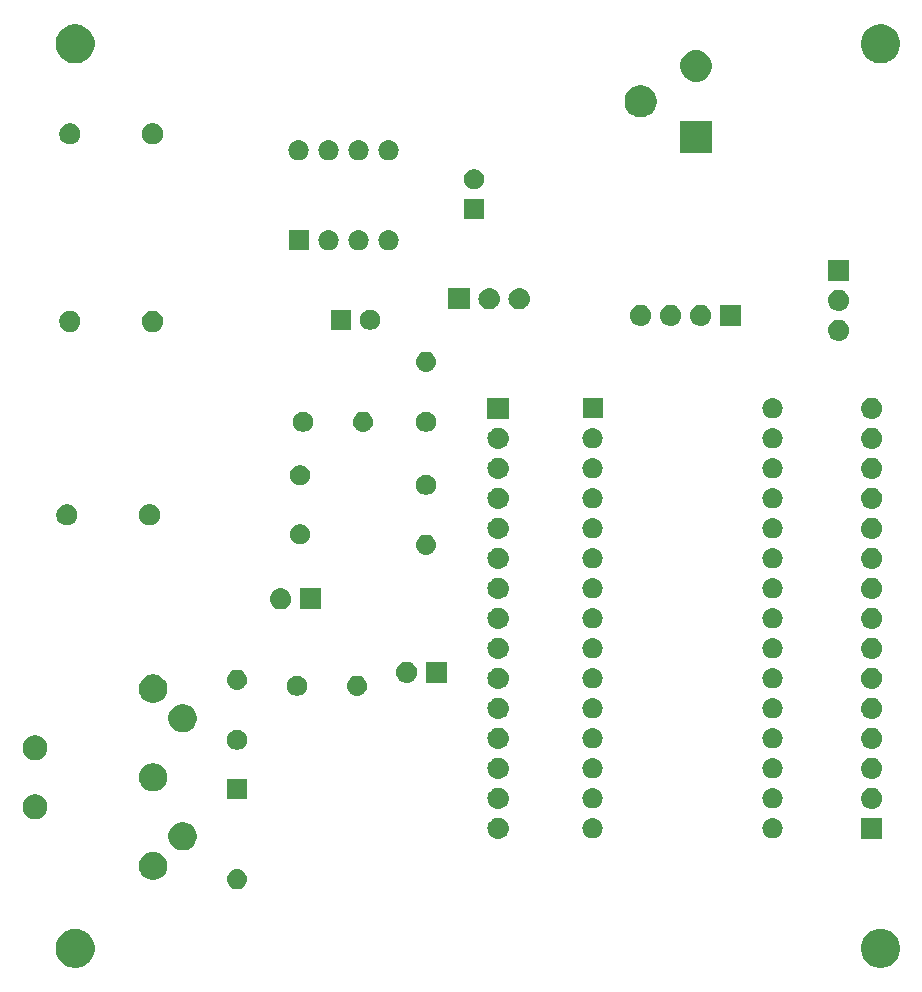
<source format=gbr>
G04 #@! TF.GenerationSoftware,KiCad,Pcbnew,(5.0.1)-rc2*
G04 #@! TF.CreationDate,2018-12-18T19:29:48-05:00*
G04 #@! TF.ProjectId,midi2cv,6D6964693263762E6B696361645F7063,rev?*
G04 #@! TF.SameCoordinates,Original*
G04 #@! TF.FileFunction,Soldermask,Bot*
G04 #@! TF.FilePolarity,Negative*
%FSLAX46Y46*%
G04 Gerber Fmt 4.6, Leading zero omitted, Abs format (unit mm)*
G04 Created by KiCad (PCBNEW (5.0.1)-rc2) date 12/18/2018 7:29:48 PM*
%MOMM*%
%LPD*%
G01*
G04 APERTURE LIST*
%ADD10C,0.100000*%
G04 APERTURE END LIST*
D10*
G36*
X201162256Y-122216298D02*
X201268579Y-122237447D01*
X201569042Y-122361903D01*
X201835852Y-122540180D01*
X201839454Y-122542587D01*
X202069413Y-122772546D01*
X202250098Y-123042960D01*
X202374553Y-123343422D01*
X202438000Y-123662389D01*
X202438000Y-123987611D01*
X202374553Y-124306578D01*
X202250098Y-124607040D01*
X202069413Y-124877454D01*
X201839454Y-125107413D01*
X201839451Y-125107415D01*
X201569042Y-125288097D01*
X201268579Y-125412553D01*
X201162256Y-125433702D01*
X200949611Y-125476000D01*
X200624389Y-125476000D01*
X200411744Y-125433702D01*
X200305421Y-125412553D01*
X200004958Y-125288097D01*
X199734549Y-125107415D01*
X199734546Y-125107413D01*
X199504587Y-124877454D01*
X199323902Y-124607040D01*
X199199447Y-124306578D01*
X199136000Y-123987611D01*
X199136000Y-123662389D01*
X199199447Y-123343422D01*
X199323902Y-123042960D01*
X199504587Y-122772546D01*
X199734546Y-122542587D01*
X199738148Y-122540180D01*
X200004958Y-122361903D01*
X200305421Y-122237447D01*
X200411744Y-122216298D01*
X200624389Y-122174000D01*
X200949611Y-122174000D01*
X201162256Y-122216298D01*
X201162256Y-122216298D01*
G37*
G36*
X132963256Y-122216298D02*
X133069579Y-122237447D01*
X133370042Y-122361903D01*
X133636852Y-122540180D01*
X133640454Y-122542587D01*
X133870413Y-122772546D01*
X134051098Y-123042960D01*
X134175553Y-123343422D01*
X134239000Y-123662389D01*
X134239000Y-123987611D01*
X134175553Y-124306578D01*
X134051098Y-124607040D01*
X133870413Y-124877454D01*
X133640454Y-125107413D01*
X133640451Y-125107415D01*
X133370042Y-125288097D01*
X133069579Y-125412553D01*
X132963256Y-125433702D01*
X132750611Y-125476000D01*
X132425389Y-125476000D01*
X132212744Y-125433702D01*
X132106421Y-125412553D01*
X131805958Y-125288097D01*
X131535549Y-125107415D01*
X131535546Y-125107413D01*
X131305587Y-124877454D01*
X131124902Y-124607040D01*
X131000447Y-124306578D01*
X130937000Y-123987611D01*
X130937000Y-123662389D01*
X131000447Y-123343422D01*
X131124902Y-123042960D01*
X131305587Y-122772546D01*
X131535546Y-122542587D01*
X131539148Y-122540180D01*
X131805958Y-122361903D01*
X132106421Y-122237447D01*
X132212744Y-122216298D01*
X132425389Y-122174000D01*
X132750611Y-122174000D01*
X132963256Y-122216298D01*
X132963256Y-122216298D01*
G37*
G36*
X146470821Y-117144313D02*
X146470824Y-117144314D01*
X146470825Y-117144314D01*
X146631239Y-117192975D01*
X146631241Y-117192976D01*
X146631244Y-117192977D01*
X146779078Y-117271995D01*
X146908659Y-117378341D01*
X147015005Y-117507922D01*
X147094023Y-117655756D01*
X147142687Y-117816179D01*
X147159117Y-117983000D01*
X147142687Y-118149821D01*
X147094023Y-118310244D01*
X147015005Y-118458078D01*
X146908659Y-118587659D01*
X146779078Y-118694005D01*
X146631244Y-118773023D01*
X146631241Y-118773024D01*
X146631239Y-118773025D01*
X146470825Y-118821686D01*
X146470824Y-118821686D01*
X146470821Y-118821687D01*
X146345804Y-118834000D01*
X146262196Y-118834000D01*
X146137179Y-118821687D01*
X146137176Y-118821686D01*
X146137175Y-118821686D01*
X145976761Y-118773025D01*
X145976759Y-118773024D01*
X145976756Y-118773023D01*
X145828922Y-118694005D01*
X145699341Y-118587659D01*
X145592995Y-118458078D01*
X145513977Y-118310244D01*
X145465313Y-118149821D01*
X145448883Y-117983000D01*
X145465313Y-117816179D01*
X145513977Y-117655756D01*
X145592995Y-117507922D01*
X145699341Y-117378341D01*
X145828922Y-117271995D01*
X145976756Y-117192977D01*
X145976759Y-117192976D01*
X145976761Y-117192975D01*
X146137175Y-117144314D01*
X146137176Y-117144314D01*
X146137179Y-117144313D01*
X146262196Y-117132000D01*
X146345804Y-117132000D01*
X146470821Y-117144313D01*
X146470821Y-117144313D01*
G37*
G36*
X139542316Y-115685153D02*
X139542318Y-115685154D01*
X139542319Y-115685154D01*
X139623056Y-115718597D01*
X139760888Y-115775688D01*
X139859576Y-115841629D01*
X139957593Y-115907122D01*
X140124878Y-116074407D01*
X140190371Y-116172424D01*
X140256312Y-116271112D01*
X140346847Y-116489684D01*
X140393000Y-116721710D01*
X140393000Y-116958290D01*
X140346847Y-117190316D01*
X140256312Y-117408888D01*
X140190371Y-117507576D01*
X140124878Y-117605593D01*
X139957593Y-117772878D01*
X139892794Y-117816175D01*
X139760888Y-117904312D01*
X139623056Y-117961403D01*
X139542319Y-117994846D01*
X139542318Y-117994846D01*
X139542316Y-117994847D01*
X139310290Y-118041000D01*
X139073710Y-118041000D01*
X138841684Y-117994847D01*
X138841682Y-117994846D01*
X138841681Y-117994846D01*
X138760944Y-117961403D01*
X138623112Y-117904312D01*
X138491206Y-117816175D01*
X138426407Y-117772878D01*
X138259122Y-117605593D01*
X138193629Y-117507576D01*
X138127688Y-117408888D01*
X138037153Y-117190316D01*
X137991000Y-116958290D01*
X137991000Y-116721710D01*
X138037153Y-116489684D01*
X138127688Y-116271112D01*
X138193629Y-116172424D01*
X138259122Y-116074407D01*
X138426407Y-115907122D01*
X138524424Y-115841629D01*
X138623112Y-115775688D01*
X138760944Y-115718597D01*
X138841681Y-115685154D01*
X138841682Y-115685154D01*
X138841684Y-115685153D01*
X139073710Y-115639000D01*
X139310290Y-115639000D01*
X139542316Y-115685153D01*
X139542316Y-115685153D01*
G37*
G36*
X142042316Y-113185153D02*
X142042318Y-113185154D01*
X142042319Y-113185154D01*
X142123056Y-113218597D01*
X142260888Y-113275688D01*
X142325011Y-113318534D01*
X142457593Y-113407122D01*
X142624878Y-113574407D01*
X142685410Y-113665000D01*
X142756312Y-113771112D01*
X142846847Y-113989684D01*
X142893000Y-114221710D01*
X142893000Y-114458290D01*
X142846847Y-114690316D01*
X142756312Y-114908888D01*
X142690371Y-115007576D01*
X142624878Y-115105593D01*
X142457593Y-115272878D01*
X142359576Y-115338371D01*
X142260888Y-115404312D01*
X142123056Y-115461403D01*
X142042319Y-115494846D01*
X142042318Y-115494846D01*
X142042316Y-115494847D01*
X141810290Y-115541000D01*
X141573710Y-115541000D01*
X141341684Y-115494847D01*
X141341682Y-115494846D01*
X141341681Y-115494846D01*
X141260944Y-115461403D01*
X141123112Y-115404312D01*
X141024424Y-115338371D01*
X140926407Y-115272878D01*
X140759122Y-115105593D01*
X140693629Y-115007576D01*
X140627688Y-114908888D01*
X140537153Y-114690316D01*
X140491000Y-114458290D01*
X140491000Y-114221710D01*
X140537153Y-113989684D01*
X140627688Y-113771112D01*
X140698590Y-113665000D01*
X140759122Y-113574407D01*
X140926407Y-113407122D01*
X141058989Y-113318534D01*
X141123112Y-113275688D01*
X141260944Y-113218597D01*
X141341681Y-113185154D01*
X141341682Y-113185154D01*
X141341684Y-113185153D01*
X141573710Y-113139000D01*
X141810290Y-113139000D01*
X142042316Y-113185153D01*
X142042316Y-113185153D01*
G37*
G36*
X200926000Y-114566000D02*
X199124000Y-114566000D01*
X199124000Y-112764000D01*
X200926000Y-112764000D01*
X200926000Y-114566000D01*
X200926000Y-114566000D01*
G37*
G36*
X168512442Y-112770518D02*
X168578627Y-112777037D01*
X168691853Y-112811384D01*
X168748467Y-112828557D01*
X168835311Y-112874977D01*
X168904991Y-112912222D01*
X168940729Y-112941552D01*
X169042186Y-113024814D01*
X169125448Y-113126271D01*
X169154778Y-113162009D01*
X169154779Y-113162011D01*
X169238443Y-113318533D01*
X169255616Y-113375147D01*
X169289963Y-113488373D01*
X169307359Y-113665000D01*
X169289963Y-113841627D01*
X169255616Y-113954853D01*
X169238443Y-114011467D01*
X169169698Y-114140078D01*
X169154778Y-114167991D01*
X169125448Y-114203729D01*
X169042186Y-114305186D01*
X168940729Y-114388448D01*
X168904991Y-114417778D01*
X168904989Y-114417779D01*
X168748467Y-114501443D01*
X168741069Y-114503687D01*
X168578627Y-114552963D01*
X168512442Y-114559482D01*
X168446260Y-114566000D01*
X168357740Y-114566000D01*
X168291558Y-114559482D01*
X168225373Y-114552963D01*
X168062931Y-114503687D01*
X168055533Y-114501443D01*
X167899011Y-114417779D01*
X167899009Y-114417778D01*
X167863271Y-114388448D01*
X167761814Y-114305186D01*
X167678552Y-114203729D01*
X167649222Y-114167991D01*
X167634302Y-114140078D01*
X167565557Y-114011467D01*
X167548384Y-113954853D01*
X167514037Y-113841627D01*
X167496641Y-113665000D01*
X167514037Y-113488373D01*
X167548384Y-113375147D01*
X167565557Y-113318533D01*
X167649221Y-113162011D01*
X167649222Y-113162009D01*
X167678552Y-113126271D01*
X167761814Y-113024814D01*
X167863271Y-112941552D01*
X167899009Y-112912222D01*
X167968689Y-112874977D01*
X168055533Y-112828557D01*
X168112147Y-112811384D01*
X168225373Y-112777037D01*
X168291558Y-112770518D01*
X168357740Y-112764000D01*
X168446260Y-112764000D01*
X168512442Y-112770518D01*
X168512442Y-112770518D01*
G37*
G36*
X176569821Y-112826313D02*
X176569824Y-112826314D01*
X176569825Y-112826314D01*
X176730239Y-112874975D01*
X176730241Y-112874976D01*
X176730244Y-112874977D01*
X176878078Y-112953995D01*
X177007659Y-113060341D01*
X177114005Y-113189922D01*
X177193023Y-113337756D01*
X177193024Y-113337759D01*
X177193025Y-113337761D01*
X177238713Y-113488375D01*
X177241687Y-113498179D01*
X177258117Y-113665000D01*
X177241687Y-113831821D01*
X177241686Y-113831824D01*
X177241686Y-113831825D01*
X177193801Y-113989681D01*
X177193023Y-113992244D01*
X177114005Y-114140078D01*
X177007659Y-114269659D01*
X176878078Y-114376005D01*
X176730244Y-114455023D01*
X176730241Y-114455024D01*
X176730239Y-114455025D01*
X176569825Y-114503686D01*
X176569824Y-114503686D01*
X176569821Y-114503687D01*
X176444804Y-114516000D01*
X176361196Y-114516000D01*
X176236179Y-114503687D01*
X176236176Y-114503686D01*
X176236175Y-114503686D01*
X176075761Y-114455025D01*
X176075759Y-114455024D01*
X176075756Y-114455023D01*
X175927922Y-114376005D01*
X175798341Y-114269659D01*
X175691995Y-114140078D01*
X175612977Y-113992244D01*
X175612200Y-113989681D01*
X175564314Y-113831825D01*
X175564314Y-113831824D01*
X175564313Y-113831821D01*
X175547883Y-113665000D01*
X175564313Y-113498179D01*
X175567287Y-113488375D01*
X175612975Y-113337761D01*
X175612976Y-113337759D01*
X175612977Y-113337756D01*
X175691995Y-113189922D01*
X175798341Y-113060341D01*
X175927922Y-112953995D01*
X176075756Y-112874977D01*
X176075759Y-112874976D01*
X176075761Y-112874975D01*
X176236175Y-112826314D01*
X176236176Y-112826314D01*
X176236179Y-112826313D01*
X176361196Y-112814000D01*
X176444804Y-112814000D01*
X176569821Y-112826313D01*
X176569821Y-112826313D01*
G37*
G36*
X191809821Y-112826313D02*
X191809824Y-112826314D01*
X191809825Y-112826314D01*
X191970239Y-112874975D01*
X191970241Y-112874976D01*
X191970244Y-112874977D01*
X192118078Y-112953995D01*
X192247659Y-113060341D01*
X192354005Y-113189922D01*
X192433023Y-113337756D01*
X192433024Y-113337759D01*
X192433025Y-113337761D01*
X192478713Y-113488375D01*
X192481687Y-113498179D01*
X192498117Y-113665000D01*
X192481687Y-113831821D01*
X192481686Y-113831824D01*
X192481686Y-113831825D01*
X192433801Y-113989681D01*
X192433023Y-113992244D01*
X192354005Y-114140078D01*
X192247659Y-114269659D01*
X192118078Y-114376005D01*
X191970244Y-114455023D01*
X191970241Y-114455024D01*
X191970239Y-114455025D01*
X191809825Y-114503686D01*
X191809824Y-114503686D01*
X191809821Y-114503687D01*
X191684804Y-114516000D01*
X191601196Y-114516000D01*
X191476179Y-114503687D01*
X191476176Y-114503686D01*
X191476175Y-114503686D01*
X191315761Y-114455025D01*
X191315759Y-114455024D01*
X191315756Y-114455023D01*
X191167922Y-114376005D01*
X191038341Y-114269659D01*
X190931995Y-114140078D01*
X190852977Y-113992244D01*
X190852200Y-113989681D01*
X190804314Y-113831825D01*
X190804314Y-113831824D01*
X190804313Y-113831821D01*
X190787883Y-113665000D01*
X190804313Y-113498179D01*
X190807287Y-113488375D01*
X190852975Y-113337761D01*
X190852976Y-113337759D01*
X190852977Y-113337756D01*
X190931995Y-113189922D01*
X191038341Y-113060341D01*
X191167922Y-112953995D01*
X191315756Y-112874977D01*
X191315759Y-112874976D01*
X191315761Y-112874975D01*
X191476175Y-112826314D01*
X191476176Y-112826314D01*
X191476179Y-112826313D01*
X191601196Y-112814000D01*
X191684804Y-112814000D01*
X191809821Y-112826313D01*
X191809821Y-112826313D01*
G37*
G36*
X129498565Y-110829389D02*
X129689834Y-110908615D01*
X129861976Y-111023637D01*
X130008363Y-111170024D01*
X130123385Y-111342166D01*
X130202611Y-111533435D01*
X130243000Y-111736484D01*
X130243000Y-111943516D01*
X130202611Y-112146565D01*
X130123385Y-112337834D01*
X130008363Y-112509976D01*
X129861976Y-112656363D01*
X129689834Y-112771385D01*
X129498565Y-112850611D01*
X129295516Y-112891000D01*
X129088484Y-112891000D01*
X128885435Y-112850611D01*
X128694166Y-112771385D01*
X128522024Y-112656363D01*
X128375637Y-112509976D01*
X128260615Y-112337834D01*
X128181389Y-112146565D01*
X128141000Y-111943516D01*
X128141000Y-111736484D01*
X128181389Y-111533435D01*
X128260615Y-111342166D01*
X128375637Y-111170024D01*
X128522024Y-111023637D01*
X128694166Y-110908615D01*
X128885435Y-110829389D01*
X129088484Y-110789000D01*
X129295516Y-110789000D01*
X129498565Y-110829389D01*
X129498565Y-110829389D01*
G37*
G36*
X168512443Y-110230519D02*
X168578627Y-110237037D01*
X168691853Y-110271384D01*
X168748467Y-110288557D01*
X168835311Y-110334977D01*
X168904991Y-110372222D01*
X168940729Y-110401552D01*
X169042186Y-110484814D01*
X169125448Y-110586271D01*
X169154778Y-110622009D01*
X169154779Y-110622011D01*
X169238443Y-110778533D01*
X169253870Y-110829389D01*
X169289963Y-110948373D01*
X169307359Y-111125000D01*
X169289963Y-111301627D01*
X169255616Y-111414853D01*
X169238443Y-111471467D01*
X169205320Y-111533435D01*
X169154778Y-111627991D01*
X169125448Y-111663729D01*
X169042186Y-111765186D01*
X168940729Y-111848448D01*
X168904991Y-111877778D01*
X168904989Y-111877779D01*
X168748467Y-111961443D01*
X168741069Y-111963687D01*
X168578627Y-112012963D01*
X168512442Y-112019482D01*
X168446260Y-112026000D01*
X168357740Y-112026000D01*
X168291558Y-112019482D01*
X168225373Y-112012963D01*
X168062931Y-111963687D01*
X168055533Y-111961443D01*
X167899011Y-111877779D01*
X167899009Y-111877778D01*
X167863271Y-111848448D01*
X167761814Y-111765186D01*
X167678552Y-111663729D01*
X167649222Y-111627991D01*
X167598680Y-111533435D01*
X167565557Y-111471467D01*
X167548384Y-111414853D01*
X167514037Y-111301627D01*
X167496641Y-111125000D01*
X167514037Y-110948373D01*
X167550130Y-110829389D01*
X167565557Y-110778533D01*
X167649221Y-110622011D01*
X167649222Y-110622009D01*
X167678552Y-110586271D01*
X167761814Y-110484814D01*
X167863271Y-110401552D01*
X167899009Y-110372222D01*
X167968689Y-110334977D01*
X168055533Y-110288557D01*
X168112147Y-110271384D01*
X168225373Y-110237037D01*
X168291557Y-110230519D01*
X168357740Y-110224000D01*
X168446260Y-110224000D01*
X168512443Y-110230519D01*
X168512443Y-110230519D01*
G37*
G36*
X200135443Y-110230519D02*
X200201627Y-110237037D01*
X200314853Y-110271384D01*
X200371467Y-110288557D01*
X200458311Y-110334977D01*
X200527991Y-110372222D01*
X200563729Y-110401552D01*
X200665186Y-110484814D01*
X200748448Y-110586271D01*
X200777778Y-110622009D01*
X200777779Y-110622011D01*
X200861443Y-110778533D01*
X200876870Y-110829389D01*
X200912963Y-110948373D01*
X200930359Y-111125000D01*
X200912963Y-111301627D01*
X200878616Y-111414853D01*
X200861443Y-111471467D01*
X200828320Y-111533435D01*
X200777778Y-111627991D01*
X200748448Y-111663729D01*
X200665186Y-111765186D01*
X200563729Y-111848448D01*
X200527991Y-111877778D01*
X200527989Y-111877779D01*
X200371467Y-111961443D01*
X200364069Y-111963687D01*
X200201627Y-112012963D01*
X200135442Y-112019482D01*
X200069260Y-112026000D01*
X199980740Y-112026000D01*
X199914558Y-112019482D01*
X199848373Y-112012963D01*
X199685931Y-111963687D01*
X199678533Y-111961443D01*
X199522011Y-111877779D01*
X199522009Y-111877778D01*
X199486271Y-111848448D01*
X199384814Y-111765186D01*
X199301552Y-111663729D01*
X199272222Y-111627991D01*
X199221680Y-111533435D01*
X199188557Y-111471467D01*
X199171384Y-111414853D01*
X199137037Y-111301627D01*
X199119641Y-111125000D01*
X199137037Y-110948373D01*
X199173130Y-110829389D01*
X199188557Y-110778533D01*
X199272221Y-110622011D01*
X199272222Y-110622009D01*
X199301552Y-110586271D01*
X199384814Y-110484814D01*
X199486271Y-110401552D01*
X199522009Y-110372222D01*
X199591689Y-110334977D01*
X199678533Y-110288557D01*
X199735147Y-110271384D01*
X199848373Y-110237037D01*
X199914557Y-110230519D01*
X199980740Y-110224000D01*
X200069260Y-110224000D01*
X200135443Y-110230519D01*
X200135443Y-110230519D01*
G37*
G36*
X176569821Y-110286313D02*
X176569824Y-110286314D01*
X176569825Y-110286314D01*
X176730239Y-110334975D01*
X176730241Y-110334976D01*
X176730244Y-110334977D01*
X176878078Y-110413995D01*
X177007659Y-110520341D01*
X177114005Y-110649922D01*
X177193023Y-110797756D01*
X177193024Y-110797759D01*
X177193025Y-110797761D01*
X177238713Y-110948375D01*
X177241687Y-110958179D01*
X177258117Y-111125000D01*
X177241687Y-111291821D01*
X177241686Y-111291824D01*
X177241686Y-111291825D01*
X177226416Y-111342165D01*
X177193023Y-111452244D01*
X177114005Y-111600078D01*
X177007659Y-111729659D01*
X176878078Y-111836005D01*
X176730244Y-111915023D01*
X176730241Y-111915024D01*
X176730239Y-111915025D01*
X176569825Y-111963686D01*
X176569824Y-111963686D01*
X176569821Y-111963687D01*
X176444804Y-111976000D01*
X176361196Y-111976000D01*
X176236179Y-111963687D01*
X176236176Y-111963686D01*
X176236175Y-111963686D01*
X176075761Y-111915025D01*
X176075759Y-111915024D01*
X176075756Y-111915023D01*
X175927922Y-111836005D01*
X175798341Y-111729659D01*
X175691995Y-111600078D01*
X175612977Y-111452244D01*
X175579585Y-111342165D01*
X175564314Y-111291825D01*
X175564314Y-111291824D01*
X175564313Y-111291821D01*
X175547883Y-111125000D01*
X175564313Y-110958179D01*
X175567287Y-110948375D01*
X175612975Y-110797761D01*
X175612976Y-110797759D01*
X175612977Y-110797756D01*
X175691995Y-110649922D01*
X175798341Y-110520341D01*
X175927922Y-110413995D01*
X176075756Y-110334977D01*
X176075759Y-110334976D01*
X176075761Y-110334975D01*
X176236175Y-110286314D01*
X176236176Y-110286314D01*
X176236179Y-110286313D01*
X176361196Y-110274000D01*
X176444804Y-110274000D01*
X176569821Y-110286313D01*
X176569821Y-110286313D01*
G37*
G36*
X191809821Y-110286313D02*
X191809824Y-110286314D01*
X191809825Y-110286314D01*
X191970239Y-110334975D01*
X191970241Y-110334976D01*
X191970244Y-110334977D01*
X192118078Y-110413995D01*
X192247659Y-110520341D01*
X192354005Y-110649922D01*
X192433023Y-110797756D01*
X192433024Y-110797759D01*
X192433025Y-110797761D01*
X192478713Y-110948375D01*
X192481687Y-110958179D01*
X192498117Y-111125000D01*
X192481687Y-111291821D01*
X192481686Y-111291824D01*
X192481686Y-111291825D01*
X192466416Y-111342165D01*
X192433023Y-111452244D01*
X192354005Y-111600078D01*
X192247659Y-111729659D01*
X192118078Y-111836005D01*
X191970244Y-111915023D01*
X191970241Y-111915024D01*
X191970239Y-111915025D01*
X191809825Y-111963686D01*
X191809824Y-111963686D01*
X191809821Y-111963687D01*
X191684804Y-111976000D01*
X191601196Y-111976000D01*
X191476179Y-111963687D01*
X191476176Y-111963686D01*
X191476175Y-111963686D01*
X191315761Y-111915025D01*
X191315759Y-111915024D01*
X191315756Y-111915023D01*
X191167922Y-111836005D01*
X191038341Y-111729659D01*
X190931995Y-111600078D01*
X190852977Y-111452244D01*
X190819585Y-111342165D01*
X190804314Y-111291825D01*
X190804314Y-111291824D01*
X190804313Y-111291821D01*
X190787883Y-111125000D01*
X190804313Y-110958179D01*
X190807287Y-110948375D01*
X190852975Y-110797761D01*
X190852976Y-110797759D01*
X190852977Y-110797756D01*
X190931995Y-110649922D01*
X191038341Y-110520341D01*
X191167922Y-110413995D01*
X191315756Y-110334977D01*
X191315759Y-110334976D01*
X191315761Y-110334975D01*
X191476175Y-110286314D01*
X191476176Y-110286314D01*
X191476179Y-110286313D01*
X191601196Y-110274000D01*
X191684804Y-110274000D01*
X191809821Y-110286313D01*
X191809821Y-110286313D01*
G37*
G36*
X147155000Y-111214000D02*
X145453000Y-111214000D01*
X145453000Y-109512000D01*
X147155000Y-109512000D01*
X147155000Y-111214000D01*
X147155000Y-111214000D01*
G37*
G36*
X139542316Y-108185153D02*
X139542318Y-108185154D01*
X139542319Y-108185154D01*
X139623056Y-108218597D01*
X139760888Y-108275688D01*
X139859576Y-108341629D01*
X139957593Y-108407122D01*
X140124878Y-108574407D01*
X140190371Y-108672424D01*
X140256312Y-108771112D01*
X140256312Y-108771113D01*
X140322733Y-108931466D01*
X140346847Y-108989684D01*
X140393000Y-109221710D01*
X140393000Y-109458290D01*
X140346847Y-109690316D01*
X140256312Y-109908888D01*
X140190371Y-110007576D01*
X140124878Y-110105593D01*
X139957593Y-110272878D01*
X139864658Y-110334975D01*
X139760888Y-110404312D01*
X139623056Y-110461403D01*
X139542319Y-110494846D01*
X139542318Y-110494846D01*
X139542316Y-110494847D01*
X139310290Y-110541000D01*
X139073710Y-110541000D01*
X138841684Y-110494847D01*
X138841682Y-110494846D01*
X138841681Y-110494846D01*
X138760944Y-110461403D01*
X138623112Y-110404312D01*
X138519342Y-110334975D01*
X138426407Y-110272878D01*
X138259122Y-110105593D01*
X138193629Y-110007576D01*
X138127688Y-109908888D01*
X138037153Y-109690316D01*
X137991000Y-109458290D01*
X137991000Y-109221710D01*
X138037153Y-108989684D01*
X138061268Y-108931466D01*
X138127688Y-108771113D01*
X138127688Y-108771112D01*
X138193629Y-108672424D01*
X138259122Y-108574407D01*
X138426407Y-108407122D01*
X138524424Y-108341629D01*
X138623112Y-108275688D01*
X138760944Y-108218597D01*
X138841681Y-108185154D01*
X138841682Y-108185154D01*
X138841684Y-108185153D01*
X139073710Y-108139000D01*
X139310290Y-108139000D01*
X139542316Y-108185153D01*
X139542316Y-108185153D01*
G37*
G36*
X200135443Y-107690519D02*
X200201627Y-107697037D01*
X200314853Y-107731384D01*
X200371467Y-107748557D01*
X200458311Y-107794977D01*
X200527991Y-107832222D01*
X200550398Y-107850611D01*
X200665186Y-107944814D01*
X200748448Y-108046271D01*
X200777778Y-108082009D01*
X200777779Y-108082011D01*
X200861443Y-108238533D01*
X200872714Y-108275688D01*
X200912963Y-108408373D01*
X200930359Y-108585000D01*
X200912963Y-108761627D01*
X200910085Y-108771113D01*
X200861443Y-108931467D01*
X200830325Y-108989684D01*
X200777778Y-109087991D01*
X200748448Y-109123729D01*
X200665186Y-109225186D01*
X200563729Y-109308448D01*
X200527991Y-109337778D01*
X200527989Y-109337779D01*
X200371467Y-109421443D01*
X200364069Y-109423687D01*
X200201627Y-109472963D01*
X200135442Y-109479482D01*
X200069260Y-109486000D01*
X199980740Y-109486000D01*
X199914558Y-109479482D01*
X199848373Y-109472963D01*
X199685931Y-109423687D01*
X199678533Y-109421443D01*
X199522011Y-109337779D01*
X199522009Y-109337778D01*
X199486271Y-109308448D01*
X199384814Y-109225186D01*
X199301552Y-109123729D01*
X199272222Y-109087991D01*
X199219675Y-108989684D01*
X199188557Y-108931467D01*
X199139915Y-108771113D01*
X199137037Y-108761627D01*
X199119641Y-108585000D01*
X199137037Y-108408373D01*
X199177286Y-108275688D01*
X199188557Y-108238533D01*
X199272221Y-108082011D01*
X199272222Y-108082009D01*
X199301552Y-108046271D01*
X199384814Y-107944814D01*
X199499602Y-107850611D01*
X199522009Y-107832222D01*
X199591689Y-107794977D01*
X199678533Y-107748557D01*
X199735147Y-107731384D01*
X199848373Y-107697037D01*
X199914557Y-107690519D01*
X199980740Y-107684000D01*
X200069260Y-107684000D01*
X200135443Y-107690519D01*
X200135443Y-107690519D01*
G37*
G36*
X168512443Y-107690519D02*
X168578627Y-107697037D01*
X168691853Y-107731384D01*
X168748467Y-107748557D01*
X168835311Y-107794977D01*
X168904991Y-107832222D01*
X168927398Y-107850611D01*
X169042186Y-107944814D01*
X169125448Y-108046271D01*
X169154778Y-108082009D01*
X169154779Y-108082011D01*
X169238443Y-108238533D01*
X169249714Y-108275688D01*
X169289963Y-108408373D01*
X169307359Y-108585000D01*
X169289963Y-108761627D01*
X169287085Y-108771113D01*
X169238443Y-108931467D01*
X169207325Y-108989684D01*
X169154778Y-109087991D01*
X169125448Y-109123729D01*
X169042186Y-109225186D01*
X168940729Y-109308448D01*
X168904991Y-109337778D01*
X168904989Y-109337779D01*
X168748467Y-109421443D01*
X168741069Y-109423687D01*
X168578627Y-109472963D01*
X168512442Y-109479482D01*
X168446260Y-109486000D01*
X168357740Y-109486000D01*
X168291558Y-109479482D01*
X168225373Y-109472963D01*
X168062931Y-109423687D01*
X168055533Y-109421443D01*
X167899011Y-109337779D01*
X167899009Y-109337778D01*
X167863271Y-109308448D01*
X167761814Y-109225186D01*
X167678552Y-109123729D01*
X167649222Y-109087991D01*
X167596675Y-108989684D01*
X167565557Y-108931467D01*
X167516915Y-108771113D01*
X167514037Y-108761627D01*
X167496641Y-108585000D01*
X167514037Y-108408373D01*
X167554286Y-108275688D01*
X167565557Y-108238533D01*
X167649221Y-108082011D01*
X167649222Y-108082009D01*
X167678552Y-108046271D01*
X167761814Y-107944814D01*
X167876602Y-107850611D01*
X167899009Y-107832222D01*
X167968689Y-107794977D01*
X168055533Y-107748557D01*
X168112147Y-107731384D01*
X168225373Y-107697037D01*
X168291557Y-107690519D01*
X168357740Y-107684000D01*
X168446260Y-107684000D01*
X168512443Y-107690519D01*
X168512443Y-107690519D01*
G37*
G36*
X191809821Y-107746313D02*
X191809824Y-107746314D01*
X191809825Y-107746314D01*
X191970239Y-107794975D01*
X191970241Y-107794976D01*
X191970244Y-107794977D01*
X192118078Y-107873995D01*
X192247659Y-107980341D01*
X192354005Y-108109922D01*
X192433023Y-108257756D01*
X192433024Y-108257759D01*
X192433025Y-108257761D01*
X192478713Y-108408375D01*
X192481687Y-108418179D01*
X192498117Y-108585000D01*
X192481687Y-108751821D01*
X192481686Y-108751824D01*
X192481686Y-108751825D01*
X192478713Y-108761627D01*
X192433023Y-108912244D01*
X192354005Y-109060078D01*
X192247659Y-109189659D01*
X192118078Y-109296005D01*
X191970244Y-109375023D01*
X191970241Y-109375024D01*
X191970239Y-109375025D01*
X191809825Y-109423686D01*
X191809824Y-109423686D01*
X191809821Y-109423687D01*
X191684804Y-109436000D01*
X191601196Y-109436000D01*
X191476179Y-109423687D01*
X191476176Y-109423686D01*
X191476175Y-109423686D01*
X191315761Y-109375025D01*
X191315759Y-109375024D01*
X191315756Y-109375023D01*
X191167922Y-109296005D01*
X191038341Y-109189659D01*
X190931995Y-109060078D01*
X190852977Y-108912244D01*
X190807288Y-108761627D01*
X190804314Y-108751825D01*
X190804314Y-108751824D01*
X190804313Y-108751821D01*
X190787883Y-108585000D01*
X190804313Y-108418179D01*
X190807287Y-108408375D01*
X190852975Y-108257761D01*
X190852976Y-108257759D01*
X190852977Y-108257756D01*
X190931995Y-108109922D01*
X191038341Y-107980341D01*
X191167922Y-107873995D01*
X191315756Y-107794977D01*
X191315759Y-107794976D01*
X191315761Y-107794975D01*
X191476175Y-107746314D01*
X191476176Y-107746314D01*
X191476179Y-107746313D01*
X191601196Y-107734000D01*
X191684804Y-107734000D01*
X191809821Y-107746313D01*
X191809821Y-107746313D01*
G37*
G36*
X176569821Y-107746313D02*
X176569824Y-107746314D01*
X176569825Y-107746314D01*
X176730239Y-107794975D01*
X176730241Y-107794976D01*
X176730244Y-107794977D01*
X176878078Y-107873995D01*
X177007659Y-107980341D01*
X177114005Y-108109922D01*
X177193023Y-108257756D01*
X177193024Y-108257759D01*
X177193025Y-108257761D01*
X177238713Y-108408375D01*
X177241687Y-108418179D01*
X177258117Y-108585000D01*
X177241687Y-108751821D01*
X177241686Y-108751824D01*
X177241686Y-108751825D01*
X177238713Y-108761627D01*
X177193023Y-108912244D01*
X177114005Y-109060078D01*
X177007659Y-109189659D01*
X176878078Y-109296005D01*
X176730244Y-109375023D01*
X176730241Y-109375024D01*
X176730239Y-109375025D01*
X176569825Y-109423686D01*
X176569824Y-109423686D01*
X176569821Y-109423687D01*
X176444804Y-109436000D01*
X176361196Y-109436000D01*
X176236179Y-109423687D01*
X176236176Y-109423686D01*
X176236175Y-109423686D01*
X176075761Y-109375025D01*
X176075759Y-109375024D01*
X176075756Y-109375023D01*
X175927922Y-109296005D01*
X175798341Y-109189659D01*
X175691995Y-109060078D01*
X175612977Y-108912244D01*
X175567288Y-108761627D01*
X175564314Y-108751825D01*
X175564314Y-108751824D01*
X175564313Y-108751821D01*
X175547883Y-108585000D01*
X175564313Y-108418179D01*
X175567287Y-108408375D01*
X175612975Y-108257761D01*
X175612976Y-108257759D01*
X175612977Y-108257756D01*
X175691995Y-108109922D01*
X175798341Y-107980341D01*
X175927922Y-107873995D01*
X176075756Y-107794977D01*
X176075759Y-107794976D01*
X176075761Y-107794975D01*
X176236175Y-107746314D01*
X176236176Y-107746314D01*
X176236179Y-107746313D01*
X176361196Y-107734000D01*
X176444804Y-107734000D01*
X176569821Y-107746313D01*
X176569821Y-107746313D01*
G37*
G36*
X129498565Y-105829389D02*
X129689834Y-105908615D01*
X129861976Y-106023637D01*
X130008363Y-106170024D01*
X130123385Y-106342166D01*
X130202611Y-106533435D01*
X130243000Y-106736484D01*
X130243000Y-106943516D01*
X130202611Y-107146565D01*
X130123385Y-107337834D01*
X130008363Y-107509976D01*
X129861976Y-107656363D01*
X129689834Y-107771385D01*
X129498565Y-107850611D01*
X129295516Y-107891000D01*
X129088484Y-107891000D01*
X128885435Y-107850611D01*
X128694166Y-107771385D01*
X128522024Y-107656363D01*
X128375637Y-107509976D01*
X128260615Y-107337834D01*
X128181389Y-107146565D01*
X128141000Y-106943516D01*
X128141000Y-106736484D01*
X128181389Y-106533435D01*
X128260615Y-106342166D01*
X128375637Y-106170024D01*
X128522024Y-106023637D01*
X128694166Y-105908615D01*
X128885435Y-105829389D01*
X129088484Y-105789000D01*
X129295516Y-105789000D01*
X129498565Y-105829389D01*
X129498565Y-105829389D01*
G37*
G36*
X146552228Y-105353703D02*
X146707100Y-105417853D01*
X146846481Y-105510985D01*
X146965015Y-105629519D01*
X147058147Y-105768900D01*
X147122297Y-105923772D01*
X147155000Y-106088184D01*
X147155000Y-106255816D01*
X147122297Y-106420228D01*
X147058147Y-106575100D01*
X146965015Y-106714481D01*
X146846481Y-106833015D01*
X146707100Y-106926147D01*
X146552228Y-106990297D01*
X146387816Y-107023000D01*
X146220184Y-107023000D01*
X146055772Y-106990297D01*
X145900900Y-106926147D01*
X145761519Y-106833015D01*
X145642985Y-106714481D01*
X145549853Y-106575100D01*
X145485703Y-106420228D01*
X145453000Y-106255816D01*
X145453000Y-106088184D01*
X145485703Y-105923772D01*
X145549853Y-105768900D01*
X145642985Y-105629519D01*
X145761519Y-105510985D01*
X145900900Y-105417853D01*
X146055772Y-105353703D01*
X146220184Y-105321000D01*
X146387816Y-105321000D01*
X146552228Y-105353703D01*
X146552228Y-105353703D01*
G37*
G36*
X168512443Y-105150519D02*
X168578627Y-105157037D01*
X168691853Y-105191384D01*
X168748467Y-105208557D01*
X168868801Y-105272878D01*
X168904991Y-105292222D01*
X168940057Y-105321000D01*
X169042186Y-105404814D01*
X169116072Y-105494846D01*
X169154778Y-105542009D01*
X169154779Y-105542011D01*
X169238443Y-105698533D01*
X169255616Y-105755147D01*
X169289963Y-105868373D01*
X169307359Y-106045000D01*
X169289963Y-106221627D01*
X169255616Y-106334853D01*
X169238443Y-106391467D01*
X169169698Y-106520078D01*
X169154778Y-106547991D01*
X169132530Y-106575100D01*
X169042186Y-106685186D01*
X168940729Y-106768448D01*
X168904991Y-106797778D01*
X168904989Y-106797779D01*
X168748467Y-106881443D01*
X168741069Y-106883687D01*
X168578627Y-106932963D01*
X168512442Y-106939482D01*
X168446260Y-106946000D01*
X168357740Y-106946000D01*
X168291558Y-106939482D01*
X168225373Y-106932963D01*
X168062931Y-106883687D01*
X168055533Y-106881443D01*
X167899011Y-106797779D01*
X167899009Y-106797778D01*
X167863271Y-106768448D01*
X167761814Y-106685186D01*
X167671470Y-106575100D01*
X167649222Y-106547991D01*
X167634302Y-106520078D01*
X167565557Y-106391467D01*
X167548384Y-106334853D01*
X167514037Y-106221627D01*
X167496641Y-106045000D01*
X167514037Y-105868373D01*
X167548384Y-105755147D01*
X167565557Y-105698533D01*
X167649221Y-105542011D01*
X167649222Y-105542009D01*
X167687928Y-105494846D01*
X167761814Y-105404814D01*
X167863943Y-105321000D01*
X167899009Y-105292222D01*
X167935199Y-105272878D01*
X168055533Y-105208557D01*
X168112147Y-105191384D01*
X168225373Y-105157037D01*
X168291558Y-105150518D01*
X168357740Y-105144000D01*
X168446260Y-105144000D01*
X168512443Y-105150519D01*
X168512443Y-105150519D01*
G37*
G36*
X200135443Y-105150519D02*
X200201627Y-105157037D01*
X200314853Y-105191384D01*
X200371467Y-105208557D01*
X200491801Y-105272878D01*
X200527991Y-105292222D01*
X200563057Y-105321000D01*
X200665186Y-105404814D01*
X200739072Y-105494846D01*
X200777778Y-105542009D01*
X200777779Y-105542011D01*
X200861443Y-105698533D01*
X200878616Y-105755147D01*
X200912963Y-105868373D01*
X200930359Y-106045000D01*
X200912963Y-106221627D01*
X200878616Y-106334853D01*
X200861443Y-106391467D01*
X200792698Y-106520078D01*
X200777778Y-106547991D01*
X200755530Y-106575100D01*
X200665186Y-106685186D01*
X200563729Y-106768448D01*
X200527991Y-106797778D01*
X200527989Y-106797779D01*
X200371467Y-106881443D01*
X200364069Y-106883687D01*
X200201627Y-106932963D01*
X200135442Y-106939482D01*
X200069260Y-106946000D01*
X199980740Y-106946000D01*
X199914558Y-106939482D01*
X199848373Y-106932963D01*
X199685931Y-106883687D01*
X199678533Y-106881443D01*
X199522011Y-106797779D01*
X199522009Y-106797778D01*
X199486271Y-106768448D01*
X199384814Y-106685186D01*
X199294470Y-106575100D01*
X199272222Y-106547991D01*
X199257302Y-106520078D01*
X199188557Y-106391467D01*
X199171384Y-106334853D01*
X199137037Y-106221627D01*
X199119641Y-106045000D01*
X199137037Y-105868373D01*
X199171384Y-105755147D01*
X199188557Y-105698533D01*
X199272221Y-105542011D01*
X199272222Y-105542009D01*
X199310928Y-105494846D01*
X199384814Y-105404814D01*
X199486943Y-105321000D01*
X199522009Y-105292222D01*
X199558199Y-105272878D01*
X199678533Y-105208557D01*
X199735147Y-105191384D01*
X199848373Y-105157037D01*
X199914558Y-105150518D01*
X199980740Y-105144000D01*
X200069260Y-105144000D01*
X200135443Y-105150519D01*
X200135443Y-105150519D01*
G37*
G36*
X191809821Y-105206313D02*
X191809824Y-105206314D01*
X191809825Y-105206314D01*
X191970239Y-105254975D01*
X191970241Y-105254976D01*
X191970244Y-105254977D01*
X192118078Y-105333995D01*
X192247659Y-105440341D01*
X192354005Y-105569922D01*
X192433023Y-105717756D01*
X192433024Y-105717759D01*
X192433025Y-105717761D01*
X192478713Y-105868375D01*
X192481687Y-105878179D01*
X192498117Y-106045000D01*
X192481687Y-106211821D01*
X192481686Y-106211824D01*
X192481686Y-106211825D01*
X192442148Y-106342166D01*
X192433023Y-106372244D01*
X192354005Y-106520078D01*
X192247659Y-106649659D01*
X192118078Y-106756005D01*
X191970244Y-106835023D01*
X191970241Y-106835024D01*
X191970239Y-106835025D01*
X191809825Y-106883686D01*
X191809824Y-106883686D01*
X191809821Y-106883687D01*
X191684804Y-106896000D01*
X191601196Y-106896000D01*
X191476179Y-106883687D01*
X191476176Y-106883686D01*
X191476175Y-106883686D01*
X191315761Y-106835025D01*
X191315759Y-106835024D01*
X191315756Y-106835023D01*
X191167922Y-106756005D01*
X191038341Y-106649659D01*
X190931995Y-106520078D01*
X190852977Y-106372244D01*
X190843853Y-106342166D01*
X190804314Y-106211825D01*
X190804314Y-106211824D01*
X190804313Y-106211821D01*
X190787883Y-106045000D01*
X190804313Y-105878179D01*
X190807287Y-105868375D01*
X190852975Y-105717761D01*
X190852976Y-105717759D01*
X190852977Y-105717756D01*
X190931995Y-105569922D01*
X191038341Y-105440341D01*
X191167922Y-105333995D01*
X191315756Y-105254977D01*
X191315759Y-105254976D01*
X191315761Y-105254975D01*
X191476175Y-105206314D01*
X191476176Y-105206314D01*
X191476179Y-105206313D01*
X191601196Y-105194000D01*
X191684804Y-105194000D01*
X191809821Y-105206313D01*
X191809821Y-105206313D01*
G37*
G36*
X176569821Y-105206313D02*
X176569824Y-105206314D01*
X176569825Y-105206314D01*
X176730239Y-105254975D01*
X176730241Y-105254976D01*
X176730244Y-105254977D01*
X176878078Y-105333995D01*
X177007659Y-105440341D01*
X177114005Y-105569922D01*
X177193023Y-105717756D01*
X177193024Y-105717759D01*
X177193025Y-105717761D01*
X177238713Y-105868375D01*
X177241687Y-105878179D01*
X177258117Y-106045000D01*
X177241687Y-106211821D01*
X177241686Y-106211824D01*
X177241686Y-106211825D01*
X177202148Y-106342166D01*
X177193023Y-106372244D01*
X177114005Y-106520078D01*
X177007659Y-106649659D01*
X176878078Y-106756005D01*
X176730244Y-106835023D01*
X176730241Y-106835024D01*
X176730239Y-106835025D01*
X176569825Y-106883686D01*
X176569824Y-106883686D01*
X176569821Y-106883687D01*
X176444804Y-106896000D01*
X176361196Y-106896000D01*
X176236179Y-106883687D01*
X176236176Y-106883686D01*
X176236175Y-106883686D01*
X176075761Y-106835025D01*
X176075759Y-106835024D01*
X176075756Y-106835023D01*
X175927922Y-106756005D01*
X175798341Y-106649659D01*
X175691995Y-106520078D01*
X175612977Y-106372244D01*
X175603853Y-106342166D01*
X175564314Y-106211825D01*
X175564314Y-106211824D01*
X175564313Y-106211821D01*
X175547883Y-106045000D01*
X175564313Y-105878179D01*
X175567287Y-105868375D01*
X175612975Y-105717761D01*
X175612976Y-105717759D01*
X175612977Y-105717756D01*
X175691995Y-105569922D01*
X175798341Y-105440341D01*
X175927922Y-105333995D01*
X176075756Y-105254977D01*
X176075759Y-105254976D01*
X176075761Y-105254975D01*
X176236175Y-105206314D01*
X176236176Y-105206314D01*
X176236179Y-105206313D01*
X176361196Y-105194000D01*
X176444804Y-105194000D01*
X176569821Y-105206313D01*
X176569821Y-105206313D01*
G37*
G36*
X142042316Y-103185153D02*
X142042318Y-103185154D01*
X142042319Y-103185154D01*
X142123056Y-103218597D01*
X142260888Y-103275688D01*
X142339736Y-103328373D01*
X142457593Y-103407122D01*
X142624878Y-103574407D01*
X142689968Y-103671821D01*
X142756312Y-103771112D01*
X142846847Y-103989684D01*
X142893000Y-104221710D01*
X142893000Y-104458290D01*
X142846847Y-104690316D01*
X142756312Y-104908888D01*
X142690371Y-105007576D01*
X142624878Y-105105593D01*
X142457593Y-105272878D01*
X142428642Y-105292222D01*
X142260888Y-105404312D01*
X142123056Y-105461403D01*
X142042319Y-105494846D01*
X142042318Y-105494846D01*
X142042316Y-105494847D01*
X141810290Y-105541000D01*
X141573710Y-105541000D01*
X141341684Y-105494847D01*
X141341682Y-105494846D01*
X141341681Y-105494846D01*
X141260944Y-105461403D01*
X141123112Y-105404312D01*
X140955358Y-105292222D01*
X140926407Y-105272878D01*
X140759122Y-105105593D01*
X140693629Y-105007576D01*
X140627688Y-104908888D01*
X140537153Y-104690316D01*
X140491000Y-104458290D01*
X140491000Y-104221710D01*
X140537153Y-103989684D01*
X140627688Y-103771112D01*
X140694032Y-103671821D01*
X140759122Y-103574407D01*
X140926407Y-103407122D01*
X141044264Y-103328373D01*
X141123112Y-103275688D01*
X141260944Y-103218597D01*
X141341681Y-103185154D01*
X141341682Y-103185154D01*
X141341684Y-103185153D01*
X141573710Y-103139000D01*
X141810290Y-103139000D01*
X142042316Y-103185153D01*
X142042316Y-103185153D01*
G37*
G36*
X200135442Y-102610518D02*
X200201627Y-102617037D01*
X200314853Y-102651384D01*
X200371467Y-102668557D01*
X200458311Y-102714977D01*
X200527991Y-102752222D01*
X200553158Y-102772876D01*
X200665186Y-102864814D01*
X200748448Y-102966271D01*
X200777778Y-103002009D01*
X200777779Y-103002011D01*
X200861443Y-103158533D01*
X200869518Y-103185153D01*
X200912963Y-103328373D01*
X200930359Y-103505000D01*
X200912963Y-103681627D01*
X200885818Y-103771112D01*
X200861443Y-103851467D01*
X200792698Y-103980078D01*
X200777778Y-104007991D01*
X200748448Y-104043729D01*
X200665186Y-104145186D01*
X200571940Y-104221710D01*
X200527991Y-104257778D01*
X200527989Y-104257779D01*
X200371467Y-104341443D01*
X200364069Y-104343687D01*
X200201627Y-104392963D01*
X200135442Y-104399482D01*
X200069260Y-104406000D01*
X199980740Y-104406000D01*
X199914558Y-104399482D01*
X199848373Y-104392963D01*
X199685931Y-104343687D01*
X199678533Y-104341443D01*
X199522011Y-104257779D01*
X199522009Y-104257778D01*
X199478060Y-104221710D01*
X199384814Y-104145186D01*
X199301552Y-104043729D01*
X199272222Y-104007991D01*
X199257302Y-103980078D01*
X199188557Y-103851467D01*
X199164182Y-103771112D01*
X199137037Y-103681627D01*
X199119641Y-103505000D01*
X199137037Y-103328373D01*
X199180482Y-103185153D01*
X199188557Y-103158533D01*
X199272221Y-103002011D01*
X199272222Y-103002009D01*
X199301552Y-102966271D01*
X199384814Y-102864814D01*
X199496842Y-102772876D01*
X199522009Y-102752222D01*
X199591689Y-102714977D01*
X199678533Y-102668557D01*
X199735147Y-102651384D01*
X199848373Y-102617037D01*
X199914558Y-102610518D01*
X199980740Y-102604000D01*
X200069260Y-102604000D01*
X200135442Y-102610518D01*
X200135442Y-102610518D01*
G37*
G36*
X168512442Y-102610518D02*
X168578627Y-102617037D01*
X168691853Y-102651384D01*
X168748467Y-102668557D01*
X168835311Y-102714977D01*
X168904991Y-102752222D01*
X168930158Y-102772876D01*
X169042186Y-102864814D01*
X169125448Y-102966271D01*
X169154778Y-103002009D01*
X169154779Y-103002011D01*
X169238443Y-103158533D01*
X169246518Y-103185153D01*
X169289963Y-103328373D01*
X169307359Y-103505000D01*
X169289963Y-103681627D01*
X169262818Y-103771112D01*
X169238443Y-103851467D01*
X169169698Y-103980078D01*
X169154778Y-104007991D01*
X169125448Y-104043729D01*
X169042186Y-104145186D01*
X168948940Y-104221710D01*
X168904991Y-104257778D01*
X168904989Y-104257779D01*
X168748467Y-104341443D01*
X168741069Y-104343687D01*
X168578627Y-104392963D01*
X168512442Y-104399482D01*
X168446260Y-104406000D01*
X168357740Y-104406000D01*
X168291558Y-104399482D01*
X168225373Y-104392963D01*
X168062931Y-104343687D01*
X168055533Y-104341443D01*
X167899011Y-104257779D01*
X167899009Y-104257778D01*
X167855060Y-104221710D01*
X167761814Y-104145186D01*
X167678552Y-104043729D01*
X167649222Y-104007991D01*
X167634302Y-103980078D01*
X167565557Y-103851467D01*
X167541182Y-103771112D01*
X167514037Y-103681627D01*
X167496641Y-103505000D01*
X167514037Y-103328373D01*
X167557482Y-103185153D01*
X167565557Y-103158533D01*
X167649221Y-103002011D01*
X167649222Y-103002009D01*
X167678552Y-102966271D01*
X167761814Y-102864814D01*
X167873842Y-102772876D01*
X167899009Y-102752222D01*
X167968689Y-102714977D01*
X168055533Y-102668557D01*
X168112147Y-102651384D01*
X168225373Y-102617037D01*
X168291558Y-102610518D01*
X168357740Y-102604000D01*
X168446260Y-102604000D01*
X168512442Y-102610518D01*
X168512442Y-102610518D01*
G37*
G36*
X176569821Y-102666313D02*
X176569824Y-102666314D01*
X176569825Y-102666314D01*
X176730239Y-102714975D01*
X176730241Y-102714976D01*
X176730244Y-102714977D01*
X176878078Y-102793995D01*
X177007659Y-102900341D01*
X177114005Y-103029922D01*
X177193023Y-103177756D01*
X177193024Y-103177759D01*
X177193025Y-103177761D01*
X177238713Y-103328375D01*
X177241687Y-103338179D01*
X177258117Y-103505000D01*
X177241687Y-103671821D01*
X177241686Y-103671824D01*
X177241686Y-103671825D01*
X177211568Y-103771112D01*
X177193023Y-103832244D01*
X177114005Y-103980078D01*
X177007659Y-104109659D01*
X176878078Y-104216005D01*
X176730244Y-104295023D01*
X176730241Y-104295024D01*
X176730239Y-104295025D01*
X176569825Y-104343686D01*
X176569824Y-104343686D01*
X176569821Y-104343687D01*
X176444804Y-104356000D01*
X176361196Y-104356000D01*
X176236179Y-104343687D01*
X176236176Y-104343686D01*
X176236175Y-104343686D01*
X176075761Y-104295025D01*
X176075759Y-104295024D01*
X176075756Y-104295023D01*
X175927922Y-104216005D01*
X175798341Y-104109659D01*
X175691995Y-103980078D01*
X175612977Y-103832244D01*
X175594433Y-103771112D01*
X175564314Y-103671825D01*
X175564314Y-103671824D01*
X175564313Y-103671821D01*
X175547883Y-103505000D01*
X175564313Y-103338179D01*
X175567287Y-103328375D01*
X175612975Y-103177761D01*
X175612976Y-103177759D01*
X175612977Y-103177756D01*
X175691995Y-103029922D01*
X175798341Y-102900341D01*
X175927922Y-102793995D01*
X176075756Y-102714977D01*
X176075759Y-102714976D01*
X176075761Y-102714975D01*
X176236175Y-102666314D01*
X176236176Y-102666314D01*
X176236179Y-102666313D01*
X176361196Y-102654000D01*
X176444804Y-102654000D01*
X176569821Y-102666313D01*
X176569821Y-102666313D01*
G37*
G36*
X191809821Y-102666313D02*
X191809824Y-102666314D01*
X191809825Y-102666314D01*
X191970239Y-102714975D01*
X191970241Y-102714976D01*
X191970244Y-102714977D01*
X192118078Y-102793995D01*
X192247659Y-102900341D01*
X192354005Y-103029922D01*
X192433023Y-103177756D01*
X192433024Y-103177759D01*
X192433025Y-103177761D01*
X192478713Y-103328375D01*
X192481687Y-103338179D01*
X192498117Y-103505000D01*
X192481687Y-103671821D01*
X192481686Y-103671824D01*
X192481686Y-103671825D01*
X192451568Y-103771112D01*
X192433023Y-103832244D01*
X192354005Y-103980078D01*
X192247659Y-104109659D01*
X192118078Y-104216005D01*
X191970244Y-104295023D01*
X191970241Y-104295024D01*
X191970239Y-104295025D01*
X191809825Y-104343686D01*
X191809824Y-104343686D01*
X191809821Y-104343687D01*
X191684804Y-104356000D01*
X191601196Y-104356000D01*
X191476179Y-104343687D01*
X191476176Y-104343686D01*
X191476175Y-104343686D01*
X191315761Y-104295025D01*
X191315759Y-104295024D01*
X191315756Y-104295023D01*
X191167922Y-104216005D01*
X191038341Y-104109659D01*
X190931995Y-103980078D01*
X190852977Y-103832244D01*
X190834433Y-103771112D01*
X190804314Y-103671825D01*
X190804314Y-103671824D01*
X190804313Y-103671821D01*
X190787883Y-103505000D01*
X190804313Y-103338179D01*
X190807287Y-103328375D01*
X190852975Y-103177761D01*
X190852976Y-103177759D01*
X190852977Y-103177756D01*
X190931995Y-103029922D01*
X191038341Y-102900341D01*
X191167922Y-102793995D01*
X191315756Y-102714977D01*
X191315759Y-102714976D01*
X191315761Y-102714975D01*
X191476175Y-102666314D01*
X191476176Y-102666314D01*
X191476179Y-102666313D01*
X191601196Y-102654000D01*
X191684804Y-102654000D01*
X191809821Y-102666313D01*
X191809821Y-102666313D01*
G37*
G36*
X139542316Y-100685153D02*
X139542318Y-100685154D01*
X139542319Y-100685154D01*
X139623056Y-100718597D01*
X139760888Y-100775688D01*
X139859576Y-100841629D01*
X139957593Y-100907122D01*
X140124878Y-101074407D01*
X140163243Y-101131825D01*
X140256312Y-101271112D01*
X140346847Y-101489684D01*
X140393000Y-101721710D01*
X140393000Y-101958290D01*
X140346847Y-102190316D01*
X140256312Y-102408888D01*
X140190371Y-102507576D01*
X140124878Y-102605593D01*
X139957593Y-102772878D01*
X139925987Y-102793996D01*
X139760888Y-102904312D01*
X139623056Y-102961403D01*
X139542319Y-102994846D01*
X139542318Y-102994846D01*
X139542316Y-102994847D01*
X139310290Y-103041000D01*
X139073710Y-103041000D01*
X138841684Y-102994847D01*
X138841682Y-102994846D01*
X138841681Y-102994846D01*
X138760944Y-102961403D01*
X138623112Y-102904312D01*
X138458013Y-102793996D01*
X138426407Y-102772878D01*
X138259122Y-102605593D01*
X138193629Y-102507576D01*
X138127688Y-102408888D01*
X138037153Y-102190316D01*
X137991000Y-101958290D01*
X137991000Y-101721710D01*
X138037153Y-101489684D01*
X138127688Y-101271112D01*
X138220757Y-101131825D01*
X138259122Y-101074407D01*
X138426407Y-100907122D01*
X138524424Y-100841629D01*
X138623112Y-100775688D01*
X138760944Y-100718597D01*
X138841681Y-100685154D01*
X138841682Y-100685154D01*
X138841684Y-100685153D01*
X139073710Y-100639000D01*
X139310290Y-100639000D01*
X139542316Y-100685153D01*
X139542316Y-100685153D01*
G37*
G36*
X151632228Y-100781703D02*
X151787100Y-100845853D01*
X151926481Y-100938985D01*
X152045015Y-101057519D01*
X152138147Y-101196900D01*
X152202297Y-101351772D01*
X152235000Y-101516184D01*
X152235000Y-101683816D01*
X152202297Y-101848228D01*
X152138147Y-102003100D01*
X152045015Y-102142481D01*
X151926481Y-102261015D01*
X151787100Y-102354147D01*
X151632228Y-102418297D01*
X151467816Y-102451000D01*
X151300184Y-102451000D01*
X151135772Y-102418297D01*
X150980900Y-102354147D01*
X150841519Y-102261015D01*
X150722985Y-102142481D01*
X150629853Y-102003100D01*
X150565703Y-101848228D01*
X150533000Y-101683816D01*
X150533000Y-101516184D01*
X150565703Y-101351772D01*
X150629853Y-101196900D01*
X150722985Y-101057519D01*
X150841519Y-100938985D01*
X150980900Y-100845853D01*
X151135772Y-100781703D01*
X151300184Y-100749000D01*
X151467816Y-100749000D01*
X151632228Y-100781703D01*
X151632228Y-100781703D01*
G37*
G36*
X156630821Y-100761313D02*
X156630824Y-100761314D01*
X156630825Y-100761314D01*
X156791239Y-100809975D01*
X156791241Y-100809976D01*
X156791244Y-100809977D01*
X156939078Y-100888995D01*
X157068659Y-100995341D01*
X157175005Y-101124922D01*
X157254023Y-101272756D01*
X157254024Y-101272759D01*
X157254025Y-101272761D01*
X157298460Y-101419244D01*
X157302687Y-101433179D01*
X157319117Y-101600000D01*
X157302687Y-101766821D01*
X157302686Y-101766824D01*
X157302686Y-101766825D01*
X157267741Y-101882025D01*
X157254023Y-101927244D01*
X157175005Y-102075078D01*
X157068659Y-102204659D01*
X156939078Y-102311005D01*
X156791244Y-102390023D01*
X156791241Y-102390024D01*
X156791239Y-102390025D01*
X156630825Y-102438686D01*
X156630824Y-102438686D01*
X156630821Y-102438687D01*
X156505804Y-102451000D01*
X156422196Y-102451000D01*
X156297179Y-102438687D01*
X156297176Y-102438686D01*
X156297175Y-102438686D01*
X156136761Y-102390025D01*
X156136759Y-102390024D01*
X156136756Y-102390023D01*
X155988922Y-102311005D01*
X155859341Y-102204659D01*
X155752995Y-102075078D01*
X155673977Y-101927244D01*
X155660260Y-101882025D01*
X155625314Y-101766825D01*
X155625314Y-101766824D01*
X155625313Y-101766821D01*
X155608883Y-101600000D01*
X155625313Y-101433179D01*
X155629540Y-101419244D01*
X155673975Y-101272761D01*
X155673976Y-101272759D01*
X155673977Y-101272756D01*
X155752995Y-101124922D01*
X155859341Y-100995341D01*
X155988922Y-100888995D01*
X156136756Y-100809977D01*
X156136759Y-100809976D01*
X156136761Y-100809975D01*
X156297175Y-100761314D01*
X156297176Y-100761314D01*
X156297179Y-100761313D01*
X156422196Y-100749000D01*
X156505804Y-100749000D01*
X156630821Y-100761313D01*
X156630821Y-100761313D01*
G37*
G36*
X146470821Y-100253313D02*
X146470824Y-100253314D01*
X146470825Y-100253314D01*
X146631239Y-100301975D01*
X146631241Y-100301976D01*
X146631244Y-100301977D01*
X146779078Y-100380995D01*
X146908659Y-100487341D01*
X147015005Y-100616922D01*
X147094023Y-100764756D01*
X147094024Y-100764759D01*
X147094025Y-100764761D01*
X147137210Y-100907124D01*
X147142687Y-100925179D01*
X147159117Y-101092000D01*
X147142687Y-101258821D01*
X147142686Y-101258824D01*
X147142686Y-101258825D01*
X147112602Y-101358000D01*
X147094023Y-101419244D01*
X147015005Y-101567078D01*
X146908659Y-101696659D01*
X146779078Y-101803005D01*
X146631244Y-101882023D01*
X146631241Y-101882024D01*
X146631239Y-101882025D01*
X146470825Y-101930686D01*
X146470824Y-101930686D01*
X146470821Y-101930687D01*
X146345804Y-101943000D01*
X146262196Y-101943000D01*
X146137179Y-101930687D01*
X146137176Y-101930686D01*
X146137175Y-101930686D01*
X145976761Y-101882025D01*
X145976759Y-101882024D01*
X145976756Y-101882023D01*
X145828922Y-101803005D01*
X145699341Y-101696659D01*
X145592995Y-101567078D01*
X145513977Y-101419244D01*
X145495399Y-101358000D01*
X145465314Y-101258825D01*
X145465314Y-101258824D01*
X145465313Y-101258821D01*
X145448883Y-101092000D01*
X145465313Y-100925179D01*
X145470790Y-100907124D01*
X145513975Y-100764761D01*
X145513976Y-100764759D01*
X145513977Y-100764756D01*
X145592995Y-100616922D01*
X145699341Y-100487341D01*
X145828922Y-100380995D01*
X145976756Y-100301977D01*
X145976759Y-100301976D01*
X145976761Y-100301975D01*
X146137175Y-100253314D01*
X146137176Y-100253314D01*
X146137179Y-100253313D01*
X146262196Y-100241000D01*
X146345804Y-100241000D01*
X146470821Y-100253313D01*
X146470821Y-100253313D01*
G37*
G36*
X200135442Y-100070518D02*
X200201627Y-100077037D01*
X200312049Y-100110533D01*
X200371467Y-100128557D01*
X200458311Y-100174977D01*
X200527991Y-100212222D01*
X200563057Y-100241000D01*
X200665186Y-100324814D01*
X200748448Y-100426271D01*
X200777778Y-100462009D01*
X200777779Y-100462011D01*
X200861443Y-100618533D01*
X200867651Y-100639000D01*
X200912963Y-100788373D01*
X200930359Y-100965000D01*
X200912963Y-101141627D01*
X200892289Y-101209779D01*
X200861443Y-101311467D01*
X200839899Y-101351772D01*
X200777778Y-101467991D01*
X200759977Y-101489681D01*
X200665186Y-101605186D01*
X200569375Y-101683815D01*
X200527991Y-101717778D01*
X200527989Y-101717779D01*
X200371467Y-101801443D01*
X200364069Y-101803687D01*
X200201627Y-101852963D01*
X200135443Y-101859481D01*
X200069260Y-101866000D01*
X199980740Y-101866000D01*
X199914558Y-101859482D01*
X199848373Y-101852963D01*
X199685931Y-101803687D01*
X199678533Y-101801443D01*
X199522011Y-101717779D01*
X199522009Y-101717778D01*
X199480625Y-101683815D01*
X199384814Y-101605186D01*
X199290023Y-101489681D01*
X199272222Y-101467991D01*
X199210101Y-101351772D01*
X199188557Y-101311467D01*
X199157711Y-101209779D01*
X199137037Y-101141627D01*
X199119641Y-100965000D01*
X199137037Y-100788373D01*
X199182349Y-100639000D01*
X199188557Y-100618533D01*
X199272221Y-100462011D01*
X199272222Y-100462009D01*
X199301552Y-100426271D01*
X199384814Y-100324814D01*
X199486943Y-100241000D01*
X199522009Y-100212222D01*
X199591689Y-100174977D01*
X199678533Y-100128557D01*
X199737951Y-100110533D01*
X199848373Y-100077037D01*
X199914557Y-100070519D01*
X199980740Y-100064000D01*
X200069260Y-100064000D01*
X200135442Y-100070518D01*
X200135442Y-100070518D01*
G37*
G36*
X168512442Y-100070518D02*
X168578627Y-100077037D01*
X168689049Y-100110533D01*
X168748467Y-100128557D01*
X168835311Y-100174977D01*
X168904991Y-100212222D01*
X168940057Y-100241000D01*
X169042186Y-100324814D01*
X169125448Y-100426271D01*
X169154778Y-100462009D01*
X169154779Y-100462011D01*
X169238443Y-100618533D01*
X169244651Y-100639000D01*
X169289963Y-100788373D01*
X169307359Y-100965000D01*
X169289963Y-101141627D01*
X169269289Y-101209779D01*
X169238443Y-101311467D01*
X169216899Y-101351772D01*
X169154778Y-101467991D01*
X169136977Y-101489681D01*
X169042186Y-101605186D01*
X168946375Y-101683815D01*
X168904991Y-101717778D01*
X168904989Y-101717779D01*
X168748467Y-101801443D01*
X168741069Y-101803687D01*
X168578627Y-101852963D01*
X168512443Y-101859481D01*
X168446260Y-101866000D01*
X168357740Y-101866000D01*
X168291558Y-101859482D01*
X168225373Y-101852963D01*
X168062931Y-101803687D01*
X168055533Y-101801443D01*
X167899011Y-101717779D01*
X167899009Y-101717778D01*
X167857625Y-101683815D01*
X167761814Y-101605186D01*
X167667023Y-101489681D01*
X167649222Y-101467991D01*
X167587101Y-101351772D01*
X167565557Y-101311467D01*
X167534711Y-101209779D01*
X167514037Y-101141627D01*
X167496641Y-100965000D01*
X167514037Y-100788373D01*
X167559349Y-100639000D01*
X167565557Y-100618533D01*
X167649221Y-100462011D01*
X167649222Y-100462009D01*
X167678552Y-100426271D01*
X167761814Y-100324814D01*
X167863943Y-100241000D01*
X167899009Y-100212222D01*
X167968689Y-100174977D01*
X168055533Y-100128557D01*
X168114951Y-100110533D01*
X168225373Y-100077037D01*
X168291557Y-100070519D01*
X168357740Y-100064000D01*
X168446260Y-100064000D01*
X168512442Y-100070518D01*
X168512442Y-100070518D01*
G37*
G36*
X191809821Y-100126313D02*
X191809824Y-100126314D01*
X191809825Y-100126314D01*
X191970239Y-100174975D01*
X191970241Y-100174976D01*
X191970244Y-100174977D01*
X192118078Y-100253995D01*
X192247659Y-100360341D01*
X192354005Y-100489922D01*
X192433023Y-100637756D01*
X192433024Y-100637759D01*
X192433025Y-100637761D01*
X192478713Y-100788375D01*
X192481687Y-100798179D01*
X192498117Y-100965000D01*
X192481687Y-101131821D01*
X192481686Y-101131824D01*
X192481686Y-101131825D01*
X192438934Y-101272761D01*
X192433023Y-101292244D01*
X192354005Y-101440078D01*
X192247659Y-101569659D01*
X192118078Y-101676005D01*
X191970244Y-101755023D01*
X191970241Y-101755024D01*
X191970239Y-101755025D01*
X191809825Y-101803686D01*
X191809824Y-101803686D01*
X191809821Y-101803687D01*
X191684804Y-101816000D01*
X191601196Y-101816000D01*
X191476179Y-101803687D01*
X191476176Y-101803686D01*
X191476175Y-101803686D01*
X191315761Y-101755025D01*
X191315759Y-101755024D01*
X191315756Y-101755023D01*
X191167922Y-101676005D01*
X191038341Y-101569659D01*
X190931995Y-101440078D01*
X190852977Y-101292244D01*
X190847067Y-101272761D01*
X190804314Y-101131825D01*
X190804314Y-101131824D01*
X190804313Y-101131821D01*
X190787883Y-100965000D01*
X190804313Y-100798179D01*
X190807287Y-100788375D01*
X190852975Y-100637761D01*
X190852976Y-100637759D01*
X190852977Y-100637756D01*
X190931995Y-100489922D01*
X191038341Y-100360341D01*
X191167922Y-100253995D01*
X191315756Y-100174977D01*
X191315759Y-100174976D01*
X191315761Y-100174975D01*
X191476175Y-100126314D01*
X191476176Y-100126314D01*
X191476179Y-100126313D01*
X191601196Y-100114000D01*
X191684804Y-100114000D01*
X191809821Y-100126313D01*
X191809821Y-100126313D01*
G37*
G36*
X176569821Y-100126313D02*
X176569824Y-100126314D01*
X176569825Y-100126314D01*
X176730239Y-100174975D01*
X176730241Y-100174976D01*
X176730244Y-100174977D01*
X176878078Y-100253995D01*
X177007659Y-100360341D01*
X177114005Y-100489922D01*
X177193023Y-100637756D01*
X177193024Y-100637759D01*
X177193025Y-100637761D01*
X177238713Y-100788375D01*
X177241687Y-100798179D01*
X177258117Y-100965000D01*
X177241687Y-101131821D01*
X177241686Y-101131824D01*
X177241686Y-101131825D01*
X177198934Y-101272761D01*
X177193023Y-101292244D01*
X177114005Y-101440078D01*
X177007659Y-101569659D01*
X176878078Y-101676005D01*
X176730244Y-101755023D01*
X176730241Y-101755024D01*
X176730239Y-101755025D01*
X176569825Y-101803686D01*
X176569824Y-101803686D01*
X176569821Y-101803687D01*
X176444804Y-101816000D01*
X176361196Y-101816000D01*
X176236179Y-101803687D01*
X176236176Y-101803686D01*
X176236175Y-101803686D01*
X176075761Y-101755025D01*
X176075759Y-101755024D01*
X176075756Y-101755023D01*
X175927922Y-101676005D01*
X175798341Y-101569659D01*
X175691995Y-101440078D01*
X175612977Y-101292244D01*
X175607067Y-101272761D01*
X175564314Y-101131825D01*
X175564314Y-101131824D01*
X175564313Y-101131821D01*
X175547883Y-100965000D01*
X175564313Y-100798179D01*
X175567287Y-100788375D01*
X175612975Y-100637761D01*
X175612976Y-100637759D01*
X175612977Y-100637756D01*
X175691995Y-100489922D01*
X175798341Y-100360341D01*
X175927922Y-100253995D01*
X176075756Y-100174977D01*
X176075759Y-100174976D01*
X176075761Y-100174975D01*
X176236175Y-100126314D01*
X176236176Y-100126314D01*
X176236179Y-100126313D01*
X176361196Y-100114000D01*
X176444804Y-100114000D01*
X176569821Y-100126313D01*
X176569821Y-100126313D01*
G37*
G36*
X164096000Y-101358000D02*
X162294000Y-101358000D01*
X162294000Y-99556000D01*
X164096000Y-99556000D01*
X164096000Y-101358000D01*
X164096000Y-101358000D01*
G37*
G36*
X160765443Y-99562519D02*
X160831627Y-99569037D01*
X160944853Y-99603384D01*
X161001467Y-99620557D01*
X161140087Y-99694652D01*
X161157991Y-99704222D01*
X161193729Y-99733552D01*
X161295186Y-99816814D01*
X161378448Y-99918271D01*
X161407778Y-99954009D01*
X161407779Y-99954011D01*
X161491443Y-100110533D01*
X161496230Y-100126314D01*
X161542963Y-100280373D01*
X161560359Y-100457000D01*
X161542963Y-100633627D01*
X161527332Y-100685154D01*
X161491443Y-100803467D01*
X161417348Y-100942087D01*
X161407778Y-100959991D01*
X161403667Y-100965000D01*
X161295186Y-101097186D01*
X161193729Y-101180448D01*
X161157991Y-101209778D01*
X161157989Y-101209779D01*
X161001467Y-101293443D01*
X160944853Y-101310616D01*
X160831627Y-101344963D01*
X160765442Y-101351482D01*
X160699260Y-101358000D01*
X160610740Y-101358000D01*
X160544558Y-101351482D01*
X160478373Y-101344963D01*
X160365147Y-101310616D01*
X160308533Y-101293443D01*
X160152011Y-101209779D01*
X160152009Y-101209778D01*
X160116271Y-101180448D01*
X160014814Y-101097186D01*
X159906333Y-100965000D01*
X159902222Y-100959991D01*
X159892652Y-100942087D01*
X159818557Y-100803467D01*
X159782668Y-100685154D01*
X159767037Y-100633627D01*
X159749641Y-100457000D01*
X159767037Y-100280373D01*
X159813770Y-100126314D01*
X159818557Y-100110533D01*
X159902221Y-99954011D01*
X159902222Y-99954009D01*
X159931552Y-99918271D01*
X160014814Y-99816814D01*
X160116271Y-99733552D01*
X160152009Y-99704222D01*
X160169913Y-99694652D01*
X160308533Y-99620557D01*
X160365147Y-99603384D01*
X160478373Y-99569037D01*
X160544557Y-99562519D01*
X160610740Y-99556000D01*
X160699260Y-99556000D01*
X160765443Y-99562519D01*
X160765443Y-99562519D01*
G37*
G36*
X168512442Y-97530518D02*
X168578627Y-97537037D01*
X168691853Y-97571384D01*
X168748467Y-97588557D01*
X168835311Y-97634977D01*
X168904991Y-97672222D01*
X168940729Y-97701552D01*
X169042186Y-97784814D01*
X169125448Y-97886271D01*
X169154778Y-97922009D01*
X169154779Y-97922011D01*
X169238443Y-98078533D01*
X169255616Y-98135147D01*
X169289963Y-98248373D01*
X169307359Y-98425000D01*
X169289963Y-98601627D01*
X169255616Y-98714853D01*
X169238443Y-98771467D01*
X169169698Y-98900078D01*
X169154778Y-98927991D01*
X169125448Y-98963729D01*
X169042186Y-99065186D01*
X168940729Y-99148448D01*
X168904991Y-99177778D01*
X168904989Y-99177779D01*
X168748467Y-99261443D01*
X168741069Y-99263687D01*
X168578627Y-99312963D01*
X168512442Y-99319482D01*
X168446260Y-99326000D01*
X168357740Y-99326000D01*
X168291557Y-99319481D01*
X168225373Y-99312963D01*
X168062931Y-99263687D01*
X168055533Y-99261443D01*
X167899011Y-99177779D01*
X167899009Y-99177778D01*
X167863271Y-99148448D01*
X167761814Y-99065186D01*
X167678552Y-98963729D01*
X167649222Y-98927991D01*
X167634302Y-98900078D01*
X167565557Y-98771467D01*
X167548384Y-98714853D01*
X167514037Y-98601627D01*
X167496641Y-98425000D01*
X167514037Y-98248373D01*
X167548384Y-98135147D01*
X167565557Y-98078533D01*
X167649221Y-97922011D01*
X167649222Y-97922009D01*
X167678552Y-97886271D01*
X167761814Y-97784814D01*
X167863271Y-97701552D01*
X167899009Y-97672222D01*
X167968689Y-97634977D01*
X168055533Y-97588557D01*
X168112147Y-97571384D01*
X168225373Y-97537037D01*
X168291558Y-97530518D01*
X168357740Y-97524000D01*
X168446260Y-97524000D01*
X168512442Y-97530518D01*
X168512442Y-97530518D01*
G37*
G36*
X200135442Y-97530518D02*
X200201627Y-97537037D01*
X200314853Y-97571384D01*
X200371467Y-97588557D01*
X200458311Y-97634977D01*
X200527991Y-97672222D01*
X200563729Y-97701552D01*
X200665186Y-97784814D01*
X200748448Y-97886271D01*
X200777778Y-97922009D01*
X200777779Y-97922011D01*
X200861443Y-98078533D01*
X200878616Y-98135147D01*
X200912963Y-98248373D01*
X200930359Y-98425000D01*
X200912963Y-98601627D01*
X200878616Y-98714853D01*
X200861443Y-98771467D01*
X200792698Y-98900078D01*
X200777778Y-98927991D01*
X200748448Y-98963729D01*
X200665186Y-99065186D01*
X200563729Y-99148448D01*
X200527991Y-99177778D01*
X200527989Y-99177779D01*
X200371467Y-99261443D01*
X200364069Y-99263687D01*
X200201627Y-99312963D01*
X200135442Y-99319482D01*
X200069260Y-99326000D01*
X199980740Y-99326000D01*
X199914557Y-99319481D01*
X199848373Y-99312963D01*
X199685931Y-99263687D01*
X199678533Y-99261443D01*
X199522011Y-99177779D01*
X199522009Y-99177778D01*
X199486271Y-99148448D01*
X199384814Y-99065186D01*
X199301552Y-98963729D01*
X199272222Y-98927991D01*
X199257302Y-98900078D01*
X199188557Y-98771467D01*
X199171384Y-98714853D01*
X199137037Y-98601627D01*
X199119641Y-98425000D01*
X199137037Y-98248373D01*
X199171384Y-98135147D01*
X199188557Y-98078533D01*
X199272221Y-97922011D01*
X199272222Y-97922009D01*
X199301552Y-97886271D01*
X199384814Y-97784814D01*
X199486271Y-97701552D01*
X199522009Y-97672222D01*
X199591689Y-97634977D01*
X199678533Y-97588557D01*
X199735147Y-97571384D01*
X199848373Y-97537037D01*
X199914558Y-97530518D01*
X199980740Y-97524000D01*
X200069260Y-97524000D01*
X200135442Y-97530518D01*
X200135442Y-97530518D01*
G37*
G36*
X191809821Y-97586313D02*
X191809824Y-97586314D01*
X191809825Y-97586314D01*
X191970239Y-97634975D01*
X191970241Y-97634976D01*
X191970244Y-97634977D01*
X192118078Y-97713995D01*
X192247659Y-97820341D01*
X192354005Y-97949922D01*
X192433023Y-98097756D01*
X192433024Y-98097759D01*
X192433025Y-98097761D01*
X192478713Y-98248375D01*
X192481687Y-98258179D01*
X192498117Y-98425000D01*
X192481687Y-98591821D01*
X192481686Y-98591824D01*
X192481686Y-98591825D01*
X192478713Y-98601627D01*
X192433023Y-98752244D01*
X192354005Y-98900078D01*
X192247659Y-99029659D01*
X192118078Y-99136005D01*
X191970244Y-99215023D01*
X191970241Y-99215024D01*
X191970239Y-99215025D01*
X191809825Y-99263686D01*
X191809824Y-99263686D01*
X191809821Y-99263687D01*
X191684804Y-99276000D01*
X191601196Y-99276000D01*
X191476179Y-99263687D01*
X191476176Y-99263686D01*
X191476175Y-99263686D01*
X191315761Y-99215025D01*
X191315759Y-99215024D01*
X191315756Y-99215023D01*
X191167922Y-99136005D01*
X191038341Y-99029659D01*
X190931995Y-98900078D01*
X190852977Y-98752244D01*
X190807288Y-98601627D01*
X190804314Y-98591825D01*
X190804314Y-98591824D01*
X190804313Y-98591821D01*
X190787883Y-98425000D01*
X190804313Y-98258179D01*
X190807287Y-98248375D01*
X190852975Y-98097761D01*
X190852976Y-98097759D01*
X190852977Y-98097756D01*
X190931995Y-97949922D01*
X191038341Y-97820341D01*
X191167922Y-97713995D01*
X191315756Y-97634977D01*
X191315759Y-97634976D01*
X191315761Y-97634975D01*
X191476175Y-97586314D01*
X191476176Y-97586314D01*
X191476179Y-97586313D01*
X191601196Y-97574000D01*
X191684804Y-97574000D01*
X191809821Y-97586313D01*
X191809821Y-97586313D01*
G37*
G36*
X176569821Y-97586313D02*
X176569824Y-97586314D01*
X176569825Y-97586314D01*
X176730239Y-97634975D01*
X176730241Y-97634976D01*
X176730244Y-97634977D01*
X176878078Y-97713995D01*
X177007659Y-97820341D01*
X177114005Y-97949922D01*
X177193023Y-98097756D01*
X177193024Y-98097759D01*
X177193025Y-98097761D01*
X177238713Y-98248375D01*
X177241687Y-98258179D01*
X177258117Y-98425000D01*
X177241687Y-98591821D01*
X177241686Y-98591824D01*
X177241686Y-98591825D01*
X177238713Y-98601627D01*
X177193023Y-98752244D01*
X177114005Y-98900078D01*
X177007659Y-99029659D01*
X176878078Y-99136005D01*
X176730244Y-99215023D01*
X176730241Y-99215024D01*
X176730239Y-99215025D01*
X176569825Y-99263686D01*
X176569824Y-99263686D01*
X176569821Y-99263687D01*
X176444804Y-99276000D01*
X176361196Y-99276000D01*
X176236179Y-99263687D01*
X176236176Y-99263686D01*
X176236175Y-99263686D01*
X176075761Y-99215025D01*
X176075759Y-99215024D01*
X176075756Y-99215023D01*
X175927922Y-99136005D01*
X175798341Y-99029659D01*
X175691995Y-98900078D01*
X175612977Y-98752244D01*
X175567288Y-98601627D01*
X175564314Y-98591825D01*
X175564314Y-98591824D01*
X175564313Y-98591821D01*
X175547883Y-98425000D01*
X175564313Y-98258179D01*
X175567287Y-98248375D01*
X175612975Y-98097761D01*
X175612976Y-98097759D01*
X175612977Y-98097756D01*
X175691995Y-97949922D01*
X175798341Y-97820341D01*
X175927922Y-97713995D01*
X176075756Y-97634977D01*
X176075759Y-97634976D01*
X176075761Y-97634975D01*
X176236175Y-97586314D01*
X176236176Y-97586314D01*
X176236179Y-97586313D01*
X176361196Y-97574000D01*
X176444804Y-97574000D01*
X176569821Y-97586313D01*
X176569821Y-97586313D01*
G37*
G36*
X168512443Y-94990519D02*
X168578627Y-94997037D01*
X168691853Y-95031384D01*
X168748467Y-95048557D01*
X168835311Y-95094977D01*
X168904991Y-95132222D01*
X168940729Y-95161552D01*
X169042186Y-95244814D01*
X169125448Y-95346271D01*
X169154778Y-95382009D01*
X169154779Y-95382011D01*
X169238443Y-95538533D01*
X169255616Y-95595147D01*
X169289963Y-95708373D01*
X169307359Y-95885000D01*
X169289963Y-96061627D01*
X169255616Y-96174853D01*
X169238443Y-96231467D01*
X169169698Y-96360078D01*
X169154778Y-96387991D01*
X169125448Y-96423729D01*
X169042186Y-96525186D01*
X168940729Y-96608448D01*
X168904991Y-96637778D01*
X168904989Y-96637779D01*
X168748467Y-96721443D01*
X168741069Y-96723687D01*
X168578627Y-96772963D01*
X168512442Y-96779482D01*
X168446260Y-96786000D01*
X168357740Y-96786000D01*
X168291558Y-96779482D01*
X168225373Y-96772963D01*
X168062931Y-96723687D01*
X168055533Y-96721443D01*
X167899011Y-96637779D01*
X167899009Y-96637778D01*
X167863271Y-96608448D01*
X167761814Y-96525186D01*
X167678552Y-96423729D01*
X167649222Y-96387991D01*
X167634302Y-96360078D01*
X167565557Y-96231467D01*
X167548384Y-96174853D01*
X167514037Y-96061627D01*
X167496641Y-95885000D01*
X167514037Y-95708373D01*
X167548384Y-95595147D01*
X167565557Y-95538533D01*
X167649221Y-95382011D01*
X167649222Y-95382009D01*
X167678552Y-95346271D01*
X167761814Y-95244814D01*
X167863271Y-95161552D01*
X167899009Y-95132222D01*
X167968689Y-95094977D01*
X168055533Y-95048557D01*
X168112147Y-95031384D01*
X168225373Y-94997037D01*
X168291557Y-94990519D01*
X168357740Y-94984000D01*
X168446260Y-94984000D01*
X168512443Y-94990519D01*
X168512443Y-94990519D01*
G37*
G36*
X200135443Y-94990519D02*
X200201627Y-94997037D01*
X200314853Y-95031384D01*
X200371467Y-95048557D01*
X200458311Y-95094977D01*
X200527991Y-95132222D01*
X200563729Y-95161552D01*
X200665186Y-95244814D01*
X200748448Y-95346271D01*
X200777778Y-95382009D01*
X200777779Y-95382011D01*
X200861443Y-95538533D01*
X200878616Y-95595147D01*
X200912963Y-95708373D01*
X200930359Y-95885000D01*
X200912963Y-96061627D01*
X200878616Y-96174853D01*
X200861443Y-96231467D01*
X200792698Y-96360078D01*
X200777778Y-96387991D01*
X200748448Y-96423729D01*
X200665186Y-96525186D01*
X200563729Y-96608448D01*
X200527991Y-96637778D01*
X200527989Y-96637779D01*
X200371467Y-96721443D01*
X200364069Y-96723687D01*
X200201627Y-96772963D01*
X200135442Y-96779482D01*
X200069260Y-96786000D01*
X199980740Y-96786000D01*
X199914558Y-96779482D01*
X199848373Y-96772963D01*
X199685931Y-96723687D01*
X199678533Y-96721443D01*
X199522011Y-96637779D01*
X199522009Y-96637778D01*
X199486271Y-96608448D01*
X199384814Y-96525186D01*
X199301552Y-96423729D01*
X199272222Y-96387991D01*
X199257302Y-96360078D01*
X199188557Y-96231467D01*
X199171384Y-96174853D01*
X199137037Y-96061627D01*
X199119641Y-95885000D01*
X199137037Y-95708373D01*
X199171384Y-95595147D01*
X199188557Y-95538533D01*
X199272221Y-95382011D01*
X199272222Y-95382009D01*
X199301552Y-95346271D01*
X199384814Y-95244814D01*
X199486271Y-95161552D01*
X199522009Y-95132222D01*
X199591689Y-95094977D01*
X199678533Y-95048557D01*
X199735147Y-95031384D01*
X199848373Y-94997037D01*
X199914557Y-94990519D01*
X199980740Y-94984000D01*
X200069260Y-94984000D01*
X200135443Y-94990519D01*
X200135443Y-94990519D01*
G37*
G36*
X191809821Y-95046313D02*
X191809824Y-95046314D01*
X191809825Y-95046314D01*
X191970239Y-95094975D01*
X191970241Y-95094976D01*
X191970244Y-95094977D01*
X192118078Y-95173995D01*
X192247659Y-95280341D01*
X192354005Y-95409922D01*
X192433023Y-95557756D01*
X192433024Y-95557759D01*
X192433025Y-95557761D01*
X192478713Y-95708375D01*
X192481687Y-95718179D01*
X192498117Y-95885000D01*
X192481687Y-96051821D01*
X192481686Y-96051824D01*
X192481686Y-96051825D01*
X192478713Y-96061627D01*
X192433023Y-96212244D01*
X192354005Y-96360078D01*
X192247659Y-96489659D01*
X192118078Y-96596005D01*
X191970244Y-96675023D01*
X191970241Y-96675024D01*
X191970239Y-96675025D01*
X191809825Y-96723686D01*
X191809824Y-96723686D01*
X191809821Y-96723687D01*
X191684804Y-96736000D01*
X191601196Y-96736000D01*
X191476179Y-96723687D01*
X191476176Y-96723686D01*
X191476175Y-96723686D01*
X191315761Y-96675025D01*
X191315759Y-96675024D01*
X191315756Y-96675023D01*
X191167922Y-96596005D01*
X191038341Y-96489659D01*
X190931995Y-96360078D01*
X190852977Y-96212244D01*
X190807288Y-96061627D01*
X190804314Y-96051825D01*
X190804314Y-96051824D01*
X190804313Y-96051821D01*
X190787883Y-95885000D01*
X190804313Y-95718179D01*
X190807287Y-95708375D01*
X190852975Y-95557761D01*
X190852976Y-95557759D01*
X190852977Y-95557756D01*
X190931995Y-95409922D01*
X191038341Y-95280341D01*
X191167922Y-95173995D01*
X191315756Y-95094977D01*
X191315759Y-95094976D01*
X191315761Y-95094975D01*
X191476175Y-95046314D01*
X191476176Y-95046314D01*
X191476179Y-95046313D01*
X191601196Y-95034000D01*
X191684804Y-95034000D01*
X191809821Y-95046313D01*
X191809821Y-95046313D01*
G37*
G36*
X176569821Y-95046313D02*
X176569824Y-95046314D01*
X176569825Y-95046314D01*
X176730239Y-95094975D01*
X176730241Y-95094976D01*
X176730244Y-95094977D01*
X176878078Y-95173995D01*
X177007659Y-95280341D01*
X177114005Y-95409922D01*
X177193023Y-95557756D01*
X177193024Y-95557759D01*
X177193025Y-95557761D01*
X177238713Y-95708375D01*
X177241687Y-95718179D01*
X177258117Y-95885000D01*
X177241687Y-96051821D01*
X177241686Y-96051824D01*
X177241686Y-96051825D01*
X177238713Y-96061627D01*
X177193023Y-96212244D01*
X177114005Y-96360078D01*
X177007659Y-96489659D01*
X176878078Y-96596005D01*
X176730244Y-96675023D01*
X176730241Y-96675024D01*
X176730239Y-96675025D01*
X176569825Y-96723686D01*
X176569824Y-96723686D01*
X176569821Y-96723687D01*
X176444804Y-96736000D01*
X176361196Y-96736000D01*
X176236179Y-96723687D01*
X176236176Y-96723686D01*
X176236175Y-96723686D01*
X176075761Y-96675025D01*
X176075759Y-96675024D01*
X176075756Y-96675023D01*
X175927922Y-96596005D01*
X175798341Y-96489659D01*
X175691995Y-96360078D01*
X175612977Y-96212244D01*
X175567288Y-96061627D01*
X175564314Y-96051825D01*
X175564314Y-96051824D01*
X175564313Y-96051821D01*
X175547883Y-95885000D01*
X175564313Y-95718179D01*
X175567287Y-95708375D01*
X175612975Y-95557761D01*
X175612976Y-95557759D01*
X175612977Y-95557756D01*
X175691995Y-95409922D01*
X175798341Y-95280341D01*
X175927922Y-95173995D01*
X176075756Y-95094977D01*
X176075759Y-95094976D01*
X176075761Y-95094975D01*
X176236175Y-95046314D01*
X176236176Y-95046314D01*
X176236179Y-95046313D01*
X176361196Y-95034000D01*
X176444804Y-95034000D01*
X176569821Y-95046313D01*
X176569821Y-95046313D01*
G37*
G36*
X153428000Y-95135000D02*
X151626000Y-95135000D01*
X151626000Y-93333000D01*
X153428000Y-93333000D01*
X153428000Y-95135000D01*
X153428000Y-95135000D01*
G37*
G36*
X150097442Y-93339518D02*
X150163627Y-93346037D01*
X150276853Y-93380384D01*
X150333467Y-93397557D01*
X150472087Y-93471652D01*
X150489991Y-93481222D01*
X150525729Y-93510552D01*
X150627186Y-93593814D01*
X150710448Y-93695271D01*
X150739778Y-93731009D01*
X150739779Y-93731011D01*
X150823443Y-93887533D01*
X150823443Y-93887534D01*
X150874963Y-94057373D01*
X150892359Y-94234000D01*
X150874963Y-94410627D01*
X150840616Y-94523853D01*
X150823443Y-94580467D01*
X150749348Y-94719087D01*
X150739778Y-94736991D01*
X150710448Y-94772729D01*
X150627186Y-94874186D01*
X150525729Y-94957448D01*
X150489991Y-94986778D01*
X150489989Y-94986779D01*
X150333467Y-95070443D01*
X150276853Y-95087616D01*
X150163627Y-95121963D01*
X150097442Y-95128482D01*
X150031260Y-95135000D01*
X149942740Y-95135000D01*
X149876558Y-95128482D01*
X149810373Y-95121963D01*
X149697147Y-95087616D01*
X149640533Y-95070443D01*
X149484011Y-94986779D01*
X149484009Y-94986778D01*
X149448271Y-94957448D01*
X149346814Y-94874186D01*
X149263552Y-94772729D01*
X149234222Y-94736991D01*
X149224652Y-94719087D01*
X149150557Y-94580467D01*
X149133384Y-94523853D01*
X149099037Y-94410627D01*
X149081641Y-94234000D01*
X149099037Y-94057373D01*
X149150557Y-93887534D01*
X149150557Y-93887533D01*
X149234221Y-93731011D01*
X149234222Y-93731009D01*
X149263552Y-93695271D01*
X149346814Y-93593814D01*
X149448271Y-93510552D01*
X149484009Y-93481222D01*
X149501913Y-93471652D01*
X149640533Y-93397557D01*
X149697147Y-93380384D01*
X149810373Y-93346037D01*
X149876558Y-93339518D01*
X149942740Y-93333000D01*
X150031260Y-93333000D01*
X150097442Y-93339518D01*
X150097442Y-93339518D01*
G37*
G36*
X200135443Y-92450519D02*
X200201627Y-92457037D01*
X200314853Y-92491384D01*
X200371467Y-92508557D01*
X200458311Y-92554977D01*
X200527991Y-92592222D01*
X200563729Y-92621552D01*
X200665186Y-92704814D01*
X200748448Y-92806271D01*
X200777778Y-92842009D01*
X200777779Y-92842011D01*
X200861443Y-92998533D01*
X200878616Y-93055147D01*
X200912963Y-93168373D01*
X200930359Y-93345000D01*
X200912963Y-93521627D01*
X200891065Y-93593814D01*
X200861443Y-93691467D01*
X200840307Y-93731009D01*
X200777778Y-93847991D01*
X200748448Y-93883729D01*
X200665186Y-93985186D01*
X200577222Y-94057375D01*
X200527991Y-94097778D01*
X200527989Y-94097779D01*
X200371467Y-94181443D01*
X200364069Y-94183687D01*
X200201627Y-94232963D01*
X200135443Y-94239481D01*
X200069260Y-94246000D01*
X199980740Y-94246000D01*
X199914557Y-94239481D01*
X199848373Y-94232963D01*
X199685931Y-94183687D01*
X199678533Y-94181443D01*
X199522011Y-94097779D01*
X199522009Y-94097778D01*
X199472778Y-94057375D01*
X199384814Y-93985186D01*
X199301552Y-93883729D01*
X199272222Y-93847991D01*
X199209693Y-93731009D01*
X199188557Y-93691467D01*
X199158935Y-93593814D01*
X199137037Y-93521627D01*
X199119641Y-93345000D01*
X199137037Y-93168373D01*
X199171384Y-93055147D01*
X199188557Y-92998533D01*
X199272221Y-92842011D01*
X199272222Y-92842009D01*
X199301552Y-92806271D01*
X199384814Y-92704814D01*
X199486271Y-92621552D01*
X199522009Y-92592222D01*
X199591689Y-92554977D01*
X199678533Y-92508557D01*
X199735147Y-92491384D01*
X199848373Y-92457037D01*
X199914557Y-92450519D01*
X199980740Y-92444000D01*
X200069260Y-92444000D01*
X200135443Y-92450519D01*
X200135443Y-92450519D01*
G37*
G36*
X168512443Y-92450519D02*
X168578627Y-92457037D01*
X168691853Y-92491384D01*
X168748467Y-92508557D01*
X168835311Y-92554977D01*
X168904991Y-92592222D01*
X168940729Y-92621552D01*
X169042186Y-92704814D01*
X169125448Y-92806271D01*
X169154778Y-92842009D01*
X169154779Y-92842011D01*
X169238443Y-92998533D01*
X169255616Y-93055147D01*
X169289963Y-93168373D01*
X169307359Y-93345000D01*
X169289963Y-93521627D01*
X169268065Y-93593814D01*
X169238443Y-93691467D01*
X169217307Y-93731009D01*
X169154778Y-93847991D01*
X169125448Y-93883729D01*
X169042186Y-93985186D01*
X168954222Y-94057375D01*
X168904991Y-94097778D01*
X168904989Y-94097779D01*
X168748467Y-94181443D01*
X168741069Y-94183687D01*
X168578627Y-94232963D01*
X168512443Y-94239481D01*
X168446260Y-94246000D01*
X168357740Y-94246000D01*
X168291557Y-94239481D01*
X168225373Y-94232963D01*
X168062931Y-94183687D01*
X168055533Y-94181443D01*
X167899011Y-94097779D01*
X167899009Y-94097778D01*
X167849778Y-94057375D01*
X167761814Y-93985186D01*
X167678552Y-93883729D01*
X167649222Y-93847991D01*
X167586693Y-93731009D01*
X167565557Y-93691467D01*
X167535935Y-93593814D01*
X167514037Y-93521627D01*
X167496641Y-93345000D01*
X167514037Y-93168373D01*
X167548384Y-93055147D01*
X167565557Y-92998533D01*
X167649221Y-92842011D01*
X167649222Y-92842009D01*
X167678552Y-92806271D01*
X167761814Y-92704814D01*
X167863271Y-92621552D01*
X167899009Y-92592222D01*
X167968689Y-92554977D01*
X168055533Y-92508557D01*
X168112147Y-92491384D01*
X168225373Y-92457037D01*
X168291557Y-92450519D01*
X168357740Y-92444000D01*
X168446260Y-92444000D01*
X168512443Y-92450519D01*
X168512443Y-92450519D01*
G37*
G36*
X176569821Y-92506313D02*
X176569824Y-92506314D01*
X176569825Y-92506314D01*
X176730239Y-92554975D01*
X176730241Y-92554976D01*
X176730244Y-92554977D01*
X176878078Y-92633995D01*
X177007659Y-92740341D01*
X177114005Y-92869922D01*
X177193023Y-93017756D01*
X177193024Y-93017759D01*
X177193025Y-93017761D01*
X177238713Y-93168375D01*
X177241687Y-93178179D01*
X177258117Y-93345000D01*
X177241687Y-93511821D01*
X177241686Y-93511824D01*
X177241686Y-93511825D01*
X177216815Y-93593815D01*
X177193023Y-93672244D01*
X177114005Y-93820078D01*
X177007659Y-93949659D01*
X176878078Y-94056005D01*
X176730244Y-94135023D01*
X176730241Y-94135024D01*
X176730239Y-94135025D01*
X176569825Y-94183686D01*
X176569824Y-94183686D01*
X176569821Y-94183687D01*
X176444804Y-94196000D01*
X176361196Y-94196000D01*
X176236179Y-94183687D01*
X176236176Y-94183686D01*
X176236175Y-94183686D01*
X176075761Y-94135025D01*
X176075759Y-94135024D01*
X176075756Y-94135023D01*
X175927922Y-94056005D01*
X175798341Y-93949659D01*
X175691995Y-93820078D01*
X175612977Y-93672244D01*
X175589186Y-93593815D01*
X175564314Y-93511825D01*
X175564314Y-93511824D01*
X175564313Y-93511821D01*
X175547883Y-93345000D01*
X175564313Y-93178179D01*
X175567287Y-93168375D01*
X175612975Y-93017761D01*
X175612976Y-93017759D01*
X175612977Y-93017756D01*
X175691995Y-92869922D01*
X175798341Y-92740341D01*
X175927922Y-92633995D01*
X176075756Y-92554977D01*
X176075759Y-92554976D01*
X176075761Y-92554975D01*
X176236175Y-92506314D01*
X176236176Y-92506314D01*
X176236179Y-92506313D01*
X176361196Y-92494000D01*
X176444804Y-92494000D01*
X176569821Y-92506313D01*
X176569821Y-92506313D01*
G37*
G36*
X191809821Y-92506313D02*
X191809824Y-92506314D01*
X191809825Y-92506314D01*
X191970239Y-92554975D01*
X191970241Y-92554976D01*
X191970244Y-92554977D01*
X192118078Y-92633995D01*
X192247659Y-92740341D01*
X192354005Y-92869922D01*
X192433023Y-93017756D01*
X192433024Y-93017759D01*
X192433025Y-93017761D01*
X192478713Y-93168375D01*
X192481687Y-93178179D01*
X192498117Y-93345000D01*
X192481687Y-93511821D01*
X192481686Y-93511824D01*
X192481686Y-93511825D01*
X192456815Y-93593815D01*
X192433023Y-93672244D01*
X192354005Y-93820078D01*
X192247659Y-93949659D01*
X192118078Y-94056005D01*
X191970244Y-94135023D01*
X191970241Y-94135024D01*
X191970239Y-94135025D01*
X191809825Y-94183686D01*
X191809824Y-94183686D01*
X191809821Y-94183687D01*
X191684804Y-94196000D01*
X191601196Y-94196000D01*
X191476179Y-94183687D01*
X191476176Y-94183686D01*
X191476175Y-94183686D01*
X191315761Y-94135025D01*
X191315759Y-94135024D01*
X191315756Y-94135023D01*
X191167922Y-94056005D01*
X191038341Y-93949659D01*
X190931995Y-93820078D01*
X190852977Y-93672244D01*
X190829186Y-93593815D01*
X190804314Y-93511825D01*
X190804314Y-93511824D01*
X190804313Y-93511821D01*
X190787883Y-93345000D01*
X190804313Y-93178179D01*
X190807287Y-93168375D01*
X190852975Y-93017761D01*
X190852976Y-93017759D01*
X190852977Y-93017756D01*
X190931995Y-92869922D01*
X191038341Y-92740341D01*
X191167922Y-92633995D01*
X191315756Y-92554977D01*
X191315759Y-92554976D01*
X191315761Y-92554975D01*
X191476175Y-92506314D01*
X191476176Y-92506314D01*
X191476179Y-92506313D01*
X191601196Y-92494000D01*
X191684804Y-92494000D01*
X191809821Y-92506313D01*
X191809821Y-92506313D01*
G37*
G36*
X200135442Y-89910518D02*
X200201627Y-89917037D01*
X200314853Y-89951384D01*
X200371467Y-89968557D01*
X200458311Y-90014977D01*
X200527991Y-90052222D01*
X200563729Y-90081552D01*
X200665186Y-90164814D01*
X200748448Y-90266271D01*
X200777778Y-90302009D01*
X200777779Y-90302011D01*
X200861443Y-90458533D01*
X200874230Y-90500686D01*
X200912963Y-90628373D01*
X200930359Y-90805000D01*
X200912963Y-90981627D01*
X200878616Y-91094853D01*
X200861443Y-91151467D01*
X200792698Y-91280078D01*
X200777778Y-91307991D01*
X200748448Y-91343729D01*
X200665186Y-91445186D01*
X200563729Y-91528448D01*
X200527991Y-91557778D01*
X200527989Y-91557779D01*
X200371467Y-91641443D01*
X200364069Y-91643687D01*
X200201627Y-91692963D01*
X200135442Y-91699482D01*
X200069260Y-91706000D01*
X199980740Y-91706000D01*
X199914558Y-91699482D01*
X199848373Y-91692963D01*
X199685931Y-91643687D01*
X199678533Y-91641443D01*
X199522011Y-91557779D01*
X199522009Y-91557778D01*
X199486271Y-91528448D01*
X199384814Y-91445186D01*
X199301552Y-91343729D01*
X199272222Y-91307991D01*
X199257302Y-91280078D01*
X199188557Y-91151467D01*
X199171384Y-91094853D01*
X199137037Y-90981627D01*
X199119641Y-90805000D01*
X199137037Y-90628373D01*
X199175770Y-90500686D01*
X199188557Y-90458533D01*
X199272221Y-90302011D01*
X199272222Y-90302009D01*
X199301552Y-90266271D01*
X199384814Y-90164814D01*
X199486271Y-90081552D01*
X199522009Y-90052222D01*
X199591689Y-90014977D01*
X199678533Y-89968557D01*
X199735147Y-89951384D01*
X199848373Y-89917037D01*
X199914558Y-89910518D01*
X199980740Y-89904000D01*
X200069260Y-89904000D01*
X200135442Y-89910518D01*
X200135442Y-89910518D01*
G37*
G36*
X168512442Y-89910518D02*
X168578627Y-89917037D01*
X168691853Y-89951384D01*
X168748467Y-89968557D01*
X168835311Y-90014977D01*
X168904991Y-90052222D01*
X168940729Y-90081552D01*
X169042186Y-90164814D01*
X169125448Y-90266271D01*
X169154778Y-90302009D01*
X169154779Y-90302011D01*
X169238443Y-90458533D01*
X169251230Y-90500686D01*
X169289963Y-90628373D01*
X169307359Y-90805000D01*
X169289963Y-90981627D01*
X169255616Y-91094853D01*
X169238443Y-91151467D01*
X169169698Y-91280078D01*
X169154778Y-91307991D01*
X169125448Y-91343729D01*
X169042186Y-91445186D01*
X168940729Y-91528448D01*
X168904991Y-91557778D01*
X168904989Y-91557779D01*
X168748467Y-91641443D01*
X168741069Y-91643687D01*
X168578627Y-91692963D01*
X168512442Y-91699482D01*
X168446260Y-91706000D01*
X168357740Y-91706000D01*
X168291558Y-91699482D01*
X168225373Y-91692963D01*
X168062931Y-91643687D01*
X168055533Y-91641443D01*
X167899011Y-91557779D01*
X167899009Y-91557778D01*
X167863271Y-91528448D01*
X167761814Y-91445186D01*
X167678552Y-91343729D01*
X167649222Y-91307991D01*
X167634302Y-91280078D01*
X167565557Y-91151467D01*
X167548384Y-91094853D01*
X167514037Y-90981627D01*
X167496641Y-90805000D01*
X167514037Y-90628373D01*
X167552770Y-90500686D01*
X167565557Y-90458533D01*
X167649221Y-90302011D01*
X167649222Y-90302009D01*
X167678552Y-90266271D01*
X167761814Y-90164814D01*
X167863271Y-90081552D01*
X167899009Y-90052222D01*
X167968689Y-90014977D01*
X168055533Y-89968557D01*
X168112147Y-89951384D01*
X168225373Y-89917037D01*
X168291558Y-89910518D01*
X168357740Y-89904000D01*
X168446260Y-89904000D01*
X168512442Y-89910518D01*
X168512442Y-89910518D01*
G37*
G36*
X176569821Y-89966313D02*
X176569824Y-89966314D01*
X176569825Y-89966314D01*
X176730239Y-90014975D01*
X176730241Y-90014976D01*
X176730244Y-90014977D01*
X176878078Y-90093995D01*
X177007659Y-90200341D01*
X177114005Y-90329922D01*
X177193023Y-90477756D01*
X177193024Y-90477759D01*
X177193025Y-90477761D01*
X177238713Y-90628375D01*
X177241687Y-90638179D01*
X177258117Y-90805000D01*
X177241687Y-90971821D01*
X177241686Y-90971824D01*
X177241686Y-90971825D01*
X177238713Y-90981627D01*
X177193023Y-91132244D01*
X177114005Y-91280078D01*
X177007659Y-91409659D01*
X176878078Y-91516005D01*
X176730244Y-91595023D01*
X176730241Y-91595024D01*
X176730239Y-91595025D01*
X176569825Y-91643686D01*
X176569824Y-91643686D01*
X176569821Y-91643687D01*
X176444804Y-91656000D01*
X176361196Y-91656000D01*
X176236179Y-91643687D01*
X176236176Y-91643686D01*
X176236175Y-91643686D01*
X176075761Y-91595025D01*
X176075759Y-91595024D01*
X176075756Y-91595023D01*
X175927922Y-91516005D01*
X175798341Y-91409659D01*
X175691995Y-91280078D01*
X175612977Y-91132244D01*
X175567288Y-90981627D01*
X175564314Y-90971825D01*
X175564314Y-90971824D01*
X175564313Y-90971821D01*
X175547883Y-90805000D01*
X175564313Y-90638179D01*
X175567287Y-90628375D01*
X175612975Y-90477761D01*
X175612976Y-90477759D01*
X175612977Y-90477756D01*
X175691995Y-90329922D01*
X175798341Y-90200341D01*
X175927922Y-90093995D01*
X176075756Y-90014977D01*
X176075759Y-90014976D01*
X176075761Y-90014975D01*
X176236175Y-89966314D01*
X176236176Y-89966314D01*
X176236179Y-89966313D01*
X176361196Y-89954000D01*
X176444804Y-89954000D01*
X176569821Y-89966313D01*
X176569821Y-89966313D01*
G37*
G36*
X191809821Y-89966313D02*
X191809824Y-89966314D01*
X191809825Y-89966314D01*
X191970239Y-90014975D01*
X191970241Y-90014976D01*
X191970244Y-90014977D01*
X192118078Y-90093995D01*
X192247659Y-90200341D01*
X192354005Y-90329922D01*
X192433023Y-90477756D01*
X192433024Y-90477759D01*
X192433025Y-90477761D01*
X192478713Y-90628375D01*
X192481687Y-90638179D01*
X192498117Y-90805000D01*
X192481687Y-90971821D01*
X192481686Y-90971824D01*
X192481686Y-90971825D01*
X192478713Y-90981627D01*
X192433023Y-91132244D01*
X192354005Y-91280078D01*
X192247659Y-91409659D01*
X192118078Y-91516005D01*
X191970244Y-91595023D01*
X191970241Y-91595024D01*
X191970239Y-91595025D01*
X191809825Y-91643686D01*
X191809824Y-91643686D01*
X191809821Y-91643687D01*
X191684804Y-91656000D01*
X191601196Y-91656000D01*
X191476179Y-91643687D01*
X191476176Y-91643686D01*
X191476175Y-91643686D01*
X191315761Y-91595025D01*
X191315759Y-91595024D01*
X191315756Y-91595023D01*
X191167922Y-91516005D01*
X191038341Y-91409659D01*
X190931995Y-91280078D01*
X190852977Y-91132244D01*
X190807288Y-90981627D01*
X190804314Y-90971825D01*
X190804314Y-90971824D01*
X190804313Y-90971821D01*
X190787883Y-90805000D01*
X190804313Y-90638179D01*
X190807287Y-90628375D01*
X190852975Y-90477761D01*
X190852976Y-90477759D01*
X190852977Y-90477756D01*
X190931995Y-90329922D01*
X191038341Y-90200341D01*
X191167922Y-90093995D01*
X191315756Y-90014977D01*
X191315759Y-90014976D01*
X191315761Y-90014975D01*
X191476175Y-89966314D01*
X191476176Y-89966314D01*
X191476179Y-89966313D01*
X191601196Y-89954000D01*
X191684804Y-89954000D01*
X191809821Y-89966313D01*
X191809821Y-89966313D01*
G37*
G36*
X162472821Y-88823313D02*
X162472824Y-88823314D01*
X162472825Y-88823314D01*
X162633239Y-88871975D01*
X162633241Y-88871976D01*
X162633244Y-88871977D01*
X162781078Y-88950995D01*
X162910659Y-89057341D01*
X163017005Y-89186922D01*
X163096023Y-89334756D01*
X163144687Y-89495179D01*
X163161117Y-89662000D01*
X163144687Y-89828821D01*
X163144686Y-89828824D01*
X163144686Y-89828825D01*
X163102299Y-89968557D01*
X163096023Y-89989244D01*
X163017005Y-90137078D01*
X162910659Y-90266659D01*
X162781078Y-90373005D01*
X162633244Y-90452023D01*
X162633241Y-90452024D01*
X162633239Y-90452025D01*
X162472825Y-90500686D01*
X162472824Y-90500686D01*
X162472821Y-90500687D01*
X162347804Y-90513000D01*
X162264196Y-90513000D01*
X162139179Y-90500687D01*
X162139176Y-90500686D01*
X162139175Y-90500686D01*
X161978761Y-90452025D01*
X161978759Y-90452024D01*
X161978756Y-90452023D01*
X161830922Y-90373005D01*
X161701341Y-90266659D01*
X161594995Y-90137078D01*
X161515977Y-89989244D01*
X161509702Y-89968557D01*
X161467314Y-89828825D01*
X161467314Y-89828824D01*
X161467313Y-89828821D01*
X161450883Y-89662000D01*
X161467313Y-89495179D01*
X161515977Y-89334756D01*
X161594995Y-89186922D01*
X161701341Y-89057341D01*
X161830922Y-88950995D01*
X161978756Y-88871977D01*
X161978759Y-88871976D01*
X161978761Y-88871975D01*
X162139175Y-88823314D01*
X162139176Y-88823314D01*
X162139179Y-88823313D01*
X162264196Y-88811000D01*
X162347804Y-88811000D01*
X162472821Y-88823313D01*
X162472821Y-88823313D01*
G37*
G36*
X151886228Y-87954703D02*
X152041100Y-88018853D01*
X152180481Y-88111985D01*
X152299015Y-88230519D01*
X152392147Y-88369900D01*
X152456297Y-88524772D01*
X152489000Y-88689184D01*
X152489000Y-88856816D01*
X152456297Y-89021228D01*
X152392147Y-89176100D01*
X152299015Y-89315481D01*
X152180481Y-89434015D01*
X152041100Y-89527147D01*
X151886228Y-89591297D01*
X151721816Y-89624000D01*
X151554184Y-89624000D01*
X151389772Y-89591297D01*
X151234900Y-89527147D01*
X151095519Y-89434015D01*
X150976985Y-89315481D01*
X150883853Y-89176100D01*
X150819703Y-89021228D01*
X150787000Y-88856816D01*
X150787000Y-88689184D01*
X150819703Y-88524772D01*
X150883853Y-88369900D01*
X150976985Y-88230519D01*
X151095519Y-88111985D01*
X151234900Y-88018853D01*
X151389772Y-87954703D01*
X151554184Y-87922000D01*
X151721816Y-87922000D01*
X151886228Y-87954703D01*
X151886228Y-87954703D01*
G37*
G36*
X200135443Y-87370519D02*
X200201627Y-87377037D01*
X200314853Y-87411384D01*
X200371467Y-87428557D01*
X200458311Y-87474977D01*
X200527991Y-87512222D01*
X200563729Y-87541552D01*
X200665186Y-87624814D01*
X200748448Y-87726271D01*
X200777778Y-87762009D01*
X200777779Y-87762011D01*
X200861443Y-87918533D01*
X200872415Y-87954703D01*
X200912963Y-88088373D01*
X200930359Y-88265000D01*
X200912963Y-88441627D01*
X200887741Y-88524772D01*
X200861443Y-88611467D01*
X200819902Y-88689184D01*
X200777778Y-88767991D01*
X200748448Y-88803729D01*
X200665186Y-88905186D01*
X200563729Y-88988448D01*
X200527991Y-89017778D01*
X200510087Y-89027348D01*
X200371467Y-89101443D01*
X200364069Y-89103687D01*
X200201627Y-89152963D01*
X200135443Y-89159481D01*
X200069260Y-89166000D01*
X199980740Y-89166000D01*
X199914557Y-89159481D01*
X199848373Y-89152963D01*
X199685931Y-89103687D01*
X199678533Y-89101443D01*
X199539913Y-89027348D01*
X199522009Y-89017778D01*
X199486271Y-88988448D01*
X199384814Y-88905186D01*
X199301552Y-88803729D01*
X199272222Y-88767991D01*
X199230098Y-88689184D01*
X199188557Y-88611467D01*
X199162259Y-88524772D01*
X199137037Y-88441627D01*
X199119641Y-88265000D01*
X199137037Y-88088373D01*
X199177585Y-87954703D01*
X199188557Y-87918533D01*
X199272221Y-87762011D01*
X199272222Y-87762009D01*
X199301552Y-87726271D01*
X199384814Y-87624814D01*
X199486271Y-87541552D01*
X199522009Y-87512222D01*
X199591689Y-87474977D01*
X199678533Y-87428557D01*
X199735147Y-87411384D01*
X199848373Y-87377037D01*
X199914557Y-87370519D01*
X199980740Y-87364000D01*
X200069260Y-87364000D01*
X200135443Y-87370519D01*
X200135443Y-87370519D01*
G37*
G36*
X168512443Y-87370519D02*
X168578627Y-87377037D01*
X168691853Y-87411384D01*
X168748467Y-87428557D01*
X168835311Y-87474977D01*
X168904991Y-87512222D01*
X168940729Y-87541552D01*
X169042186Y-87624814D01*
X169125448Y-87726271D01*
X169154778Y-87762009D01*
X169154779Y-87762011D01*
X169238443Y-87918533D01*
X169249415Y-87954703D01*
X169289963Y-88088373D01*
X169307359Y-88265000D01*
X169289963Y-88441627D01*
X169264741Y-88524772D01*
X169238443Y-88611467D01*
X169196902Y-88689184D01*
X169154778Y-88767991D01*
X169125448Y-88803729D01*
X169042186Y-88905186D01*
X168940729Y-88988448D01*
X168904991Y-89017778D01*
X168887087Y-89027348D01*
X168748467Y-89101443D01*
X168741069Y-89103687D01*
X168578627Y-89152963D01*
X168512443Y-89159481D01*
X168446260Y-89166000D01*
X168357740Y-89166000D01*
X168291557Y-89159481D01*
X168225373Y-89152963D01*
X168062931Y-89103687D01*
X168055533Y-89101443D01*
X167916913Y-89027348D01*
X167899009Y-89017778D01*
X167863271Y-88988448D01*
X167761814Y-88905186D01*
X167678552Y-88803729D01*
X167649222Y-88767991D01*
X167607098Y-88689184D01*
X167565557Y-88611467D01*
X167539259Y-88524772D01*
X167514037Y-88441627D01*
X167496641Y-88265000D01*
X167514037Y-88088373D01*
X167554585Y-87954703D01*
X167565557Y-87918533D01*
X167649221Y-87762011D01*
X167649222Y-87762009D01*
X167678552Y-87726271D01*
X167761814Y-87624814D01*
X167863271Y-87541552D01*
X167899009Y-87512222D01*
X167968689Y-87474977D01*
X168055533Y-87428557D01*
X168112147Y-87411384D01*
X168225373Y-87377037D01*
X168291557Y-87370519D01*
X168357740Y-87364000D01*
X168446260Y-87364000D01*
X168512443Y-87370519D01*
X168512443Y-87370519D01*
G37*
G36*
X191809821Y-87426313D02*
X191809824Y-87426314D01*
X191809825Y-87426314D01*
X191970239Y-87474975D01*
X191970241Y-87474976D01*
X191970244Y-87474977D01*
X192118078Y-87553995D01*
X192247659Y-87660341D01*
X192354005Y-87789922D01*
X192433023Y-87937756D01*
X192433024Y-87937759D01*
X192433025Y-87937761D01*
X192478713Y-88088375D01*
X192481687Y-88098179D01*
X192498117Y-88265000D01*
X192481687Y-88431821D01*
X192481686Y-88431824D01*
X192481686Y-88431825D01*
X192453491Y-88524772D01*
X192433023Y-88592244D01*
X192354005Y-88740078D01*
X192247659Y-88869659D01*
X192118078Y-88976005D01*
X191970244Y-89055023D01*
X191970241Y-89055024D01*
X191970239Y-89055025D01*
X191809825Y-89103686D01*
X191809824Y-89103686D01*
X191809821Y-89103687D01*
X191684804Y-89116000D01*
X191601196Y-89116000D01*
X191476179Y-89103687D01*
X191476176Y-89103686D01*
X191476175Y-89103686D01*
X191315761Y-89055025D01*
X191315759Y-89055024D01*
X191315756Y-89055023D01*
X191167922Y-88976005D01*
X191038341Y-88869659D01*
X190931995Y-88740078D01*
X190852977Y-88592244D01*
X190832510Y-88524772D01*
X190804314Y-88431825D01*
X190804314Y-88431824D01*
X190804313Y-88431821D01*
X190787883Y-88265000D01*
X190804313Y-88098179D01*
X190807287Y-88088375D01*
X190852975Y-87937761D01*
X190852976Y-87937759D01*
X190852977Y-87937756D01*
X190931995Y-87789922D01*
X191038341Y-87660341D01*
X191167922Y-87553995D01*
X191315756Y-87474977D01*
X191315759Y-87474976D01*
X191315761Y-87474975D01*
X191476175Y-87426314D01*
X191476176Y-87426314D01*
X191476179Y-87426313D01*
X191601196Y-87414000D01*
X191684804Y-87414000D01*
X191809821Y-87426313D01*
X191809821Y-87426313D01*
G37*
G36*
X176569821Y-87426313D02*
X176569824Y-87426314D01*
X176569825Y-87426314D01*
X176730239Y-87474975D01*
X176730241Y-87474976D01*
X176730244Y-87474977D01*
X176878078Y-87553995D01*
X177007659Y-87660341D01*
X177114005Y-87789922D01*
X177193023Y-87937756D01*
X177193024Y-87937759D01*
X177193025Y-87937761D01*
X177238713Y-88088375D01*
X177241687Y-88098179D01*
X177258117Y-88265000D01*
X177241687Y-88431821D01*
X177241686Y-88431824D01*
X177241686Y-88431825D01*
X177213491Y-88524772D01*
X177193023Y-88592244D01*
X177114005Y-88740078D01*
X177007659Y-88869659D01*
X176878078Y-88976005D01*
X176730244Y-89055023D01*
X176730241Y-89055024D01*
X176730239Y-89055025D01*
X176569825Y-89103686D01*
X176569824Y-89103686D01*
X176569821Y-89103687D01*
X176444804Y-89116000D01*
X176361196Y-89116000D01*
X176236179Y-89103687D01*
X176236176Y-89103686D01*
X176236175Y-89103686D01*
X176075761Y-89055025D01*
X176075759Y-89055024D01*
X176075756Y-89055023D01*
X175927922Y-88976005D01*
X175798341Y-88869659D01*
X175691995Y-88740078D01*
X175612977Y-88592244D01*
X175592510Y-88524772D01*
X175564314Y-88431825D01*
X175564314Y-88431824D01*
X175564313Y-88431821D01*
X175547883Y-88265000D01*
X175564313Y-88098179D01*
X175567287Y-88088375D01*
X175612975Y-87937761D01*
X175612976Y-87937759D01*
X175612977Y-87937756D01*
X175691995Y-87789922D01*
X175798341Y-87660341D01*
X175927922Y-87553995D01*
X176075756Y-87474977D01*
X176075759Y-87474976D01*
X176075761Y-87474975D01*
X176236175Y-87426314D01*
X176236176Y-87426314D01*
X176236179Y-87426313D01*
X176361196Y-87414000D01*
X176444804Y-87414000D01*
X176569821Y-87426313D01*
X176569821Y-87426313D01*
G37*
G36*
X139148812Y-86255624D02*
X139312784Y-86323544D01*
X139460354Y-86422147D01*
X139585853Y-86547646D01*
X139684456Y-86695216D01*
X139752376Y-86859188D01*
X139787000Y-87033259D01*
X139787000Y-87210741D01*
X139752376Y-87384812D01*
X139684456Y-87548784D01*
X139585853Y-87696354D01*
X139460354Y-87821853D01*
X139312784Y-87920456D01*
X139148812Y-87988376D01*
X138974741Y-88023000D01*
X138797259Y-88023000D01*
X138623188Y-87988376D01*
X138459216Y-87920456D01*
X138311646Y-87821853D01*
X138186147Y-87696354D01*
X138087544Y-87548784D01*
X138019624Y-87384812D01*
X137985000Y-87210741D01*
X137985000Y-87033259D01*
X138019624Y-86859188D01*
X138087544Y-86695216D01*
X138186147Y-86547646D01*
X138311646Y-86422147D01*
X138459216Y-86323544D01*
X138623188Y-86255624D01*
X138797259Y-86221000D01*
X138974741Y-86221000D01*
X139148812Y-86255624D01*
X139148812Y-86255624D01*
G37*
G36*
X132148812Y-86255624D02*
X132312784Y-86323544D01*
X132460354Y-86422147D01*
X132585853Y-86547646D01*
X132684456Y-86695216D01*
X132752376Y-86859188D01*
X132787000Y-87033259D01*
X132787000Y-87210741D01*
X132752376Y-87384812D01*
X132684456Y-87548784D01*
X132585853Y-87696354D01*
X132460354Y-87821853D01*
X132312784Y-87920456D01*
X132148812Y-87988376D01*
X131974741Y-88023000D01*
X131797259Y-88023000D01*
X131623188Y-87988376D01*
X131459216Y-87920456D01*
X131311646Y-87821853D01*
X131186147Y-87696354D01*
X131087544Y-87548784D01*
X131019624Y-87384812D01*
X130985000Y-87210741D01*
X130985000Y-87033259D01*
X131019624Y-86859188D01*
X131087544Y-86695216D01*
X131186147Y-86547646D01*
X131311646Y-86422147D01*
X131459216Y-86323544D01*
X131623188Y-86255624D01*
X131797259Y-86221000D01*
X131974741Y-86221000D01*
X132148812Y-86255624D01*
X132148812Y-86255624D01*
G37*
G36*
X200132493Y-84830228D02*
X200201627Y-84837037D01*
X200314853Y-84871384D01*
X200371467Y-84888557D01*
X200458311Y-84934977D01*
X200527991Y-84972222D01*
X200563729Y-85001552D01*
X200665186Y-85084814D01*
X200748448Y-85186271D01*
X200777778Y-85222009D01*
X200777779Y-85222011D01*
X200861443Y-85378533D01*
X200868045Y-85400297D01*
X200912963Y-85548373D01*
X200930359Y-85725000D01*
X200912963Y-85901627D01*
X200878616Y-86014853D01*
X200861443Y-86071467D01*
X200792698Y-86200078D01*
X200777778Y-86227991D01*
X200755100Y-86255624D01*
X200665186Y-86365186D01*
X200563729Y-86448448D01*
X200527991Y-86477778D01*
X200527989Y-86477779D01*
X200371467Y-86561443D01*
X200364069Y-86563687D01*
X200201627Y-86612963D01*
X200135442Y-86619482D01*
X200069260Y-86626000D01*
X199980740Y-86626000D01*
X199914558Y-86619482D01*
X199848373Y-86612963D01*
X199685931Y-86563687D01*
X199678533Y-86561443D01*
X199522011Y-86477779D01*
X199522009Y-86477778D01*
X199486271Y-86448448D01*
X199384814Y-86365186D01*
X199294900Y-86255624D01*
X199272222Y-86227991D01*
X199257302Y-86200078D01*
X199188557Y-86071467D01*
X199171384Y-86014853D01*
X199137037Y-85901627D01*
X199119641Y-85725000D01*
X199137037Y-85548373D01*
X199181955Y-85400297D01*
X199188557Y-85378533D01*
X199272221Y-85222011D01*
X199272222Y-85222009D01*
X199301552Y-85186271D01*
X199384814Y-85084814D01*
X199486271Y-85001552D01*
X199522009Y-84972222D01*
X199591689Y-84934977D01*
X199678533Y-84888557D01*
X199735147Y-84871384D01*
X199848373Y-84837037D01*
X199917507Y-84830228D01*
X199980740Y-84824000D01*
X200069260Y-84824000D01*
X200132493Y-84830228D01*
X200132493Y-84830228D01*
G37*
G36*
X168509493Y-84830228D02*
X168578627Y-84837037D01*
X168691853Y-84871384D01*
X168748467Y-84888557D01*
X168835311Y-84934977D01*
X168904991Y-84972222D01*
X168940729Y-85001552D01*
X169042186Y-85084814D01*
X169125448Y-85186271D01*
X169154778Y-85222009D01*
X169154779Y-85222011D01*
X169238443Y-85378533D01*
X169245045Y-85400297D01*
X169289963Y-85548373D01*
X169307359Y-85725000D01*
X169289963Y-85901627D01*
X169255616Y-86014853D01*
X169238443Y-86071467D01*
X169169698Y-86200078D01*
X169154778Y-86227991D01*
X169132100Y-86255624D01*
X169042186Y-86365186D01*
X168940729Y-86448448D01*
X168904991Y-86477778D01*
X168904989Y-86477779D01*
X168748467Y-86561443D01*
X168741069Y-86563687D01*
X168578627Y-86612963D01*
X168512442Y-86619482D01*
X168446260Y-86626000D01*
X168357740Y-86626000D01*
X168291558Y-86619482D01*
X168225373Y-86612963D01*
X168062931Y-86563687D01*
X168055533Y-86561443D01*
X167899011Y-86477779D01*
X167899009Y-86477778D01*
X167863271Y-86448448D01*
X167761814Y-86365186D01*
X167671900Y-86255624D01*
X167649222Y-86227991D01*
X167634302Y-86200078D01*
X167565557Y-86071467D01*
X167548384Y-86014853D01*
X167514037Y-85901627D01*
X167496641Y-85725000D01*
X167514037Y-85548373D01*
X167558955Y-85400297D01*
X167565557Y-85378533D01*
X167649221Y-85222011D01*
X167649222Y-85222009D01*
X167678552Y-85186271D01*
X167761814Y-85084814D01*
X167863271Y-85001552D01*
X167899009Y-84972222D01*
X167968689Y-84934977D01*
X168055533Y-84888557D01*
X168112147Y-84871384D01*
X168225373Y-84837037D01*
X168294507Y-84830228D01*
X168357740Y-84824000D01*
X168446260Y-84824000D01*
X168509493Y-84830228D01*
X168509493Y-84830228D01*
G37*
G36*
X191809821Y-84886313D02*
X191809824Y-84886314D01*
X191809825Y-84886314D01*
X191970239Y-84934975D01*
X191970241Y-84934976D01*
X191970244Y-84934977D01*
X192118078Y-85013995D01*
X192247659Y-85120341D01*
X192354005Y-85249922D01*
X192433023Y-85397756D01*
X192433024Y-85397759D01*
X192433025Y-85397761D01*
X192478713Y-85548375D01*
X192481687Y-85558179D01*
X192498117Y-85725000D01*
X192481687Y-85891821D01*
X192481686Y-85891824D01*
X192481686Y-85891825D01*
X192478713Y-85901627D01*
X192433023Y-86052244D01*
X192354005Y-86200078D01*
X192247659Y-86329659D01*
X192118078Y-86436005D01*
X191970244Y-86515023D01*
X191970241Y-86515024D01*
X191970239Y-86515025D01*
X191809825Y-86563686D01*
X191809824Y-86563686D01*
X191809821Y-86563687D01*
X191684804Y-86576000D01*
X191601196Y-86576000D01*
X191476179Y-86563687D01*
X191476176Y-86563686D01*
X191476175Y-86563686D01*
X191315761Y-86515025D01*
X191315759Y-86515024D01*
X191315756Y-86515023D01*
X191167922Y-86436005D01*
X191038341Y-86329659D01*
X190931995Y-86200078D01*
X190852977Y-86052244D01*
X190807288Y-85901627D01*
X190804314Y-85891825D01*
X190804314Y-85891824D01*
X190804313Y-85891821D01*
X190787883Y-85725000D01*
X190804313Y-85558179D01*
X190807287Y-85548375D01*
X190852975Y-85397761D01*
X190852976Y-85397759D01*
X190852977Y-85397756D01*
X190931995Y-85249922D01*
X191038341Y-85120341D01*
X191167922Y-85013995D01*
X191315756Y-84934977D01*
X191315759Y-84934976D01*
X191315761Y-84934975D01*
X191476175Y-84886314D01*
X191476176Y-84886314D01*
X191476179Y-84886313D01*
X191601196Y-84874000D01*
X191684804Y-84874000D01*
X191809821Y-84886313D01*
X191809821Y-84886313D01*
G37*
G36*
X176569821Y-84886313D02*
X176569824Y-84886314D01*
X176569825Y-84886314D01*
X176730239Y-84934975D01*
X176730241Y-84934976D01*
X176730244Y-84934977D01*
X176878078Y-85013995D01*
X177007659Y-85120341D01*
X177114005Y-85249922D01*
X177193023Y-85397756D01*
X177193024Y-85397759D01*
X177193025Y-85397761D01*
X177238713Y-85548375D01*
X177241687Y-85558179D01*
X177258117Y-85725000D01*
X177241687Y-85891821D01*
X177241686Y-85891824D01*
X177241686Y-85891825D01*
X177238713Y-85901627D01*
X177193023Y-86052244D01*
X177114005Y-86200078D01*
X177007659Y-86329659D01*
X176878078Y-86436005D01*
X176730244Y-86515023D01*
X176730241Y-86515024D01*
X176730239Y-86515025D01*
X176569825Y-86563686D01*
X176569824Y-86563686D01*
X176569821Y-86563687D01*
X176444804Y-86576000D01*
X176361196Y-86576000D01*
X176236179Y-86563687D01*
X176236176Y-86563686D01*
X176236175Y-86563686D01*
X176075761Y-86515025D01*
X176075759Y-86515024D01*
X176075756Y-86515023D01*
X175927922Y-86436005D01*
X175798341Y-86329659D01*
X175691995Y-86200078D01*
X175612977Y-86052244D01*
X175567288Y-85901627D01*
X175564314Y-85891825D01*
X175564314Y-85891824D01*
X175564313Y-85891821D01*
X175547883Y-85725000D01*
X175564313Y-85558179D01*
X175567287Y-85548375D01*
X175612975Y-85397761D01*
X175612976Y-85397759D01*
X175612977Y-85397756D01*
X175691995Y-85249922D01*
X175798341Y-85120341D01*
X175927922Y-85013995D01*
X176075756Y-84934977D01*
X176075759Y-84934976D01*
X176075761Y-84934975D01*
X176236175Y-84886314D01*
X176236176Y-84886314D01*
X176236179Y-84886313D01*
X176361196Y-84874000D01*
X176444804Y-84874000D01*
X176569821Y-84886313D01*
X176569821Y-84886313D01*
G37*
G36*
X162554228Y-83763703D02*
X162709100Y-83827853D01*
X162848481Y-83920985D01*
X162967015Y-84039519D01*
X163060147Y-84178900D01*
X163124297Y-84333772D01*
X163157000Y-84498184D01*
X163157000Y-84665816D01*
X163124297Y-84830228D01*
X163060147Y-84985100D01*
X162967015Y-85124481D01*
X162848481Y-85243015D01*
X162709100Y-85336147D01*
X162554228Y-85400297D01*
X162389816Y-85433000D01*
X162222184Y-85433000D01*
X162057772Y-85400297D01*
X161902900Y-85336147D01*
X161763519Y-85243015D01*
X161644985Y-85124481D01*
X161551853Y-84985100D01*
X161487703Y-84830228D01*
X161455000Y-84665816D01*
X161455000Y-84498184D01*
X161487703Y-84333772D01*
X161551853Y-84178900D01*
X161644985Y-84039519D01*
X161763519Y-83920985D01*
X161902900Y-83827853D01*
X162057772Y-83763703D01*
X162222184Y-83731000D01*
X162389816Y-83731000D01*
X162554228Y-83763703D01*
X162554228Y-83763703D01*
G37*
G36*
X151886228Y-82954703D02*
X152041100Y-83018853D01*
X152180481Y-83111985D01*
X152299015Y-83230519D01*
X152392147Y-83369900D01*
X152456297Y-83524772D01*
X152489000Y-83689184D01*
X152489000Y-83856816D01*
X152456297Y-84021228D01*
X152392147Y-84176100D01*
X152299015Y-84315481D01*
X152180481Y-84434015D01*
X152041100Y-84527147D01*
X151886228Y-84591297D01*
X151721816Y-84624000D01*
X151554184Y-84624000D01*
X151389772Y-84591297D01*
X151234900Y-84527147D01*
X151095519Y-84434015D01*
X150976985Y-84315481D01*
X150883853Y-84176100D01*
X150819703Y-84021228D01*
X150787000Y-83856816D01*
X150787000Y-83689184D01*
X150819703Y-83524772D01*
X150883853Y-83369900D01*
X150976985Y-83230519D01*
X151095519Y-83111985D01*
X151234900Y-83018853D01*
X151389772Y-82954703D01*
X151554184Y-82922000D01*
X151721816Y-82922000D01*
X151886228Y-82954703D01*
X151886228Y-82954703D01*
G37*
G36*
X200135443Y-82290519D02*
X200201627Y-82297037D01*
X200314853Y-82331384D01*
X200371467Y-82348557D01*
X200458311Y-82394977D01*
X200527991Y-82432222D01*
X200563729Y-82461552D01*
X200665186Y-82544814D01*
X200748448Y-82646271D01*
X200777778Y-82682009D01*
X200777779Y-82682011D01*
X200861443Y-82838533D01*
X200878616Y-82895147D01*
X200912963Y-83008373D01*
X200930359Y-83185000D01*
X200912963Y-83361627D01*
X200910453Y-83369900D01*
X200861443Y-83531467D01*
X200792698Y-83660078D01*
X200777778Y-83687991D01*
X200748448Y-83723729D01*
X200665186Y-83825186D01*
X200563729Y-83908448D01*
X200527991Y-83937778D01*
X200527989Y-83937779D01*
X200371467Y-84021443D01*
X200364069Y-84023687D01*
X200201627Y-84072963D01*
X200135443Y-84079481D01*
X200069260Y-84086000D01*
X199980740Y-84086000D01*
X199914557Y-84079481D01*
X199848373Y-84072963D01*
X199685931Y-84023687D01*
X199678533Y-84021443D01*
X199522011Y-83937779D01*
X199522009Y-83937778D01*
X199486271Y-83908448D01*
X199384814Y-83825186D01*
X199301552Y-83723729D01*
X199272222Y-83687991D01*
X199257302Y-83660078D01*
X199188557Y-83531467D01*
X199139547Y-83369900D01*
X199137037Y-83361627D01*
X199119641Y-83185000D01*
X199137037Y-83008373D01*
X199171384Y-82895147D01*
X199188557Y-82838533D01*
X199272221Y-82682011D01*
X199272222Y-82682009D01*
X199301552Y-82646271D01*
X199384814Y-82544814D01*
X199486271Y-82461552D01*
X199522009Y-82432222D01*
X199591689Y-82394977D01*
X199678533Y-82348557D01*
X199735147Y-82331384D01*
X199848373Y-82297037D01*
X199914557Y-82290519D01*
X199980740Y-82284000D01*
X200069260Y-82284000D01*
X200135443Y-82290519D01*
X200135443Y-82290519D01*
G37*
G36*
X168512443Y-82290519D02*
X168578627Y-82297037D01*
X168691853Y-82331384D01*
X168748467Y-82348557D01*
X168835311Y-82394977D01*
X168904991Y-82432222D01*
X168940729Y-82461552D01*
X169042186Y-82544814D01*
X169125448Y-82646271D01*
X169154778Y-82682009D01*
X169154779Y-82682011D01*
X169238443Y-82838533D01*
X169255616Y-82895147D01*
X169289963Y-83008373D01*
X169307359Y-83185000D01*
X169289963Y-83361627D01*
X169287453Y-83369900D01*
X169238443Y-83531467D01*
X169169698Y-83660078D01*
X169154778Y-83687991D01*
X169125448Y-83723729D01*
X169042186Y-83825186D01*
X168940729Y-83908448D01*
X168904991Y-83937778D01*
X168904989Y-83937779D01*
X168748467Y-84021443D01*
X168741069Y-84023687D01*
X168578627Y-84072963D01*
X168512443Y-84079481D01*
X168446260Y-84086000D01*
X168357740Y-84086000D01*
X168291557Y-84079481D01*
X168225373Y-84072963D01*
X168062931Y-84023687D01*
X168055533Y-84021443D01*
X167899011Y-83937779D01*
X167899009Y-83937778D01*
X167863271Y-83908448D01*
X167761814Y-83825186D01*
X167678552Y-83723729D01*
X167649222Y-83687991D01*
X167634302Y-83660078D01*
X167565557Y-83531467D01*
X167516547Y-83369900D01*
X167514037Y-83361627D01*
X167496641Y-83185000D01*
X167514037Y-83008373D01*
X167548384Y-82895147D01*
X167565557Y-82838533D01*
X167649221Y-82682011D01*
X167649222Y-82682009D01*
X167678552Y-82646271D01*
X167761814Y-82544814D01*
X167863271Y-82461552D01*
X167899009Y-82432222D01*
X167968689Y-82394977D01*
X168055533Y-82348557D01*
X168112147Y-82331384D01*
X168225373Y-82297037D01*
X168291557Y-82290519D01*
X168357740Y-82284000D01*
X168446260Y-82284000D01*
X168512443Y-82290519D01*
X168512443Y-82290519D01*
G37*
G36*
X191809821Y-82346313D02*
X191809824Y-82346314D01*
X191809825Y-82346314D01*
X191970239Y-82394975D01*
X191970241Y-82394976D01*
X191970244Y-82394977D01*
X192118078Y-82473995D01*
X192247659Y-82580341D01*
X192354005Y-82709922D01*
X192433023Y-82857756D01*
X192433024Y-82857759D01*
X192433025Y-82857761D01*
X192478713Y-83008375D01*
X192481687Y-83018179D01*
X192498117Y-83185000D01*
X192481687Y-83351821D01*
X192481686Y-83351824D01*
X192481686Y-83351825D01*
X192478713Y-83361627D01*
X192433023Y-83512244D01*
X192354005Y-83660078D01*
X192247659Y-83789659D01*
X192118078Y-83896005D01*
X191970244Y-83975023D01*
X191970241Y-83975024D01*
X191970239Y-83975025D01*
X191809825Y-84023686D01*
X191809824Y-84023686D01*
X191809821Y-84023687D01*
X191684804Y-84036000D01*
X191601196Y-84036000D01*
X191476179Y-84023687D01*
X191476176Y-84023686D01*
X191476175Y-84023686D01*
X191315761Y-83975025D01*
X191315759Y-83975024D01*
X191315756Y-83975023D01*
X191167922Y-83896005D01*
X191038341Y-83789659D01*
X190931995Y-83660078D01*
X190852977Y-83512244D01*
X190807288Y-83361627D01*
X190804314Y-83351825D01*
X190804314Y-83351824D01*
X190804313Y-83351821D01*
X190787883Y-83185000D01*
X190804313Y-83018179D01*
X190807287Y-83008375D01*
X190852975Y-82857761D01*
X190852976Y-82857759D01*
X190852977Y-82857756D01*
X190931995Y-82709922D01*
X191038341Y-82580341D01*
X191167922Y-82473995D01*
X191315756Y-82394977D01*
X191315759Y-82394976D01*
X191315761Y-82394975D01*
X191476175Y-82346314D01*
X191476176Y-82346314D01*
X191476179Y-82346313D01*
X191601196Y-82334000D01*
X191684804Y-82334000D01*
X191809821Y-82346313D01*
X191809821Y-82346313D01*
G37*
G36*
X176569821Y-82346313D02*
X176569824Y-82346314D01*
X176569825Y-82346314D01*
X176730239Y-82394975D01*
X176730241Y-82394976D01*
X176730244Y-82394977D01*
X176878078Y-82473995D01*
X177007659Y-82580341D01*
X177114005Y-82709922D01*
X177193023Y-82857756D01*
X177193024Y-82857759D01*
X177193025Y-82857761D01*
X177238713Y-83008375D01*
X177241687Y-83018179D01*
X177258117Y-83185000D01*
X177241687Y-83351821D01*
X177241686Y-83351824D01*
X177241686Y-83351825D01*
X177238713Y-83361627D01*
X177193023Y-83512244D01*
X177114005Y-83660078D01*
X177007659Y-83789659D01*
X176878078Y-83896005D01*
X176730244Y-83975023D01*
X176730241Y-83975024D01*
X176730239Y-83975025D01*
X176569825Y-84023686D01*
X176569824Y-84023686D01*
X176569821Y-84023687D01*
X176444804Y-84036000D01*
X176361196Y-84036000D01*
X176236179Y-84023687D01*
X176236176Y-84023686D01*
X176236175Y-84023686D01*
X176075761Y-83975025D01*
X176075759Y-83975024D01*
X176075756Y-83975023D01*
X175927922Y-83896005D01*
X175798341Y-83789659D01*
X175691995Y-83660078D01*
X175612977Y-83512244D01*
X175567288Y-83361627D01*
X175564314Y-83351825D01*
X175564314Y-83351824D01*
X175564313Y-83351821D01*
X175547883Y-83185000D01*
X175564313Y-83018179D01*
X175567287Y-83008375D01*
X175612975Y-82857761D01*
X175612976Y-82857759D01*
X175612977Y-82857756D01*
X175691995Y-82709922D01*
X175798341Y-82580341D01*
X175927922Y-82473995D01*
X176075756Y-82394977D01*
X176075759Y-82394976D01*
X176075761Y-82394975D01*
X176236175Y-82346314D01*
X176236176Y-82346314D01*
X176236179Y-82346313D01*
X176361196Y-82334000D01*
X176444804Y-82334000D01*
X176569821Y-82346313D01*
X176569821Y-82346313D01*
G37*
G36*
X168512442Y-79750518D02*
X168578627Y-79757037D01*
X168688877Y-79790481D01*
X168748467Y-79808557D01*
X168835311Y-79854977D01*
X168904991Y-79892222D01*
X168925452Y-79909014D01*
X169042186Y-80004814D01*
X169109376Y-80086687D01*
X169154778Y-80142009D01*
X169154779Y-80142011D01*
X169238443Y-80298533D01*
X169255616Y-80355147D01*
X169289963Y-80468373D01*
X169307359Y-80645000D01*
X169289963Y-80821627D01*
X169255616Y-80934853D01*
X169238443Y-80991467D01*
X169169698Y-81120078D01*
X169154778Y-81147991D01*
X169125448Y-81183729D01*
X169042186Y-81285186D01*
X168940729Y-81368448D01*
X168904991Y-81397778D01*
X168904989Y-81397779D01*
X168748467Y-81481443D01*
X168741069Y-81483687D01*
X168578627Y-81532963D01*
X168512442Y-81539482D01*
X168446260Y-81546000D01*
X168357740Y-81546000D01*
X168291558Y-81539482D01*
X168225373Y-81532963D01*
X168062931Y-81483687D01*
X168055533Y-81481443D01*
X167899011Y-81397779D01*
X167899009Y-81397778D01*
X167863271Y-81368448D01*
X167761814Y-81285186D01*
X167678552Y-81183729D01*
X167649222Y-81147991D01*
X167634302Y-81120078D01*
X167565557Y-80991467D01*
X167548384Y-80934853D01*
X167514037Y-80821627D01*
X167496641Y-80645000D01*
X167514037Y-80468373D01*
X167548384Y-80355147D01*
X167565557Y-80298533D01*
X167649221Y-80142011D01*
X167649222Y-80142009D01*
X167694624Y-80086687D01*
X167761814Y-80004814D01*
X167878548Y-79909014D01*
X167899009Y-79892222D01*
X167968689Y-79854977D01*
X168055533Y-79808557D01*
X168115123Y-79790481D01*
X168225373Y-79757037D01*
X168291558Y-79750518D01*
X168357740Y-79744000D01*
X168446260Y-79744000D01*
X168512442Y-79750518D01*
X168512442Y-79750518D01*
G37*
G36*
X200135442Y-79750518D02*
X200201627Y-79757037D01*
X200311877Y-79790481D01*
X200371467Y-79808557D01*
X200458311Y-79854977D01*
X200527991Y-79892222D01*
X200548452Y-79909014D01*
X200665186Y-80004814D01*
X200732376Y-80086687D01*
X200777778Y-80142009D01*
X200777779Y-80142011D01*
X200861443Y-80298533D01*
X200878616Y-80355147D01*
X200912963Y-80468373D01*
X200930359Y-80645000D01*
X200912963Y-80821627D01*
X200878616Y-80934853D01*
X200861443Y-80991467D01*
X200792698Y-81120078D01*
X200777778Y-81147991D01*
X200748448Y-81183729D01*
X200665186Y-81285186D01*
X200563729Y-81368448D01*
X200527991Y-81397778D01*
X200527989Y-81397779D01*
X200371467Y-81481443D01*
X200364069Y-81483687D01*
X200201627Y-81532963D01*
X200135442Y-81539482D01*
X200069260Y-81546000D01*
X199980740Y-81546000D01*
X199914558Y-81539482D01*
X199848373Y-81532963D01*
X199685931Y-81483687D01*
X199678533Y-81481443D01*
X199522011Y-81397779D01*
X199522009Y-81397778D01*
X199486271Y-81368448D01*
X199384814Y-81285186D01*
X199301552Y-81183729D01*
X199272222Y-81147991D01*
X199257302Y-81120078D01*
X199188557Y-80991467D01*
X199171384Y-80934853D01*
X199137037Y-80821627D01*
X199119641Y-80645000D01*
X199137037Y-80468373D01*
X199171384Y-80355147D01*
X199188557Y-80298533D01*
X199272221Y-80142011D01*
X199272222Y-80142009D01*
X199317624Y-80086687D01*
X199384814Y-80004814D01*
X199501548Y-79909014D01*
X199522009Y-79892222D01*
X199591689Y-79854977D01*
X199678533Y-79808557D01*
X199738123Y-79790481D01*
X199848373Y-79757037D01*
X199914558Y-79750518D01*
X199980740Y-79744000D01*
X200069260Y-79744000D01*
X200135442Y-79750518D01*
X200135442Y-79750518D01*
G37*
G36*
X191809821Y-79806313D02*
X191809824Y-79806314D01*
X191809825Y-79806314D01*
X191970239Y-79854975D01*
X191970241Y-79854976D01*
X191970244Y-79854977D01*
X192118078Y-79933995D01*
X192247659Y-80040341D01*
X192354005Y-80169922D01*
X192433023Y-80317756D01*
X192433024Y-80317759D01*
X192433025Y-80317761D01*
X192478713Y-80468375D01*
X192481687Y-80478179D01*
X192498117Y-80645000D01*
X192481687Y-80811821D01*
X192481686Y-80811824D01*
X192481686Y-80811825D01*
X192478713Y-80821627D01*
X192433023Y-80972244D01*
X192354005Y-81120078D01*
X192247659Y-81249659D01*
X192118078Y-81356005D01*
X191970244Y-81435023D01*
X191970241Y-81435024D01*
X191970239Y-81435025D01*
X191809825Y-81483686D01*
X191809824Y-81483686D01*
X191809821Y-81483687D01*
X191684804Y-81496000D01*
X191601196Y-81496000D01*
X191476179Y-81483687D01*
X191476176Y-81483686D01*
X191476175Y-81483686D01*
X191315761Y-81435025D01*
X191315759Y-81435024D01*
X191315756Y-81435023D01*
X191167922Y-81356005D01*
X191038341Y-81249659D01*
X190931995Y-81120078D01*
X190852977Y-80972244D01*
X190807288Y-80821627D01*
X190804314Y-80811825D01*
X190804314Y-80811824D01*
X190804313Y-80811821D01*
X190787883Y-80645000D01*
X190804313Y-80478179D01*
X190807287Y-80468375D01*
X190852975Y-80317761D01*
X190852976Y-80317759D01*
X190852977Y-80317756D01*
X190931995Y-80169922D01*
X191038341Y-80040341D01*
X191167922Y-79933995D01*
X191315756Y-79854977D01*
X191315759Y-79854976D01*
X191315761Y-79854975D01*
X191476175Y-79806314D01*
X191476176Y-79806314D01*
X191476179Y-79806313D01*
X191601196Y-79794000D01*
X191684804Y-79794000D01*
X191809821Y-79806313D01*
X191809821Y-79806313D01*
G37*
G36*
X176569821Y-79806313D02*
X176569824Y-79806314D01*
X176569825Y-79806314D01*
X176730239Y-79854975D01*
X176730241Y-79854976D01*
X176730244Y-79854977D01*
X176878078Y-79933995D01*
X177007659Y-80040341D01*
X177114005Y-80169922D01*
X177193023Y-80317756D01*
X177193024Y-80317759D01*
X177193025Y-80317761D01*
X177238713Y-80468375D01*
X177241687Y-80478179D01*
X177258117Y-80645000D01*
X177241687Y-80811821D01*
X177241686Y-80811824D01*
X177241686Y-80811825D01*
X177238713Y-80821627D01*
X177193023Y-80972244D01*
X177114005Y-81120078D01*
X177007659Y-81249659D01*
X176878078Y-81356005D01*
X176730244Y-81435023D01*
X176730241Y-81435024D01*
X176730239Y-81435025D01*
X176569825Y-81483686D01*
X176569824Y-81483686D01*
X176569821Y-81483687D01*
X176444804Y-81496000D01*
X176361196Y-81496000D01*
X176236179Y-81483687D01*
X176236176Y-81483686D01*
X176236175Y-81483686D01*
X176075761Y-81435025D01*
X176075759Y-81435024D01*
X176075756Y-81435023D01*
X175927922Y-81356005D01*
X175798341Y-81249659D01*
X175691995Y-81120078D01*
X175612977Y-80972244D01*
X175567288Y-80821627D01*
X175564314Y-80811825D01*
X175564314Y-80811824D01*
X175564313Y-80811821D01*
X175547883Y-80645000D01*
X175564313Y-80478179D01*
X175567287Y-80468375D01*
X175612975Y-80317761D01*
X175612976Y-80317759D01*
X175612977Y-80317756D01*
X175691995Y-80169922D01*
X175798341Y-80040341D01*
X175927922Y-79933995D01*
X176075756Y-79854977D01*
X176075759Y-79854976D01*
X176075761Y-79854975D01*
X176236175Y-79806314D01*
X176236176Y-79806314D01*
X176236179Y-79806313D01*
X176361196Y-79794000D01*
X176444804Y-79794000D01*
X176569821Y-79806313D01*
X176569821Y-79806313D01*
G37*
G36*
X157138821Y-78409313D02*
X157138824Y-78409314D01*
X157138825Y-78409314D01*
X157299239Y-78457975D01*
X157299241Y-78457976D01*
X157299244Y-78457977D01*
X157447078Y-78536995D01*
X157576659Y-78643341D01*
X157683005Y-78772922D01*
X157762023Y-78920756D01*
X157762024Y-78920759D01*
X157762025Y-78920761D01*
X157787882Y-79006000D01*
X157810687Y-79081179D01*
X157827117Y-79248000D01*
X157810687Y-79414821D01*
X157810686Y-79414824D01*
X157810686Y-79414825D01*
X157785993Y-79496228D01*
X157762023Y-79575244D01*
X157683005Y-79723078D01*
X157576659Y-79852659D01*
X157447078Y-79959005D01*
X157299244Y-80038023D01*
X157299241Y-80038024D01*
X157299239Y-80038025D01*
X157138825Y-80086686D01*
X157138824Y-80086686D01*
X157138821Y-80086687D01*
X157013804Y-80099000D01*
X156930196Y-80099000D01*
X156805179Y-80086687D01*
X156805176Y-80086686D01*
X156805175Y-80086686D01*
X156644761Y-80038025D01*
X156644759Y-80038024D01*
X156644756Y-80038023D01*
X156496922Y-79959005D01*
X156367341Y-79852659D01*
X156260995Y-79723078D01*
X156181977Y-79575244D01*
X156158008Y-79496228D01*
X156133314Y-79414825D01*
X156133314Y-79414824D01*
X156133313Y-79414821D01*
X156116883Y-79248000D01*
X156133313Y-79081179D01*
X156156118Y-79006000D01*
X156181975Y-78920761D01*
X156181976Y-78920759D01*
X156181977Y-78920756D01*
X156260995Y-78772922D01*
X156367341Y-78643341D01*
X156496922Y-78536995D01*
X156644756Y-78457977D01*
X156644759Y-78457976D01*
X156644761Y-78457975D01*
X156805175Y-78409314D01*
X156805176Y-78409314D01*
X156805179Y-78409313D01*
X156930196Y-78397000D01*
X157013804Y-78397000D01*
X157138821Y-78409313D01*
X157138821Y-78409313D01*
G37*
G36*
X152140228Y-78429703D02*
X152295100Y-78493853D01*
X152434481Y-78586985D01*
X152553015Y-78705519D01*
X152646147Y-78844900D01*
X152710297Y-78999772D01*
X152743000Y-79164184D01*
X152743000Y-79331816D01*
X152710297Y-79496228D01*
X152646147Y-79651100D01*
X152553015Y-79790481D01*
X152434481Y-79909015D01*
X152295100Y-80002147D01*
X152140228Y-80066297D01*
X151975816Y-80099000D01*
X151808184Y-80099000D01*
X151643772Y-80066297D01*
X151488900Y-80002147D01*
X151349519Y-79909015D01*
X151230985Y-79790481D01*
X151137853Y-79651100D01*
X151073703Y-79496228D01*
X151041000Y-79331816D01*
X151041000Y-79164184D01*
X151073703Y-78999772D01*
X151137853Y-78844900D01*
X151230985Y-78705519D01*
X151349519Y-78586985D01*
X151488900Y-78493853D01*
X151643772Y-78429703D01*
X151808184Y-78397000D01*
X151975816Y-78397000D01*
X152140228Y-78429703D01*
X152140228Y-78429703D01*
G37*
G36*
X162554228Y-78429703D02*
X162709100Y-78493853D01*
X162848481Y-78586985D01*
X162967015Y-78705519D01*
X163060147Y-78844900D01*
X163124297Y-78999772D01*
X163157000Y-79164184D01*
X163157000Y-79331816D01*
X163124297Y-79496228D01*
X163060147Y-79651100D01*
X162967015Y-79790481D01*
X162848481Y-79909015D01*
X162709100Y-80002147D01*
X162554228Y-80066297D01*
X162389816Y-80099000D01*
X162222184Y-80099000D01*
X162057772Y-80066297D01*
X161902900Y-80002147D01*
X161763519Y-79909015D01*
X161644985Y-79790481D01*
X161551853Y-79651100D01*
X161487703Y-79496228D01*
X161455000Y-79331816D01*
X161455000Y-79164184D01*
X161487703Y-78999772D01*
X161551853Y-78844900D01*
X161644985Y-78705519D01*
X161763519Y-78586985D01*
X161902900Y-78493853D01*
X162057772Y-78429703D01*
X162222184Y-78397000D01*
X162389816Y-78397000D01*
X162554228Y-78429703D01*
X162554228Y-78429703D01*
G37*
G36*
X169303000Y-79006000D02*
X167501000Y-79006000D01*
X167501000Y-77204000D01*
X169303000Y-77204000D01*
X169303000Y-79006000D01*
X169303000Y-79006000D01*
G37*
G36*
X200135443Y-77210519D02*
X200201627Y-77217037D01*
X200314853Y-77251384D01*
X200371467Y-77268557D01*
X200458311Y-77314977D01*
X200527991Y-77352222D01*
X200563729Y-77381552D01*
X200665186Y-77464814D01*
X200748448Y-77566271D01*
X200777778Y-77602009D01*
X200777779Y-77602011D01*
X200861443Y-77758533D01*
X200878616Y-77815147D01*
X200912963Y-77928373D01*
X200930359Y-78105000D01*
X200912963Y-78281627D01*
X200878616Y-78394853D01*
X200861443Y-78451467D01*
X200787348Y-78590087D01*
X200777778Y-78607991D01*
X200748767Y-78643341D01*
X200665186Y-78745186D01*
X200563729Y-78828448D01*
X200527991Y-78857778D01*
X200527989Y-78857779D01*
X200371467Y-78941443D01*
X200364069Y-78943687D01*
X200201627Y-78992963D01*
X200135443Y-78999481D01*
X200069260Y-79006000D01*
X199980740Y-79006000D01*
X199914557Y-78999481D01*
X199848373Y-78992963D01*
X199685931Y-78943687D01*
X199678533Y-78941443D01*
X199522011Y-78857779D01*
X199522009Y-78857778D01*
X199486271Y-78828448D01*
X199384814Y-78745186D01*
X199301233Y-78643341D01*
X199272222Y-78607991D01*
X199262652Y-78590087D01*
X199188557Y-78451467D01*
X199171384Y-78394853D01*
X199137037Y-78281627D01*
X199119641Y-78105000D01*
X199137037Y-77928373D01*
X199171384Y-77815147D01*
X199188557Y-77758533D01*
X199272221Y-77602011D01*
X199272222Y-77602009D01*
X199301552Y-77566271D01*
X199384814Y-77464814D01*
X199486271Y-77381552D01*
X199522009Y-77352222D01*
X199591689Y-77314977D01*
X199678533Y-77268557D01*
X199735147Y-77251384D01*
X199848373Y-77217037D01*
X199914557Y-77210519D01*
X199980740Y-77204000D01*
X200069260Y-77204000D01*
X200135443Y-77210519D01*
X200135443Y-77210519D01*
G37*
G36*
X191809821Y-77266313D02*
X191809824Y-77266314D01*
X191809825Y-77266314D01*
X191970239Y-77314975D01*
X191970241Y-77314976D01*
X191970244Y-77314977D01*
X192118078Y-77393995D01*
X192247659Y-77500341D01*
X192354005Y-77629922D01*
X192433023Y-77777756D01*
X192433024Y-77777759D01*
X192433025Y-77777761D01*
X192478713Y-77928375D01*
X192481687Y-77938179D01*
X192498117Y-78105000D01*
X192481687Y-78271821D01*
X192481686Y-78271824D01*
X192481686Y-78271825D01*
X192439980Y-78409313D01*
X192433023Y-78432244D01*
X192354005Y-78580078D01*
X192247659Y-78709659D01*
X192118078Y-78816005D01*
X191970244Y-78895023D01*
X191970241Y-78895024D01*
X191970239Y-78895025D01*
X191809825Y-78943686D01*
X191809824Y-78943686D01*
X191809821Y-78943687D01*
X191684804Y-78956000D01*
X191601196Y-78956000D01*
X191476179Y-78943687D01*
X191476176Y-78943686D01*
X191476175Y-78943686D01*
X191315761Y-78895025D01*
X191315759Y-78895024D01*
X191315756Y-78895023D01*
X191167922Y-78816005D01*
X191038341Y-78709659D01*
X190931995Y-78580078D01*
X190852977Y-78432244D01*
X190846021Y-78409313D01*
X190804314Y-78271825D01*
X190804314Y-78271824D01*
X190804313Y-78271821D01*
X190787883Y-78105000D01*
X190804313Y-77938179D01*
X190807287Y-77928375D01*
X190852975Y-77777761D01*
X190852976Y-77777759D01*
X190852977Y-77777756D01*
X190931995Y-77629922D01*
X191038341Y-77500341D01*
X191167922Y-77393995D01*
X191315756Y-77314977D01*
X191315759Y-77314976D01*
X191315761Y-77314975D01*
X191476175Y-77266314D01*
X191476176Y-77266314D01*
X191476179Y-77266313D01*
X191601196Y-77254000D01*
X191684804Y-77254000D01*
X191809821Y-77266313D01*
X191809821Y-77266313D01*
G37*
G36*
X177254000Y-78956000D02*
X175552000Y-78956000D01*
X175552000Y-77254000D01*
X177254000Y-77254000D01*
X177254000Y-78956000D01*
X177254000Y-78956000D01*
G37*
G36*
X162472821Y-73329313D02*
X162472824Y-73329314D01*
X162472825Y-73329314D01*
X162633239Y-73377975D01*
X162633241Y-73377976D01*
X162633244Y-73377977D01*
X162781078Y-73456995D01*
X162910659Y-73563341D01*
X163017005Y-73692922D01*
X163096023Y-73840756D01*
X163144687Y-74001179D01*
X163161117Y-74168000D01*
X163144687Y-74334821D01*
X163096023Y-74495244D01*
X163017005Y-74643078D01*
X162910659Y-74772659D01*
X162781078Y-74879005D01*
X162633244Y-74958023D01*
X162633241Y-74958024D01*
X162633239Y-74958025D01*
X162472825Y-75006686D01*
X162472824Y-75006686D01*
X162472821Y-75006687D01*
X162347804Y-75019000D01*
X162264196Y-75019000D01*
X162139179Y-75006687D01*
X162139176Y-75006686D01*
X162139175Y-75006686D01*
X161978761Y-74958025D01*
X161978759Y-74958024D01*
X161978756Y-74958023D01*
X161830922Y-74879005D01*
X161701341Y-74772659D01*
X161594995Y-74643078D01*
X161515977Y-74495244D01*
X161467313Y-74334821D01*
X161450883Y-74168000D01*
X161467313Y-74001179D01*
X161515977Y-73840756D01*
X161594995Y-73692922D01*
X161701341Y-73563341D01*
X161830922Y-73456995D01*
X161978756Y-73377977D01*
X161978759Y-73377976D01*
X161978761Y-73377975D01*
X162139175Y-73329314D01*
X162139176Y-73329314D01*
X162139179Y-73329313D01*
X162264196Y-73317000D01*
X162347804Y-73317000D01*
X162472821Y-73329313D01*
X162472821Y-73329313D01*
G37*
G36*
X197341442Y-70606518D02*
X197407627Y-70613037D01*
X197520853Y-70647384D01*
X197577467Y-70664557D01*
X197707363Y-70733989D01*
X197733991Y-70748222D01*
X197769729Y-70777552D01*
X197871186Y-70860814D01*
X197954448Y-70962271D01*
X197983778Y-70998009D01*
X197983779Y-70998011D01*
X198067443Y-71154533D01*
X198067443Y-71154534D01*
X198118963Y-71324373D01*
X198136359Y-71501000D01*
X198118963Y-71677627D01*
X198084616Y-71790853D01*
X198067443Y-71847467D01*
X197993348Y-71986087D01*
X197983778Y-72003991D01*
X197954448Y-72039729D01*
X197871186Y-72141186D01*
X197769729Y-72224448D01*
X197733991Y-72253778D01*
X197733989Y-72253779D01*
X197577467Y-72337443D01*
X197520853Y-72354616D01*
X197407627Y-72388963D01*
X197341442Y-72395482D01*
X197275260Y-72402000D01*
X197186740Y-72402000D01*
X197120558Y-72395482D01*
X197054373Y-72388963D01*
X196941147Y-72354616D01*
X196884533Y-72337443D01*
X196728011Y-72253779D01*
X196728009Y-72253778D01*
X196692271Y-72224448D01*
X196590814Y-72141186D01*
X196507552Y-72039729D01*
X196478222Y-72003991D01*
X196468652Y-71986087D01*
X196394557Y-71847467D01*
X196377384Y-71790853D01*
X196343037Y-71677627D01*
X196325641Y-71501000D01*
X196343037Y-71324373D01*
X196394557Y-71154534D01*
X196394557Y-71154533D01*
X196478221Y-70998011D01*
X196478222Y-70998009D01*
X196507552Y-70962271D01*
X196590814Y-70860814D01*
X196692271Y-70777552D01*
X196728009Y-70748222D01*
X196754637Y-70733989D01*
X196884533Y-70664557D01*
X196941147Y-70647384D01*
X197054373Y-70613037D01*
X197120558Y-70606518D01*
X197186740Y-70600000D01*
X197275260Y-70600000D01*
X197341442Y-70606518D01*
X197341442Y-70606518D01*
G37*
G36*
X139402812Y-69872624D02*
X139566784Y-69940544D01*
X139714354Y-70039147D01*
X139839853Y-70164646D01*
X139938456Y-70312216D01*
X140006376Y-70476188D01*
X140041000Y-70650259D01*
X140041000Y-70827741D01*
X140006376Y-71001812D01*
X139938456Y-71165784D01*
X139839853Y-71313354D01*
X139714354Y-71438853D01*
X139566784Y-71537456D01*
X139402812Y-71605376D01*
X139228741Y-71640000D01*
X139051259Y-71640000D01*
X138877188Y-71605376D01*
X138713216Y-71537456D01*
X138565646Y-71438853D01*
X138440147Y-71313354D01*
X138341544Y-71165784D01*
X138273624Y-71001812D01*
X138239000Y-70827741D01*
X138239000Y-70650259D01*
X138273624Y-70476188D01*
X138341544Y-70312216D01*
X138440147Y-70164646D01*
X138565646Y-70039147D01*
X138713216Y-69940544D01*
X138877188Y-69872624D01*
X139051259Y-69838000D01*
X139228741Y-69838000D01*
X139402812Y-69872624D01*
X139402812Y-69872624D01*
G37*
G36*
X132402812Y-69872624D02*
X132566784Y-69940544D01*
X132714354Y-70039147D01*
X132839853Y-70164646D01*
X132938456Y-70312216D01*
X133006376Y-70476188D01*
X133041000Y-70650259D01*
X133041000Y-70827741D01*
X133006376Y-71001812D01*
X132938456Y-71165784D01*
X132839853Y-71313354D01*
X132714354Y-71438853D01*
X132566784Y-71537456D01*
X132402812Y-71605376D01*
X132228741Y-71640000D01*
X132051259Y-71640000D01*
X131877188Y-71605376D01*
X131713216Y-71537456D01*
X131565646Y-71438853D01*
X131440147Y-71313354D01*
X131341544Y-71165784D01*
X131273624Y-71001812D01*
X131239000Y-70827741D01*
X131239000Y-70650259D01*
X131273624Y-70476188D01*
X131341544Y-70312216D01*
X131440147Y-70164646D01*
X131565646Y-70039147D01*
X131713216Y-69940544D01*
X131877188Y-69872624D01*
X132051259Y-69838000D01*
X132228741Y-69838000D01*
X132402812Y-69872624D01*
X132402812Y-69872624D01*
G37*
G36*
X155918000Y-71463000D02*
X154216000Y-71463000D01*
X154216000Y-69761000D01*
X155918000Y-69761000D01*
X155918000Y-71463000D01*
X155918000Y-71463000D01*
G37*
G36*
X157815228Y-69793703D02*
X157970100Y-69857853D01*
X158109481Y-69950985D01*
X158228015Y-70069519D01*
X158321147Y-70208900D01*
X158385297Y-70363772D01*
X158418000Y-70528184D01*
X158418000Y-70695816D01*
X158385297Y-70860228D01*
X158321147Y-71015100D01*
X158228015Y-71154481D01*
X158109481Y-71273015D01*
X157970100Y-71366147D01*
X157815228Y-71430297D01*
X157650816Y-71463000D01*
X157483184Y-71463000D01*
X157318772Y-71430297D01*
X157163900Y-71366147D01*
X157024519Y-71273015D01*
X156905985Y-71154481D01*
X156812853Y-71015100D01*
X156748703Y-70860228D01*
X156716000Y-70695816D01*
X156716000Y-70528184D01*
X156748703Y-70363772D01*
X156812853Y-70208900D01*
X156905985Y-70069519D01*
X157024519Y-69950985D01*
X157163900Y-69857853D01*
X157318772Y-69793703D01*
X157483184Y-69761000D01*
X157650816Y-69761000D01*
X157815228Y-69793703D01*
X157815228Y-69793703D01*
G37*
G36*
X188988000Y-71132000D02*
X187186000Y-71132000D01*
X187186000Y-69330000D01*
X188988000Y-69330000D01*
X188988000Y-71132000D01*
X188988000Y-71132000D01*
G37*
G36*
X185657443Y-69336519D02*
X185723627Y-69343037D01*
X185836853Y-69377384D01*
X185893467Y-69394557D01*
X186023363Y-69463989D01*
X186049991Y-69478222D01*
X186085729Y-69507552D01*
X186187186Y-69590814D01*
X186270448Y-69692271D01*
X186299778Y-69728009D01*
X186299779Y-69728011D01*
X186383443Y-69884533D01*
X186383443Y-69884534D01*
X186434963Y-70054373D01*
X186452359Y-70231000D01*
X186434963Y-70407627D01*
X186414165Y-70476188D01*
X186383443Y-70577467D01*
X186364430Y-70613037D01*
X186299778Y-70733991D01*
X186270448Y-70769729D01*
X186187186Y-70871186D01*
X186085729Y-70954448D01*
X186049991Y-70983778D01*
X186049989Y-70983779D01*
X185893467Y-71067443D01*
X185836853Y-71084616D01*
X185723627Y-71118963D01*
X185657443Y-71125481D01*
X185591260Y-71132000D01*
X185502740Y-71132000D01*
X185436557Y-71125481D01*
X185370373Y-71118963D01*
X185257147Y-71084616D01*
X185200533Y-71067443D01*
X185044011Y-70983779D01*
X185044009Y-70983778D01*
X185008271Y-70954448D01*
X184906814Y-70871186D01*
X184823552Y-70769729D01*
X184794222Y-70733991D01*
X184729570Y-70613037D01*
X184710557Y-70577467D01*
X184679835Y-70476188D01*
X184659037Y-70407627D01*
X184641641Y-70231000D01*
X184659037Y-70054373D01*
X184710557Y-69884534D01*
X184710557Y-69884533D01*
X184794221Y-69728011D01*
X184794222Y-69728009D01*
X184823552Y-69692271D01*
X184906814Y-69590814D01*
X185008271Y-69507552D01*
X185044009Y-69478222D01*
X185070637Y-69463989D01*
X185200533Y-69394557D01*
X185257147Y-69377384D01*
X185370373Y-69343037D01*
X185436557Y-69336519D01*
X185502740Y-69330000D01*
X185591260Y-69330000D01*
X185657443Y-69336519D01*
X185657443Y-69336519D01*
G37*
G36*
X183117443Y-69336519D02*
X183183627Y-69343037D01*
X183296853Y-69377384D01*
X183353467Y-69394557D01*
X183483363Y-69463989D01*
X183509991Y-69478222D01*
X183545729Y-69507552D01*
X183647186Y-69590814D01*
X183730448Y-69692271D01*
X183759778Y-69728009D01*
X183759779Y-69728011D01*
X183843443Y-69884533D01*
X183843443Y-69884534D01*
X183894963Y-70054373D01*
X183912359Y-70231000D01*
X183894963Y-70407627D01*
X183874165Y-70476188D01*
X183843443Y-70577467D01*
X183824430Y-70613037D01*
X183759778Y-70733991D01*
X183730448Y-70769729D01*
X183647186Y-70871186D01*
X183545729Y-70954448D01*
X183509991Y-70983778D01*
X183509989Y-70983779D01*
X183353467Y-71067443D01*
X183296853Y-71084616D01*
X183183627Y-71118963D01*
X183117443Y-71125481D01*
X183051260Y-71132000D01*
X182962740Y-71132000D01*
X182896557Y-71125481D01*
X182830373Y-71118963D01*
X182717147Y-71084616D01*
X182660533Y-71067443D01*
X182504011Y-70983779D01*
X182504009Y-70983778D01*
X182468271Y-70954448D01*
X182366814Y-70871186D01*
X182283552Y-70769729D01*
X182254222Y-70733991D01*
X182189570Y-70613037D01*
X182170557Y-70577467D01*
X182139835Y-70476188D01*
X182119037Y-70407627D01*
X182101641Y-70231000D01*
X182119037Y-70054373D01*
X182170557Y-69884534D01*
X182170557Y-69884533D01*
X182254221Y-69728011D01*
X182254222Y-69728009D01*
X182283552Y-69692271D01*
X182366814Y-69590814D01*
X182468271Y-69507552D01*
X182504009Y-69478222D01*
X182530637Y-69463989D01*
X182660533Y-69394557D01*
X182717147Y-69377384D01*
X182830373Y-69343037D01*
X182896557Y-69336519D01*
X182962740Y-69330000D01*
X183051260Y-69330000D01*
X183117443Y-69336519D01*
X183117443Y-69336519D01*
G37*
G36*
X180577443Y-69336519D02*
X180643627Y-69343037D01*
X180756853Y-69377384D01*
X180813467Y-69394557D01*
X180943363Y-69463989D01*
X180969991Y-69478222D01*
X181005729Y-69507552D01*
X181107186Y-69590814D01*
X181190448Y-69692271D01*
X181219778Y-69728009D01*
X181219779Y-69728011D01*
X181303443Y-69884533D01*
X181303443Y-69884534D01*
X181354963Y-70054373D01*
X181372359Y-70231000D01*
X181354963Y-70407627D01*
X181334165Y-70476188D01*
X181303443Y-70577467D01*
X181284430Y-70613037D01*
X181219778Y-70733991D01*
X181190448Y-70769729D01*
X181107186Y-70871186D01*
X181005729Y-70954448D01*
X180969991Y-70983778D01*
X180969989Y-70983779D01*
X180813467Y-71067443D01*
X180756853Y-71084616D01*
X180643627Y-71118963D01*
X180577443Y-71125481D01*
X180511260Y-71132000D01*
X180422740Y-71132000D01*
X180356557Y-71125481D01*
X180290373Y-71118963D01*
X180177147Y-71084616D01*
X180120533Y-71067443D01*
X179964011Y-70983779D01*
X179964009Y-70983778D01*
X179928271Y-70954448D01*
X179826814Y-70871186D01*
X179743552Y-70769729D01*
X179714222Y-70733991D01*
X179649570Y-70613037D01*
X179630557Y-70577467D01*
X179599835Y-70476188D01*
X179579037Y-70407627D01*
X179561641Y-70231000D01*
X179579037Y-70054373D01*
X179630557Y-69884534D01*
X179630557Y-69884533D01*
X179714221Y-69728011D01*
X179714222Y-69728009D01*
X179743552Y-69692271D01*
X179826814Y-69590814D01*
X179928271Y-69507552D01*
X179964009Y-69478222D01*
X179990637Y-69463989D01*
X180120533Y-69394557D01*
X180177147Y-69377384D01*
X180290373Y-69343037D01*
X180356557Y-69336519D01*
X180422740Y-69330000D01*
X180511260Y-69330000D01*
X180577443Y-69336519D01*
X180577443Y-69336519D01*
G37*
G36*
X197341443Y-68066519D02*
X197407627Y-68073037D01*
X197520853Y-68107384D01*
X197577467Y-68124557D01*
X197707036Y-68193814D01*
X197733991Y-68208222D01*
X197769729Y-68237552D01*
X197871186Y-68320814D01*
X197954448Y-68422271D01*
X197983778Y-68458009D01*
X197983779Y-68458011D01*
X198067443Y-68614533D01*
X198067443Y-68614534D01*
X198118963Y-68784373D01*
X198136359Y-68961000D01*
X198118963Y-69137627D01*
X198084616Y-69250853D01*
X198067443Y-69307467D01*
X198048430Y-69343037D01*
X197983778Y-69463991D01*
X197954448Y-69499729D01*
X197871186Y-69601186D01*
X197769729Y-69684448D01*
X197733991Y-69713778D01*
X197733989Y-69713779D01*
X197577467Y-69797443D01*
X197520853Y-69814616D01*
X197407627Y-69848963D01*
X197341443Y-69855481D01*
X197275260Y-69862000D01*
X197186740Y-69862000D01*
X197120557Y-69855481D01*
X197054373Y-69848963D01*
X196941147Y-69814616D01*
X196884533Y-69797443D01*
X196728011Y-69713779D01*
X196728009Y-69713778D01*
X196692271Y-69684448D01*
X196590814Y-69601186D01*
X196507552Y-69499729D01*
X196478222Y-69463991D01*
X196413570Y-69343037D01*
X196394557Y-69307467D01*
X196377384Y-69250853D01*
X196343037Y-69137627D01*
X196325641Y-68961000D01*
X196343037Y-68784373D01*
X196394557Y-68614534D01*
X196394557Y-68614533D01*
X196478221Y-68458011D01*
X196478222Y-68458009D01*
X196507552Y-68422271D01*
X196590814Y-68320814D01*
X196692271Y-68237552D01*
X196728009Y-68208222D01*
X196754964Y-68193814D01*
X196884533Y-68124557D01*
X196941147Y-68107384D01*
X197054373Y-68073037D01*
X197120557Y-68066519D01*
X197186740Y-68060000D01*
X197275260Y-68060000D01*
X197341443Y-68066519D01*
X197341443Y-68066519D01*
G37*
G36*
X170290442Y-67939518D02*
X170356627Y-67946037D01*
X170469853Y-67980384D01*
X170526467Y-67997557D01*
X170643288Y-68060000D01*
X170682991Y-68081222D01*
X170718729Y-68110552D01*
X170820186Y-68193814D01*
X170903448Y-68295271D01*
X170932778Y-68331009D01*
X170932779Y-68331011D01*
X171016443Y-68487533D01*
X171016443Y-68487534D01*
X171067963Y-68657373D01*
X171085359Y-68834000D01*
X171067963Y-69010627D01*
X171033616Y-69123853D01*
X171016443Y-69180467D01*
X170948560Y-69307466D01*
X170932778Y-69336991D01*
X170927816Y-69343037D01*
X170820186Y-69474186D01*
X170718729Y-69557448D01*
X170682991Y-69586778D01*
X170682989Y-69586779D01*
X170526467Y-69670443D01*
X170469853Y-69687616D01*
X170356627Y-69721963D01*
X170290443Y-69728481D01*
X170224260Y-69735000D01*
X170135740Y-69735000D01*
X170069557Y-69728481D01*
X170003373Y-69721963D01*
X169890147Y-69687616D01*
X169833533Y-69670443D01*
X169677011Y-69586779D01*
X169677009Y-69586778D01*
X169641271Y-69557448D01*
X169539814Y-69474186D01*
X169432184Y-69343037D01*
X169427222Y-69336991D01*
X169411440Y-69307466D01*
X169343557Y-69180467D01*
X169326384Y-69123853D01*
X169292037Y-69010627D01*
X169274641Y-68834000D01*
X169292037Y-68657373D01*
X169343557Y-68487534D01*
X169343557Y-68487533D01*
X169427221Y-68331011D01*
X169427222Y-68331009D01*
X169456552Y-68295271D01*
X169539814Y-68193814D01*
X169641271Y-68110552D01*
X169677009Y-68081222D01*
X169716712Y-68060000D01*
X169833533Y-67997557D01*
X169890147Y-67980384D01*
X170003373Y-67946037D01*
X170069558Y-67939518D01*
X170135740Y-67933000D01*
X170224260Y-67933000D01*
X170290442Y-67939518D01*
X170290442Y-67939518D01*
G37*
G36*
X167750442Y-67939518D02*
X167816627Y-67946037D01*
X167929853Y-67980384D01*
X167986467Y-67997557D01*
X168103288Y-68060000D01*
X168142991Y-68081222D01*
X168178729Y-68110552D01*
X168280186Y-68193814D01*
X168363448Y-68295271D01*
X168392778Y-68331009D01*
X168392779Y-68331011D01*
X168476443Y-68487533D01*
X168476443Y-68487534D01*
X168527963Y-68657373D01*
X168545359Y-68834000D01*
X168527963Y-69010627D01*
X168493616Y-69123853D01*
X168476443Y-69180467D01*
X168408560Y-69307466D01*
X168392778Y-69336991D01*
X168387816Y-69343037D01*
X168280186Y-69474186D01*
X168178729Y-69557448D01*
X168142991Y-69586778D01*
X168142989Y-69586779D01*
X167986467Y-69670443D01*
X167929853Y-69687616D01*
X167816627Y-69721963D01*
X167750443Y-69728481D01*
X167684260Y-69735000D01*
X167595740Y-69735000D01*
X167529557Y-69728481D01*
X167463373Y-69721963D01*
X167350147Y-69687616D01*
X167293533Y-69670443D01*
X167137011Y-69586779D01*
X167137009Y-69586778D01*
X167101271Y-69557448D01*
X166999814Y-69474186D01*
X166892184Y-69343037D01*
X166887222Y-69336991D01*
X166871440Y-69307466D01*
X166803557Y-69180467D01*
X166786384Y-69123853D01*
X166752037Y-69010627D01*
X166734641Y-68834000D01*
X166752037Y-68657373D01*
X166803557Y-68487534D01*
X166803557Y-68487533D01*
X166887221Y-68331011D01*
X166887222Y-68331009D01*
X166916552Y-68295271D01*
X166999814Y-68193814D01*
X167101271Y-68110552D01*
X167137009Y-68081222D01*
X167176712Y-68060000D01*
X167293533Y-67997557D01*
X167350147Y-67980384D01*
X167463373Y-67946037D01*
X167529558Y-67939518D01*
X167595740Y-67933000D01*
X167684260Y-67933000D01*
X167750442Y-67939518D01*
X167750442Y-67939518D01*
G37*
G36*
X166001000Y-69735000D02*
X164199000Y-69735000D01*
X164199000Y-67933000D01*
X166001000Y-67933000D01*
X166001000Y-69735000D01*
X166001000Y-69735000D01*
G37*
G36*
X198132000Y-67322000D02*
X196330000Y-67322000D01*
X196330000Y-65520000D01*
X198132000Y-65520000D01*
X198132000Y-67322000D01*
X198132000Y-67322000D01*
G37*
G36*
X159297821Y-63042313D02*
X159297824Y-63042314D01*
X159297825Y-63042314D01*
X159458239Y-63090975D01*
X159458241Y-63090976D01*
X159458244Y-63090977D01*
X159606078Y-63169995D01*
X159735659Y-63276341D01*
X159842005Y-63405922D01*
X159921023Y-63553756D01*
X159969687Y-63714179D01*
X159986117Y-63881000D01*
X159969687Y-64047821D01*
X159921023Y-64208244D01*
X159842005Y-64356078D01*
X159735659Y-64485659D01*
X159606078Y-64592005D01*
X159458244Y-64671023D01*
X159458241Y-64671024D01*
X159458239Y-64671025D01*
X159297825Y-64719686D01*
X159297824Y-64719686D01*
X159297821Y-64719687D01*
X159172804Y-64732000D01*
X159089196Y-64732000D01*
X158964179Y-64719687D01*
X158964176Y-64719686D01*
X158964175Y-64719686D01*
X158803761Y-64671025D01*
X158803759Y-64671024D01*
X158803756Y-64671023D01*
X158655922Y-64592005D01*
X158526341Y-64485659D01*
X158419995Y-64356078D01*
X158340977Y-64208244D01*
X158292313Y-64047821D01*
X158275883Y-63881000D01*
X158292313Y-63714179D01*
X158340977Y-63553756D01*
X158419995Y-63405922D01*
X158526341Y-63276341D01*
X158655922Y-63169995D01*
X158803756Y-63090977D01*
X158803759Y-63090976D01*
X158803761Y-63090975D01*
X158964175Y-63042314D01*
X158964176Y-63042314D01*
X158964179Y-63042313D01*
X159089196Y-63030000D01*
X159172804Y-63030000D01*
X159297821Y-63042313D01*
X159297821Y-63042313D01*
G37*
G36*
X156757821Y-63042313D02*
X156757824Y-63042314D01*
X156757825Y-63042314D01*
X156918239Y-63090975D01*
X156918241Y-63090976D01*
X156918244Y-63090977D01*
X157066078Y-63169995D01*
X157195659Y-63276341D01*
X157302005Y-63405922D01*
X157381023Y-63553756D01*
X157429687Y-63714179D01*
X157446117Y-63881000D01*
X157429687Y-64047821D01*
X157381023Y-64208244D01*
X157302005Y-64356078D01*
X157195659Y-64485659D01*
X157066078Y-64592005D01*
X156918244Y-64671023D01*
X156918241Y-64671024D01*
X156918239Y-64671025D01*
X156757825Y-64719686D01*
X156757824Y-64719686D01*
X156757821Y-64719687D01*
X156632804Y-64732000D01*
X156549196Y-64732000D01*
X156424179Y-64719687D01*
X156424176Y-64719686D01*
X156424175Y-64719686D01*
X156263761Y-64671025D01*
X156263759Y-64671024D01*
X156263756Y-64671023D01*
X156115922Y-64592005D01*
X155986341Y-64485659D01*
X155879995Y-64356078D01*
X155800977Y-64208244D01*
X155752313Y-64047821D01*
X155735883Y-63881000D01*
X155752313Y-63714179D01*
X155800977Y-63553756D01*
X155879995Y-63405922D01*
X155986341Y-63276341D01*
X156115922Y-63169995D01*
X156263756Y-63090977D01*
X156263759Y-63090976D01*
X156263761Y-63090975D01*
X156424175Y-63042314D01*
X156424176Y-63042314D01*
X156424179Y-63042313D01*
X156549196Y-63030000D01*
X156632804Y-63030000D01*
X156757821Y-63042313D01*
X156757821Y-63042313D01*
G37*
G36*
X154217821Y-63042313D02*
X154217824Y-63042314D01*
X154217825Y-63042314D01*
X154378239Y-63090975D01*
X154378241Y-63090976D01*
X154378244Y-63090977D01*
X154526078Y-63169995D01*
X154655659Y-63276341D01*
X154762005Y-63405922D01*
X154841023Y-63553756D01*
X154889687Y-63714179D01*
X154906117Y-63881000D01*
X154889687Y-64047821D01*
X154841023Y-64208244D01*
X154762005Y-64356078D01*
X154655659Y-64485659D01*
X154526078Y-64592005D01*
X154378244Y-64671023D01*
X154378241Y-64671024D01*
X154378239Y-64671025D01*
X154217825Y-64719686D01*
X154217824Y-64719686D01*
X154217821Y-64719687D01*
X154092804Y-64732000D01*
X154009196Y-64732000D01*
X153884179Y-64719687D01*
X153884176Y-64719686D01*
X153884175Y-64719686D01*
X153723761Y-64671025D01*
X153723759Y-64671024D01*
X153723756Y-64671023D01*
X153575922Y-64592005D01*
X153446341Y-64485659D01*
X153339995Y-64356078D01*
X153260977Y-64208244D01*
X153212313Y-64047821D01*
X153195883Y-63881000D01*
X153212313Y-63714179D01*
X153260977Y-63553756D01*
X153339995Y-63405922D01*
X153446341Y-63276341D01*
X153575922Y-63169995D01*
X153723756Y-63090977D01*
X153723759Y-63090976D01*
X153723761Y-63090975D01*
X153884175Y-63042314D01*
X153884176Y-63042314D01*
X153884179Y-63042313D01*
X154009196Y-63030000D01*
X154092804Y-63030000D01*
X154217821Y-63042313D01*
X154217821Y-63042313D01*
G37*
G36*
X152362000Y-64732000D02*
X150660000Y-64732000D01*
X150660000Y-63030000D01*
X152362000Y-63030000D01*
X152362000Y-64732000D01*
X152362000Y-64732000D01*
G37*
G36*
X167221000Y-62065000D02*
X165519000Y-62065000D01*
X165519000Y-60363000D01*
X167221000Y-60363000D01*
X167221000Y-62065000D01*
X167221000Y-62065000D01*
G37*
G36*
X166618228Y-57895703D02*
X166773100Y-57959853D01*
X166912481Y-58052985D01*
X167031015Y-58171519D01*
X167124147Y-58310900D01*
X167188297Y-58465772D01*
X167221000Y-58630184D01*
X167221000Y-58797816D01*
X167188297Y-58962228D01*
X167124147Y-59117100D01*
X167031015Y-59256481D01*
X166912481Y-59375015D01*
X166773100Y-59468147D01*
X166618228Y-59532297D01*
X166453816Y-59565000D01*
X166286184Y-59565000D01*
X166121772Y-59532297D01*
X165966900Y-59468147D01*
X165827519Y-59375015D01*
X165708985Y-59256481D01*
X165615853Y-59117100D01*
X165551703Y-58962228D01*
X165519000Y-58797816D01*
X165519000Y-58630184D01*
X165551703Y-58465772D01*
X165615853Y-58310900D01*
X165708985Y-58171519D01*
X165827519Y-58052985D01*
X165966900Y-57959853D01*
X166121772Y-57895703D01*
X166286184Y-57863000D01*
X166453816Y-57863000D01*
X166618228Y-57895703D01*
X166618228Y-57895703D01*
G37*
G36*
X156757821Y-55422313D02*
X156757824Y-55422314D01*
X156757825Y-55422314D01*
X156918239Y-55470975D01*
X156918241Y-55470976D01*
X156918244Y-55470977D01*
X157066078Y-55549995D01*
X157195659Y-55656341D01*
X157302005Y-55785922D01*
X157381023Y-55933756D01*
X157429687Y-56094179D01*
X157446117Y-56261000D01*
X157429687Y-56427821D01*
X157429686Y-56427824D01*
X157429686Y-56427825D01*
X157417196Y-56469000D01*
X157381023Y-56588244D01*
X157302005Y-56736078D01*
X157195659Y-56865659D01*
X157066078Y-56972005D01*
X156918244Y-57051023D01*
X156918241Y-57051024D01*
X156918239Y-57051025D01*
X156757825Y-57099686D01*
X156757824Y-57099686D01*
X156757821Y-57099687D01*
X156632804Y-57112000D01*
X156549196Y-57112000D01*
X156424179Y-57099687D01*
X156424176Y-57099686D01*
X156424175Y-57099686D01*
X156263761Y-57051025D01*
X156263759Y-57051024D01*
X156263756Y-57051023D01*
X156115922Y-56972005D01*
X155986341Y-56865659D01*
X155879995Y-56736078D01*
X155800977Y-56588244D01*
X155764805Y-56469000D01*
X155752314Y-56427825D01*
X155752314Y-56427824D01*
X155752313Y-56427821D01*
X155735883Y-56261000D01*
X155752313Y-56094179D01*
X155800977Y-55933756D01*
X155879995Y-55785922D01*
X155986341Y-55656341D01*
X156115922Y-55549995D01*
X156263756Y-55470977D01*
X156263759Y-55470976D01*
X156263761Y-55470975D01*
X156424175Y-55422314D01*
X156424176Y-55422314D01*
X156424179Y-55422313D01*
X156549196Y-55410000D01*
X156632804Y-55410000D01*
X156757821Y-55422313D01*
X156757821Y-55422313D01*
G37*
G36*
X159297821Y-55422313D02*
X159297824Y-55422314D01*
X159297825Y-55422314D01*
X159458239Y-55470975D01*
X159458241Y-55470976D01*
X159458244Y-55470977D01*
X159606078Y-55549995D01*
X159735659Y-55656341D01*
X159842005Y-55785922D01*
X159921023Y-55933756D01*
X159969687Y-56094179D01*
X159986117Y-56261000D01*
X159969687Y-56427821D01*
X159969686Y-56427824D01*
X159969686Y-56427825D01*
X159957196Y-56469000D01*
X159921023Y-56588244D01*
X159842005Y-56736078D01*
X159735659Y-56865659D01*
X159606078Y-56972005D01*
X159458244Y-57051023D01*
X159458241Y-57051024D01*
X159458239Y-57051025D01*
X159297825Y-57099686D01*
X159297824Y-57099686D01*
X159297821Y-57099687D01*
X159172804Y-57112000D01*
X159089196Y-57112000D01*
X158964179Y-57099687D01*
X158964176Y-57099686D01*
X158964175Y-57099686D01*
X158803761Y-57051025D01*
X158803759Y-57051024D01*
X158803756Y-57051023D01*
X158655922Y-56972005D01*
X158526341Y-56865659D01*
X158419995Y-56736078D01*
X158340977Y-56588244D01*
X158304805Y-56469000D01*
X158292314Y-56427825D01*
X158292314Y-56427824D01*
X158292313Y-56427821D01*
X158275883Y-56261000D01*
X158292313Y-56094179D01*
X158340977Y-55933756D01*
X158419995Y-55785922D01*
X158526341Y-55656341D01*
X158655922Y-55549995D01*
X158803756Y-55470977D01*
X158803759Y-55470976D01*
X158803761Y-55470975D01*
X158964175Y-55422314D01*
X158964176Y-55422314D01*
X158964179Y-55422313D01*
X159089196Y-55410000D01*
X159172804Y-55410000D01*
X159297821Y-55422313D01*
X159297821Y-55422313D01*
G37*
G36*
X154217821Y-55422313D02*
X154217824Y-55422314D01*
X154217825Y-55422314D01*
X154378239Y-55470975D01*
X154378241Y-55470976D01*
X154378244Y-55470977D01*
X154526078Y-55549995D01*
X154655659Y-55656341D01*
X154762005Y-55785922D01*
X154841023Y-55933756D01*
X154889687Y-56094179D01*
X154906117Y-56261000D01*
X154889687Y-56427821D01*
X154889686Y-56427824D01*
X154889686Y-56427825D01*
X154877196Y-56469000D01*
X154841023Y-56588244D01*
X154762005Y-56736078D01*
X154655659Y-56865659D01*
X154526078Y-56972005D01*
X154378244Y-57051023D01*
X154378241Y-57051024D01*
X154378239Y-57051025D01*
X154217825Y-57099686D01*
X154217824Y-57099686D01*
X154217821Y-57099687D01*
X154092804Y-57112000D01*
X154009196Y-57112000D01*
X153884179Y-57099687D01*
X153884176Y-57099686D01*
X153884175Y-57099686D01*
X153723761Y-57051025D01*
X153723759Y-57051024D01*
X153723756Y-57051023D01*
X153575922Y-56972005D01*
X153446341Y-56865659D01*
X153339995Y-56736078D01*
X153260977Y-56588244D01*
X153224805Y-56469000D01*
X153212314Y-56427825D01*
X153212314Y-56427824D01*
X153212313Y-56427821D01*
X153195883Y-56261000D01*
X153212313Y-56094179D01*
X153260977Y-55933756D01*
X153339995Y-55785922D01*
X153446341Y-55656341D01*
X153575922Y-55549995D01*
X153723756Y-55470977D01*
X153723759Y-55470976D01*
X153723761Y-55470975D01*
X153884175Y-55422314D01*
X153884176Y-55422314D01*
X153884179Y-55422313D01*
X154009196Y-55410000D01*
X154092804Y-55410000D01*
X154217821Y-55422313D01*
X154217821Y-55422313D01*
G37*
G36*
X151677821Y-55422313D02*
X151677824Y-55422314D01*
X151677825Y-55422314D01*
X151838239Y-55470975D01*
X151838241Y-55470976D01*
X151838244Y-55470977D01*
X151986078Y-55549995D01*
X152115659Y-55656341D01*
X152222005Y-55785922D01*
X152301023Y-55933756D01*
X152349687Y-56094179D01*
X152366117Y-56261000D01*
X152349687Y-56427821D01*
X152349686Y-56427824D01*
X152349686Y-56427825D01*
X152337196Y-56469000D01*
X152301023Y-56588244D01*
X152222005Y-56736078D01*
X152115659Y-56865659D01*
X151986078Y-56972005D01*
X151838244Y-57051023D01*
X151838241Y-57051024D01*
X151838239Y-57051025D01*
X151677825Y-57099686D01*
X151677824Y-57099686D01*
X151677821Y-57099687D01*
X151552804Y-57112000D01*
X151469196Y-57112000D01*
X151344179Y-57099687D01*
X151344176Y-57099686D01*
X151344175Y-57099686D01*
X151183761Y-57051025D01*
X151183759Y-57051024D01*
X151183756Y-57051023D01*
X151035922Y-56972005D01*
X150906341Y-56865659D01*
X150799995Y-56736078D01*
X150720977Y-56588244D01*
X150684805Y-56469000D01*
X150672314Y-56427825D01*
X150672314Y-56427824D01*
X150672313Y-56427821D01*
X150655883Y-56261000D01*
X150672313Y-56094179D01*
X150720977Y-55933756D01*
X150799995Y-55785922D01*
X150906341Y-55656341D01*
X151035922Y-55549995D01*
X151183756Y-55470977D01*
X151183759Y-55470976D01*
X151183761Y-55470975D01*
X151344175Y-55422314D01*
X151344176Y-55422314D01*
X151344179Y-55422313D01*
X151469196Y-55410000D01*
X151552804Y-55410000D01*
X151677821Y-55422313D01*
X151677821Y-55422313D01*
G37*
G36*
X186517000Y-56469000D02*
X183815000Y-56469000D01*
X183815000Y-53767000D01*
X186517000Y-53767000D01*
X186517000Y-56469000D01*
X186517000Y-56469000D01*
G37*
G36*
X139402812Y-53997624D02*
X139566784Y-54065544D01*
X139714354Y-54164147D01*
X139839853Y-54289646D01*
X139938456Y-54437216D01*
X140006376Y-54601188D01*
X140041000Y-54775259D01*
X140041000Y-54952741D01*
X140006376Y-55126812D01*
X139938456Y-55290784D01*
X139839853Y-55438354D01*
X139714354Y-55563853D01*
X139566784Y-55662456D01*
X139402812Y-55730376D01*
X139228741Y-55765000D01*
X139051259Y-55765000D01*
X138877188Y-55730376D01*
X138713216Y-55662456D01*
X138565646Y-55563853D01*
X138440147Y-55438354D01*
X138341544Y-55290784D01*
X138273624Y-55126812D01*
X138239000Y-54952741D01*
X138239000Y-54775259D01*
X138273624Y-54601188D01*
X138341544Y-54437216D01*
X138440147Y-54289646D01*
X138565646Y-54164147D01*
X138713216Y-54065544D01*
X138877188Y-53997624D01*
X139051259Y-53963000D01*
X139228741Y-53963000D01*
X139402812Y-53997624D01*
X139402812Y-53997624D01*
G37*
G36*
X132402812Y-53997624D02*
X132566784Y-54065544D01*
X132714354Y-54164147D01*
X132839853Y-54289646D01*
X132938456Y-54437216D01*
X133006376Y-54601188D01*
X133041000Y-54775259D01*
X133041000Y-54952741D01*
X133006376Y-55126812D01*
X132938456Y-55290784D01*
X132839853Y-55438354D01*
X132714354Y-55563853D01*
X132566784Y-55662456D01*
X132402812Y-55730376D01*
X132228741Y-55765000D01*
X132051259Y-55765000D01*
X131877188Y-55730376D01*
X131713216Y-55662456D01*
X131565646Y-55563853D01*
X131440147Y-55438354D01*
X131341544Y-55290784D01*
X131273624Y-55126812D01*
X131239000Y-54952741D01*
X131239000Y-54775259D01*
X131273624Y-54601188D01*
X131341544Y-54437216D01*
X131440147Y-54289646D01*
X131565646Y-54164147D01*
X131713216Y-54065544D01*
X131877188Y-53997624D01*
X132051259Y-53963000D01*
X132228741Y-53963000D01*
X132402812Y-53997624D01*
X132402812Y-53997624D01*
G37*
G36*
X180729567Y-50792959D02*
X180860072Y-50818918D01*
X181105939Y-50920759D01*
X181326464Y-51068110D01*
X181327215Y-51068612D01*
X181515388Y-51256785D01*
X181515390Y-51256788D01*
X181663241Y-51478061D01*
X181765082Y-51723928D01*
X181817000Y-51984938D01*
X181817000Y-52251062D01*
X181765082Y-52512072D01*
X181663241Y-52757939D01*
X181515890Y-52978464D01*
X181515388Y-52979215D01*
X181327215Y-53167388D01*
X181327212Y-53167390D01*
X181105939Y-53315241D01*
X180860072Y-53417082D01*
X180729567Y-53443041D01*
X180599063Y-53469000D01*
X180332937Y-53469000D01*
X180202433Y-53443041D01*
X180071928Y-53417082D01*
X179826061Y-53315241D01*
X179604788Y-53167390D01*
X179604785Y-53167388D01*
X179416612Y-52979215D01*
X179416110Y-52978464D01*
X179268759Y-52757939D01*
X179166918Y-52512072D01*
X179115000Y-52251062D01*
X179115000Y-51984938D01*
X179166918Y-51723928D01*
X179268759Y-51478061D01*
X179416610Y-51256788D01*
X179416612Y-51256785D01*
X179604785Y-51068612D01*
X179605536Y-51068110D01*
X179826061Y-50920759D01*
X180071928Y-50818918D01*
X180202433Y-50792959D01*
X180332937Y-50767000D01*
X180599063Y-50767000D01*
X180729567Y-50792959D01*
X180729567Y-50792959D01*
G37*
G36*
X185429567Y-47792959D02*
X185560072Y-47818918D01*
X185805939Y-47920759D01*
X186026464Y-48068110D01*
X186027215Y-48068612D01*
X186215388Y-48256785D01*
X186215390Y-48256788D01*
X186363241Y-48478061D01*
X186465082Y-48723928D01*
X186517000Y-48984938D01*
X186517000Y-49251062D01*
X186465082Y-49512072D01*
X186363241Y-49757939D01*
X186215890Y-49978464D01*
X186215388Y-49979215D01*
X186027215Y-50167388D01*
X186027212Y-50167390D01*
X185805939Y-50315241D01*
X185560072Y-50417082D01*
X185429567Y-50443041D01*
X185299063Y-50469000D01*
X185032937Y-50469000D01*
X184902433Y-50443041D01*
X184771928Y-50417082D01*
X184526061Y-50315241D01*
X184304788Y-50167390D01*
X184304785Y-50167388D01*
X184116612Y-49979215D01*
X184116110Y-49978464D01*
X183968759Y-49757939D01*
X183866918Y-49512072D01*
X183815000Y-49251062D01*
X183815000Y-48984938D01*
X183866918Y-48723928D01*
X183968759Y-48478061D01*
X184116610Y-48256788D01*
X184116612Y-48256785D01*
X184304785Y-48068612D01*
X184305536Y-48068110D01*
X184526061Y-47920759D01*
X184771928Y-47818918D01*
X184902433Y-47792959D01*
X185032937Y-47767000D01*
X185299063Y-47767000D01*
X185429567Y-47792959D01*
X185429567Y-47792959D01*
G37*
G36*
X201162256Y-45635298D02*
X201268579Y-45656447D01*
X201569042Y-45780903D01*
X201835852Y-45959180D01*
X201839454Y-45961587D01*
X202069413Y-46191546D01*
X202069415Y-46191549D01*
X202250097Y-46461958D01*
X202374553Y-46762421D01*
X202438000Y-47081391D01*
X202438000Y-47406609D01*
X202374553Y-47725579D01*
X202250097Y-48026042D01*
X202095919Y-48256785D01*
X202069413Y-48296454D01*
X201839454Y-48526413D01*
X201839451Y-48526415D01*
X201569042Y-48707097D01*
X201569041Y-48707098D01*
X201569040Y-48707098D01*
X201528406Y-48723929D01*
X201268579Y-48831553D01*
X201162256Y-48852702D01*
X200949611Y-48895000D01*
X200624389Y-48895000D01*
X200411744Y-48852702D01*
X200305421Y-48831553D01*
X200045594Y-48723929D01*
X200004960Y-48707098D01*
X200004959Y-48707098D01*
X200004958Y-48707097D01*
X199734549Y-48526415D01*
X199734546Y-48526413D01*
X199504587Y-48296454D01*
X199478081Y-48256785D01*
X199323903Y-48026042D01*
X199199447Y-47725579D01*
X199136000Y-47406609D01*
X199136000Y-47081391D01*
X199199447Y-46762421D01*
X199323903Y-46461958D01*
X199504585Y-46191549D01*
X199504587Y-46191546D01*
X199734546Y-45961587D01*
X199738148Y-45959180D01*
X200004958Y-45780903D01*
X200305421Y-45656447D01*
X200411744Y-45635298D01*
X200624389Y-45593000D01*
X200949611Y-45593000D01*
X201162256Y-45635298D01*
X201162256Y-45635298D01*
G37*
G36*
X132963256Y-45635298D02*
X133069579Y-45656447D01*
X133370042Y-45780903D01*
X133636852Y-45959180D01*
X133640454Y-45961587D01*
X133870413Y-46191546D01*
X133870415Y-46191549D01*
X134051097Y-46461958D01*
X134175553Y-46762421D01*
X134239000Y-47081391D01*
X134239000Y-47406609D01*
X134175553Y-47725579D01*
X134051097Y-48026042D01*
X133896919Y-48256785D01*
X133870413Y-48296454D01*
X133640454Y-48526413D01*
X133640451Y-48526415D01*
X133370042Y-48707097D01*
X133370041Y-48707098D01*
X133370040Y-48707098D01*
X133329406Y-48723929D01*
X133069579Y-48831553D01*
X132963256Y-48852702D01*
X132750611Y-48895000D01*
X132425389Y-48895000D01*
X132212744Y-48852702D01*
X132106421Y-48831553D01*
X131846594Y-48723929D01*
X131805960Y-48707098D01*
X131805959Y-48707098D01*
X131805958Y-48707097D01*
X131535549Y-48526415D01*
X131535546Y-48526413D01*
X131305587Y-48296454D01*
X131279081Y-48256785D01*
X131124903Y-48026042D01*
X131000447Y-47725579D01*
X130937000Y-47406609D01*
X130937000Y-47081391D01*
X131000447Y-46762421D01*
X131124903Y-46461958D01*
X131305585Y-46191549D01*
X131305587Y-46191546D01*
X131535546Y-45961587D01*
X131539148Y-45959180D01*
X131805958Y-45780903D01*
X132106421Y-45656447D01*
X132212744Y-45635298D01*
X132425389Y-45593000D01*
X132750611Y-45593000D01*
X132963256Y-45635298D01*
X132963256Y-45635298D01*
G37*
M02*

</source>
